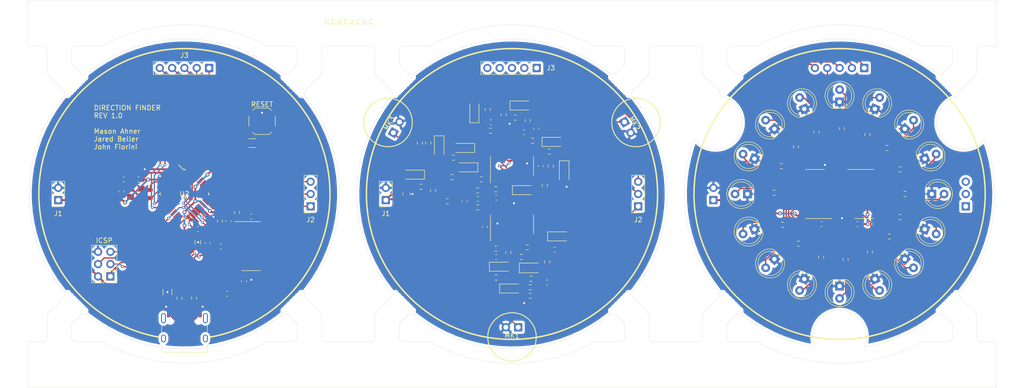
<source format=kicad_pcb>
(kicad_pcb (version 20171130) (host pcbnew "(5.1.8)-1")
  (layers (0 F.Cu signal) (31 B.Cu signal) (34 B.Paste user) (35 F.Paste user) (36 B.SilkS user) (37 F.SilkS user) (38 B.Mask user) (39 F.Mask user) (44 Edge.Cuts user))
  (net 0 "")
  (net 1 GND)
  (net 2 "Net-(C1-Pad1)")
  (net 3 "Net-(C2-Pad1)")
  (net 4 "Net-(C3-Pad1)")
  (net 5 +5V)
  (net 6 "Net-(C5-Pad1)")
  (net 7 "Net-(C6-Pad1)")
  (net 8 ~DTR)
  (net 9 RESET)
  (net 10 "Net-(C9-Pad2)")
  (net 11 "Net-(C10-Pad2)")
  (net 12 "Net-(F1-Pad2)")
  (net 13 A1)
  (net 14 A0)
  (net 15 MOSI)
  (net 16 SCK)
  (net 17 MISO)
  (net 18 "Net-(U1-Pad15)")
  (net 19 "Net-(U1-Pad14)")
  (net 20 "Net-(U1-Pad12)")
  (net 21 "Net-(U1-Pad11)")
  (net 22 "Net-(U1-Pad10)")
  (net 23 "Net-(U1-Pad9)")
  (net 24 RX)
  (net 25 TX)
  (net 26 "Net-(U2-Pad28)")
  (net 27 "Net-(U2-Pad27)")
  (net 28 "Net-(U2-Pad26)")
  (net 29 A2)
  (net 30 "Net-(U2-Pad22)")
  (net 31 "Net-(U2-Pad19)")
  (net 32 "Net-(U2-Pad14)")
  (net 33 "Net-(U2-Pad13)")
  (net 34 "Net-(U2-Pad12)")
  (net 35 "Net-(U2-Pad11)")
  (net 36 D5)
  (net 37 D4)
  (net 38 D3)
  (net 39 D2)
  (net 40 D1)
  (net 41 "Net-(J4-PadB8)")
  (net 42 "Net-(J4-PadA5)")
  (net 43 "Net-(J4-PadA7)")
  (net 44 "Net-(J4-PadA6)")
  (net 45 "Net-(J4-PadA8)")
  (net 46 "Net-(J4-PadB5)")
  (net 47 "Net-(J4-PadS1)")
  (net 48 +2V5)
  (net 49 "Net-(C5-Pad2)")
  (net 50 "Net-(C7-Pad2)")
  (net 51 "Net-(C8-Pad2)")
  (net 52 "Net-(C10-Pad1)")
  (net 53 "Net-(C11-Pad2)")
  (net 54 "Net-(C11-Pad1)")
  (net 55 "Net-(C12-Pad2)")
  (net 56 "Net-(C13-Pad2)")
  (net 57 "Net-(C14-Pad2)")
  (net 58 "Net-(C17-Pad2)")
  (net 59 "Net-(C17-Pad1)")
  (net 60 "Net-(C18-Pad2)")
  (net 61 "Net-(C19-Pad2)")
  (net 62 "Net-(C20-Pad2)")
  (net 63 "Net-(J3-Pad5)")
  (net 64 "Net-(J3-Pad4)")
  (net 65 "Net-(J3-Pad3)")
  (net 66 "Net-(J3-Pad2)")
  (net 67 "Net-(J3-Pad1)")
  (net 68 "Net-(C9-Pad1)")
  (net 69 "Net-(C12-Pad1)")
  (net 70 "Net-(C15-Pad2)")
  (net 71 "Net-(C15-Pad1)")
  (net 72 "Net-(C18-Pad1)")
  (net 73 "Net-(C21-Pad2)")
  (net 74 "Net-(C21-Pad1)")
  (net 75 "Net-(D1-Pad2)")
  (net 76 "Net-(D2-Pad2)")
  (net 77 "Net-(D3-Pad2)")
  (net 78 "Net-(D4-Pad2)")
  (net 79 "Net-(D5-Pad2)")
  (net 80 "Net-(D6-Pad2)")
  (net 81 "Net-(D7-Pad2)")
  (net 82 "Net-(D8-Pad2)")
  (net 83 "Net-(D9-Pad2)")
  (net 84 "Net-(D10-Pad2)")
  (net 85 "Net-(D11-Pad2)")
  (net 86 "Net-(D12-Pad2)")
  (net 87 "Net-(D13-Pad2)")
  (net 88 "Net-(D14-Pad2)")
  (net 89 "Net-(D15-Pad2)")
  (net 90 "Net-(D16-Pad2)")
  (net 91 "Net-(J2-Pad3)")
  (net 92 "Net-(J2-Pad2)")
  (net 93 "Net-(J2-Pad1)")
  (net 94 GlobalEn)
  (net 95 D0)
  (net 96 "Net-(R1-Pad2)")
  (net 97 "Net-(R2-Pad2)")
  (net 98 "Net-(R3-Pad2)")
  (net 99 "Net-(R4-Pad2)")
  (net 100 "Net-(R5-Pad2)")
  (net 101 "Net-(R6-Pad2)")
  (net 102 "Net-(R7-Pad2)")
  (net 103 "Net-(R8-Pad2)")
  (net 104 "Net-(R9-Pad2)")
  (net 105 "Net-(R10-Pad2)")
  (net 106 "Net-(R11-Pad2)")
  (net 107 "Net-(R12-Pad2)")
  (net 108 "Net-(R13-Pad2)")
  (net 109 "Net-(R14-Pad2)")
  (net 110 "Net-(R15-Pad2)")
  (net 111 "Net-(R16-Pad2)")
  (module Capacitor_SMD:C_0805_2012Metric (layer F.Cu) (at 128.6 96.55 90)
    (fp_text reference C14 hide)
    (fp_text value 10uF)
    (pad 2 smd roundrect (at 0.95 0 90) (size 1 1.45) (layers F.Cu F.Paste F.Mask) (net 1 GND))
    (pad 1 smd roundrect (at -0.95 0 90) (size 1 1.45) (layers F.Cu F.Paste F.Mask) (net 5 +5V))
  )
  (module NPTH (layer F.Cu) (at 238.980708 120.03773 225)
    (fp_text reference REF** hide)
    (fp_text value NPTH hide)
    (pad "" np_thru_hole circle (at 0 0 225) (size 0.5 0.5) (drill 0.5) (layers *.Cu))
  )
  (module NPTH (layer F.Cu) (at 239.569964 119.448474 225)
    (fp_text reference REF** hide)
    (fp_text value NPTH hide)
    (pad "" np_thru_hole circle (at 0 0 225) (size 0.5 0.5) (drill 0.5) (layers *.Cu))
  )
  (module NPTH (layer F.Cu) (at 238.391452 120.626986 225)
    (fp_text reference REF** hide)
    (fp_text value NPTH hide)
    (pad "" np_thru_hole circle (at 0 0 225) (size 0.5 0.5) (drill 0.5) (layers *.Cu))
  )
  (module NPTH (layer F.Cu) (at 241.33773 117.680707 225)
    (fp_text reference REF** hide)
    (fp_text value NPTH hide)
    (pad "" np_thru_hole circle (at 0 0 225) (size 0.5 0.5) (drill 0.5) (layers *.Cu))
  )
  (module NPTH (layer F.Cu) (at 238.980708 120.03773 225)
    (fp_text reference REF** hide)
    (fp_text value NPTH hide)
    (pad "" np_thru_hole circle (at 0 0 225) (size 0.5 0.5) (drill 0.5) (layers *.Cu))
  )
  (module NPTH (layer F.Cu) (at 241.926986 117.091452 225)
    (fp_text reference REF** hide)
    (fp_text value NPTH hide)
    (pad "" np_thru_hole circle (at 0 0 225) (size 0.5 0.5) (drill 0.5) (layers *.Cu))
  )
  (module NPTH (layer F.Cu) (at 239.569964 119.448474 225)
    (fp_text reference REF** hide)
    (fp_text value NPTH hide)
    (pad "" np_thru_hole circle (at 0 0 225) (size 0.5 0.5) (drill 0.5) (layers *.Cu))
  )
  (module NPTH (layer F.Cu) (at 240.748475 118.269963 225)
    (fp_text reference REF** hide)
    (fp_text value NPTH hide)
    (pad "" np_thru_hole circle (at 0 0 225) (size 0.5 0.5) (drill 0.5) (layers *.Cu))
  )
  (module NPTH (layer F.Cu) (at 240.159219 118.859219 225)
    (fp_text reference REF** hide)
    (fp_text value NPTH hide)
    (pad "" np_thru_hole circle (at 0 0 225) (size 0.5 0.5) (drill 0.5) (layers *.Cu))
  )
  (module NPTH (layer F.Cu) (at 197.308548 120.626986 135)
    (fp_text reference REF** hide)
    (fp_text value NPTH hide)
    (pad "" np_thru_hole circle (at 0 0 135) (size 0.5 0.5) (drill 0.5) (layers *.Cu))
  )
  (module NPTH (layer F.Cu) (at 193.773014 117.091452 135)
    (fp_text reference REF** hide)
    (fp_text value NPTH hide)
    (pad "" np_thru_hole circle (at 0 0 135) (size 0.5 0.5) (drill 0.5) (layers *.Cu))
  )
  (module NPTH (layer F.Cu) (at 196.719293 120.03773 135)
    (fp_text reference REF** hide)
    (fp_text value NPTH hide)
    (pad "" np_thru_hole circle (at 0 0 135) (size 0.5 0.5) (drill 0.5) (layers *.Cu))
  )
  (module NPTH (layer F.Cu) (at 197.308548 120.626986 135)
    (fp_text reference REF** hide)
    (fp_text value NPTH hide)
    (pad "" np_thru_hole circle (at 0 0 135) (size 0.5 0.5) (drill 0.5) (layers *.Cu))
  )
  (module NPTH (layer F.Cu) (at 194.951526 118.269964 135)
    (fp_text reference REF** hide)
    (fp_text value NPTH hide)
    (pad "" np_thru_hole circle (at 0 0 135) (size 0.5 0.5) (drill 0.5) (layers *.Cu))
  )
  (module NPTH (layer F.Cu) (at 194.36227 117.680708 135)
    (fp_text reference REF** hide)
    (fp_text value NPTH hide)
    (pad "" np_thru_hole circle (at 0 0 135) (size 0.5 0.5) (drill 0.5) (layers *.Cu))
  )
  (module NPTH (layer F.Cu) (at 196.719293 120.03773 135)
    (fp_text reference REF** hide)
    (fp_text value NPTH hide)
    (pad "" np_thru_hole circle (at 0 0 135) (size 0.5 0.5) (drill 0.5) (layers *.Cu))
  )
  (module NPTH (layer F.Cu) (at 195.540781 118.859219 135)
    (fp_text reference REF** hide)
    (fp_text value NPTH hide)
    (pad "" np_thru_hole circle (at 0 0 135) (size 0.5 0.5) (drill 0.5) (layers *.Cu))
  )
  (module NPTH (layer F.Cu) (at 196.130037 119.448475 135)
    (fp_text reference REF** hide)
    (fp_text value NPTH hide)
    (pad "" np_thru_hole circle (at 0 0 135) (size 0.5 0.5) (drill 0.5) (layers *.Cu))
  )
  (module NPTH (layer F.Cu) (at 193.773014 117.091452 135)
    (fp_text reference REF** hide)
    (fp_text value NPTH hide)
    (pad "" np_thru_hole circle (at 0 0 135) (size 0.5 0.5) (drill 0.5) (layers *.Cu))
  )
  (module NPTH (layer F.Cu) (at 194.36227 117.680708 135)
    (fp_text reference REF** hide)
    (fp_text value NPTH hide)
    (pad "" np_thru_hole circle (at 0 0 135) (size 0.5 0.5) (drill 0.5) (layers *.Cu))
  )
  (module NPTH (layer F.Cu) (at 195.540781 118.859219 135)
    (fp_text reference REF** hide)
    (fp_text value NPTH hide)
    (pad "" np_thru_hole circle (at 0 0 135) (size 0.5 0.5) (drill 0.5) (layers *.Cu))
  )
  (module NPTH (layer F.Cu) (at 196.130037 119.448475 135)
    (fp_text reference REF** hide)
    (fp_text value NPTH hide)
    (pad "" np_thru_hole circle (at 0 0 135) (size 0.5 0.5) (drill 0.5) (layers *.Cu))
  )
  (module NPTH (layer F.Cu) (at 194.951526 118.269964 135)
    (fp_text reference REF** hide)
    (fp_text value NPTH hide)
    (pad "" np_thru_hole circle (at 0 0 135) (size 0.5 0.5) (drill 0.5) (layers *.Cu))
  )
  (module NPTH (layer F.Cu) (at 194.951525 74.830037 45)
    (fp_text reference REF** hide)
    (fp_text value NPTH hide)
    (pad "" np_thru_hole circle (at 0 0 45) (size 0.5 0.5) (drill 0.5) (layers *.Cu))
  )
  (module NPTH (layer F.Cu) (at 241.33773 117.680707 225)
    (fp_text reference REF** hide)
    (fp_text value NPTH hide)
    (pad "" np_thru_hole circle (at 0 0 225) (size 0.5 0.5) (drill 0.5) (layers *.Cu))
  )
  (module NPTH (layer F.Cu) (at 197.308548 72.473014 45)
    (fp_text reference REF** hide)
    (fp_text value NPTH hide)
    (pad "" np_thru_hole circle (at 0 0 45) (size 0.5 0.5) (drill 0.5) (layers *.Cu))
  )
  (module NPTH (layer F.Cu) (at 194.36227 75.419293 45)
    (fp_text reference REF** hide)
    (fp_text value NPTH hide)
    (pad "" np_thru_hole circle (at 0 0 45) (size 0.5 0.5) (drill 0.5) (layers *.Cu))
  )
  (module NPTH (layer F.Cu) (at 241.926986 117.091452 225)
    (fp_text reference REF** hide)
    (fp_text value NPTH hide)
    (pad "" np_thru_hole circle (at 0 0 225) (size 0.5 0.5) (drill 0.5) (layers *.Cu))
  )
  (module NPTH (layer F.Cu) (at 196.719292 73.06227 45)
    (fp_text reference REF** hide)
    (fp_text value NPTH hide)
    (pad "" np_thru_hole circle (at 0 0 45) (size 0.5 0.5) (drill 0.5) (layers *.Cu))
  )
  (module NPTH (layer F.Cu) (at 240.159219 118.859219 225)
    (fp_text reference REF** hide)
    (fp_text value NPTH hide)
    (pad "" np_thru_hole circle (at 0 0 225) (size 0.5 0.5) (drill 0.5) (layers *.Cu))
  )
  (module NPTH (layer F.Cu) (at 240.748475 118.269963 225)
    (fp_text reference REF** hide)
    (fp_text value NPTH hide)
    (pad "" np_thru_hole circle (at 0 0 225) (size 0.5 0.5) (drill 0.5) (layers *.Cu))
  )
  (module NPTH (layer F.Cu) (at 193.773014 76.008548 45)
    (fp_text reference REF** hide)
    (fp_text value NPTH hide)
    (pad "" np_thru_hole circle (at 0 0 45) (size 0.5 0.5) (drill 0.5) (layers *.Cu))
  )
  (module NPTH (layer F.Cu) (at 196.130036 73.651526 45)
    (fp_text reference REF** hide)
    (fp_text value NPTH hide)
    (pad "" np_thru_hole circle (at 0 0 45) (size 0.5 0.5) (drill 0.5) (layers *.Cu))
  )
  (module NPTH (layer F.Cu) (at 195.540781 74.240781 45)
    (fp_text reference REF** hide)
    (fp_text value NPTH hide)
    (pad "" np_thru_hole circle (at 0 0 45) (size 0.5 0.5) (drill 0.5) (layers *.Cu))
  )
  (module NPTH (layer F.Cu) (at 238.391452 120.626986 225)
    (fp_text reference REF** hide)
    (fp_text value NPTH hide)
    (pad "" np_thru_hole circle (at 0 0 225) (size 0.5 0.5) (drill 0.5) (layers *.Cu))
  )
  (module NPTH (layer B.Cu) (at 189.6 65.802 180)
    (fp_text reference REF** hide)
    (fp_text value NPTH hide)
    (pad "" np_thru_hole circle (at 0 0 180) (size 0.5 0.5) (drill 0.5) (layers *.Cu))
  )
  (module NPTH (layer B.Cu) (at 194.6 65.802 180)
    (fp_text reference REF** hide)
    (fp_text value NPTH hide)
    (pad "" np_thru_hole circle (at 0 0 180) (size 0.5 0.5) (drill 0.5) (layers *.Cu))
  )
  (module NPTH (layer B.Cu) (at 191.266667 65.802 180)
    (fp_text reference REF** hide)
    (fp_text value NPTH hide)
    (pad "" np_thru_hole circle (at 0 0 180) (size 0.5 0.5) (drill 0.5) (layers *.Cu))
  )
  (module NPTH (layer B.Cu) (at 192.933334 65.802 180)
    (fp_text reference REF** hide)
    (fp_text value NPTH hide)
    (pad "" np_thru_hole circle (at 0 0 180) (size 0.5 0.5) (drill 0.5) (layers *.Cu))
  )
  (module NPTH (layer B.Cu) (at 192.1 65.802 180)
    (fp_text reference REF** hide)
    (fp_text value NPTH hide)
    (pad "" np_thru_hole circle (at 0 0 180) (size 0.5 0.5) (drill 0.5) (layers *.Cu))
  )
  (module NPTH (layer B.Cu) (at 193.766667 65.802 180)
    (fp_text reference REF** hide)
    (fp_text value NPTH hide)
    (pad "" np_thru_hole circle (at 0 0 180) (size 0.5 0.5) (drill 0.5) (layers *.Cu))
  )
  (module NPTH (layer B.Cu) (at 190.433334 65.802 180)
    (fp_text reference REF** hide)
    (fp_text value NPTH hide)
    (pad "" np_thru_hole circle (at 0 0 180) (size 0.5 0.5) (drill 0.5) (layers *.Cu))
  )
  (module NPTH (layer F.Cu) (at 239.569963 73.651525 315)
    (fp_text reference REF** hide)
    (fp_text value NPTH hide)
    (pad "" np_thru_hole circle (at 0 0 315) (size 0.5 0.5) (drill 0.5) (layers *.Cu))
  )
  (module NPTH (layer F.Cu) (at 241.926986 76.008548 315)
    (fp_text reference REF** hide)
    (fp_text value NPTH hide)
    (pad "" np_thru_hole circle (at 0 0 315) (size 0.5 0.5) (drill 0.5) (layers *.Cu))
  )
  (module NPTH (layer F.Cu) (at 241.33773 75.419292 315)
    (fp_text reference REF** hide)
    (fp_text value NPTH hide)
    (pad "" np_thru_hole circle (at 0 0 315) (size 0.5 0.5) (drill 0.5) (layers *.Cu))
  )
  (module NPTH (layer F.Cu) (at 241.33773 75.419292 315)
    (fp_text reference REF** hide)
    (fp_text value NPTH hide)
    (pad "" np_thru_hole circle (at 0 0 315) (size 0.5 0.5) (drill 0.5) (layers *.Cu))
  )
  (module NPTH (layer F.Cu) (at 240.159219 74.240781 315)
    (fp_text reference REF** hide)
    (fp_text value NPTH hide)
    (pad "" np_thru_hole circle (at 0 0 315) (size 0.5 0.5) (drill 0.5) (layers *.Cu))
  )
  (module NPTH (layer F.Cu) (at 241.926986 76.008548 315)
    (fp_text reference REF** hide)
    (fp_text value NPTH hide)
    (pad "" np_thru_hole circle (at 0 0 315) (size 0.5 0.5) (drill 0.5) (layers *.Cu))
  )
  (module NPTH (layer F.Cu) (at 239.569963 73.651525 315)
    (fp_text reference REF** hide)
    (fp_text value NPTH hide)
    (pad "" np_thru_hole circle (at 0 0 315) (size 0.5 0.5) (drill 0.5) (layers *.Cu))
  )
  (module NPTH (layer F.Cu) (at 238.391452 72.473014 315)
    (fp_text reference REF** hide)
    (fp_text value NPTH hide)
    (pad "" np_thru_hole circle (at 0 0 315) (size 0.5 0.5) (drill 0.5) (layers *.Cu))
  )
  (module NPTH (layer F.Cu) (at 238.391452 72.473014 315)
    (fp_text reference REF** hide)
    (fp_text value NPTH hide)
    (pad "" np_thru_hole circle (at 0 0 315) (size 0.5 0.5) (drill 0.5) (layers *.Cu))
  )
  (module NPTH (layer F.Cu) (at 238.980707 73.06227 315)
    (fp_text reference REF** hide)
    (fp_text value NPTH hide)
    (pad "" np_thru_hole circle (at 0 0 315) (size 0.5 0.5) (drill 0.5) (layers *.Cu))
  )
  (module NPTH (layer F.Cu) (at 238.980707 73.06227 315)
    (fp_text reference REF** hide)
    (fp_text value NPTH hide)
    (pad "" np_thru_hole circle (at 0 0 315) (size 0.5 0.5) (drill 0.5) (layers *.Cu))
  )
  (module NPTH (layer F.Cu) (at 240.748474 74.830036 315)
    (fp_text reference REF** hide)
    (fp_text value NPTH hide)
    (pad "" np_thru_hole circle (at 0 0 315) (size 0.5 0.5) (drill 0.5) (layers *.Cu))
  )
  (module NPTH (layer F.Cu) (at 240.748474 74.830036 315)
    (fp_text reference REF** hide)
    (fp_text value NPTH hide)
    (pad "" np_thru_hole circle (at 0 0 315) (size 0.5 0.5) (drill 0.5) (layers *.Cu))
  )
  (module NPTH (layer F.Cu) (at 240.159219 74.240781 315)
    (fp_text reference REF** hide)
    (fp_text value NPTH hide)
    (pad "" np_thru_hole circle (at 0 0 315) (size 0.5 0.5) (drill 0.5) (layers *.Cu))
  )
  (module NPTH (layer B.Cu) (at 244.433333 127.298)
    (fp_text reference REF** hide)
    (fp_text value NPTH hide)
    (pad "" np_thru_hole circle (at 0 0) (size 0.5 0.5) (drill 0.5) (layers *.Cu))
  )
  (module NPTH (layer F.Cu) (at 191.266667 127.298 180)
    (fp_text reference REF** hide)
    (fp_text value NPTH hide)
    (pad "" np_thru_hole circle (at 0 0 180) (size 0.5 0.5) (drill 0.5) (layers *.Cu))
  )
  (module NPTH (layer B.Cu) (at 246.1 127.298)
    (fp_text reference REF** hide)
    (fp_text value NPTH hide)
    (pad "" np_thru_hole circle (at 0 0) (size 0.5 0.5) (drill 0.5) (layers *.Cu))
  )
  (module NPTH (layer B.Cu) (at 242.766666 127.298)
    (fp_text reference REF** hide)
    (fp_text value NPTH hide)
    (pad "" np_thru_hole circle (at 0 0) (size 0.5 0.5) (drill 0.5) (layers *.Cu))
  )
  (module NPTH (layer B.Cu) (at 241.1 127.298)
    (fp_text reference REF** hide)
    (fp_text value NPTH hide)
    (pad "" np_thru_hole circle (at 0 0) (size 0.5 0.5) (drill 0.5) (layers *.Cu))
  )
  (module NPTH (layer F.Cu) (at 193.766667 127.298 180)
    (fp_text reference REF** hide)
    (fp_text value NPTH hide)
    (pad "" np_thru_hole circle (at 0 0 180) (size 0.5 0.5) (drill 0.5) (layers *.Cu))
  )
  (module NPTH (layer F.Cu) (at 192.1 127.298 180)
    (fp_text reference REF** hide)
    (fp_text value NPTH hide)
    (pad "" np_thru_hole circle (at 0 0 180) (size 0.5 0.5) (drill 0.5) (layers *.Cu))
  )
  (module NPTH (layer B.Cu) (at 243.6 127.298)
    (fp_text reference REF** hide)
    (fp_text value NPTH hide)
    (pad "" np_thru_hole circle (at 0 0) (size 0.5 0.5) (drill 0.5) (layers *.Cu))
  )
  (module NPTH (layer B.Cu) (at 241.933333 127.298)
    (fp_text reference REF** hide)
    (fp_text value NPTH hide)
    (pad "" np_thru_hole circle (at 0 0) (size 0.5 0.5) (drill 0.5) (layers *.Cu))
  )
  (module NPTH (layer B.Cu) (at 245.266666 127.298)
    (fp_text reference REF** hide)
    (fp_text value NPTH hide)
    (pad "" np_thru_hole circle (at 0 0) (size 0.5 0.5) (drill 0.5) (layers *.Cu))
  )
  (module NPTH (layer F.Cu) (at 190.433334 127.298 180)
    (fp_text reference REF** hide)
    (fp_text value NPTH hide)
    (pad "" np_thru_hole circle (at 0 0 180) (size 0.5 0.5) (drill 0.5) (layers *.Cu))
  )
  (module NPTH (layer F.Cu) (at 189.6 127.298 180)
    (fp_text reference REF** hide)
    (fp_text value NPTH hide)
    (pad "" np_thru_hole circle (at 0 0 180) (size 0.5 0.5) (drill 0.5) (layers *.Cu))
  )
  (module NPTH (layer F.Cu) (at 192.933334 127.298 180)
    (fp_text reference REF** hide)
    (fp_text value NPTH hide)
    (pad "" np_thru_hole circle (at 0 0 180) (size 0.5 0.5) (drill 0.5) (layers *.Cu))
  )
  (module NPTH (layer F.Cu) (at 194.6 127.298 180)
    (fp_text reference REF** hide)
    (fp_text value NPTH hide)
    (pad "" np_thru_hole circle (at 0 0 180) (size 0.5 0.5) (drill 0.5) (layers *.Cu))
  )
  (module NPTH (layer F.Cu) (at 241.1 65.802)
    (fp_text reference REF** hide)
    (fp_text value NPTH hide)
    (pad "" np_thru_hole circle (at 0 0) (size 0.5 0.5) (drill 0.5) (layers *.Cu))
  )
  (module NPTH (layer F.Cu) (at 245.266666 65.802)
    (fp_text reference REF** hide)
    (fp_text value NPTH hide)
    (pad "" np_thru_hole circle (at 0 0) (size 0.5 0.5) (drill 0.5) (layers *.Cu))
  )
  (module NPTH (layer F.Cu) (at 244.433333 65.802)
    (fp_text reference REF** hide)
    (fp_text value NPTH hide)
    (pad "" np_thru_hole circle (at 0 0) (size 0.5 0.5) (drill 0.5) (layers *.Cu))
  )
  (module NPTH (layer F.Cu) (at 246.1 65.802)
    (fp_text reference REF** hide)
    (fp_text value NPTH hide)
    (pad "" np_thru_hole circle (at 0 0) (size 0.5 0.5) (drill 0.5) (layers *.Cu))
  )
  (module NPTH (layer F.Cu) (at 241.933333 65.802)
    (fp_text reference REF** hide)
    (fp_text value NPTH hide)
    (pad "" np_thru_hole circle (at 0 0) (size 0.5 0.5) (drill 0.5) (layers *.Cu))
  )
  (module NPTH (layer F.Cu) (at 243.6 65.802)
    (fp_text reference REF** hide)
    (fp_text value NPTH hide)
    (pad "" np_thru_hole circle (at 0 0) (size 0.5 0.5) (drill 0.5) (layers *.Cu))
  )
  (module NPTH (layer F.Cu) (at 242.766666 65.802)
    (fp_text reference REF** hide)
    (fp_text value NPTH hide)
    (pad "" np_thru_hole circle (at 0 0) (size 0.5 0.5) (drill 0.5) (layers *.Cu))
  )
  (module NPTH (layer F.Cu) (at 196.719292 73.06227 45)
    (fp_text reference REF** hide)
    (fp_text value NPTH hide)
    (pad "" np_thru_hole circle (at 0 0 45) (size 0.5 0.5) (drill 0.5) (layers *.Cu))
  )
  (module NPTH (layer F.Cu) (at 196.130036 73.651526 45)
    (fp_text reference REF** hide)
    (fp_text value NPTH hide)
    (pad "" np_thru_hole circle (at 0 0 45) (size 0.5 0.5) (drill 0.5) (layers *.Cu))
  )
  (module NPTH (layer F.Cu) (at 195.540781 74.240781 45)
    (fp_text reference REF** hide)
    (fp_text value NPTH hide)
    (pad "" np_thru_hole circle (at 0 0 45) (size 0.5 0.5) (drill 0.5) (layers *.Cu))
  )
  (module NPTH (layer F.Cu) (at 197.308548 72.473014 45)
    (fp_text reference REF** hide)
    (fp_text value NPTH hide)
    (pad "" np_thru_hole circle (at 0 0 45) (size 0.5 0.5) (drill 0.5) (layers *.Cu))
  )
  (module NPTH (layer F.Cu) (at 194.36227 75.419293 45)
    (fp_text reference REF** hide)
    (fp_text value NPTH hide)
    (pad "" np_thru_hole circle (at 0 0 45) (size 0.5 0.5) (drill 0.5) (layers *.Cu))
  )
  (module NPTH (layer F.Cu) (at 194.951525 74.830037 45)
    (fp_text reference REF** hide)
    (fp_text value NPTH hide)
    (pad "" np_thru_hole circle (at 0 0 45) (size 0.5 0.5) (drill 0.5) (layers *.Cu))
  )
  (module NPTH (layer F.Cu) (at 193.773014 76.008548 45)
    (fp_text reference REF** hide)
    (fp_text value NPTH hide)
    (pad "" np_thru_hole circle (at 0 0 45) (size 0.5 0.5) (drill 0.5) (layers *.Cu))
  )
  (module NPTH (layer F.Cu) (at 103.980708 120.03773 225)
    (fp_text reference REF** hide)
    (fp_text value NPTH hide)
    (pad "" np_thru_hole circle (at 0 0 225) (size 0.5 0.5) (drill 0.5) (layers *.Cu))
  )
  (module NPTH (layer F.Cu) (at 104.569964 119.448474 225)
    (fp_text reference REF** hide)
    (fp_text value NPTH hide)
    (pad "" np_thru_hole circle (at 0 0 225) (size 0.5 0.5) (drill 0.5) (layers *.Cu))
  )
  (module NPTH (layer F.Cu) (at 103.391452 120.626986 225)
    (fp_text reference REF** hide)
    (fp_text value NPTH hide)
    (pad "" np_thru_hole circle (at 0 0 225) (size 0.5 0.5) (drill 0.5) (layers *.Cu))
  )
  (module NPTH (layer F.Cu) (at 106.33773 117.680707 225)
    (fp_text reference REF** hide)
    (fp_text value NPTH hide)
    (pad "" np_thru_hole circle (at 0 0 225) (size 0.5 0.5) (drill 0.5) (layers *.Cu))
  )
  (module NPTH (layer F.Cu) (at 103.980708 120.03773 225)
    (fp_text reference REF** hide)
    (fp_text value NPTH hide)
    (pad "" np_thru_hole circle (at 0 0 225) (size 0.5 0.5) (drill 0.5) (layers *.Cu))
  )
  (module NPTH (layer F.Cu) (at 106.926986 117.091452 225)
    (fp_text reference REF** hide)
    (fp_text value NPTH hide)
    (pad "" np_thru_hole circle (at 0 0 225) (size 0.5 0.5) (drill 0.5) (layers *.Cu))
  )
  (module NPTH (layer F.Cu) (at 104.569964 119.448474 225)
    (fp_text reference REF** hide)
    (fp_text value NPTH hide)
    (pad "" np_thru_hole circle (at 0 0 225) (size 0.5 0.5) (drill 0.5) (layers *.Cu))
  )
  (module NPTH (layer F.Cu) (at 105.748475 118.269963 225)
    (fp_text reference REF** hide)
    (fp_text value NPTH hide)
    (pad "" np_thru_hole circle (at 0 0 225) (size 0.5 0.5) (drill 0.5) (layers *.Cu))
  )
  (module NPTH (layer F.Cu) (at 105.159219 118.859219 225)
    (fp_text reference REF** hide)
    (fp_text value NPTH hide)
    (pad "" np_thru_hole circle (at 0 0 225) (size 0.5 0.5) (drill 0.5) (layers *.Cu))
  )
  (module NPTH (layer F.Cu) (at 62.308548 120.626986 135)
    (fp_text reference REF** hide)
    (fp_text value NPTH hide)
    (pad "" np_thru_hole circle (at 0 0 135) (size 0.5 0.5) (drill 0.5) (layers *.Cu))
  )
  (module NPTH (layer F.Cu) (at 58.773014 117.091452 135)
    (fp_text reference REF** hide)
    (fp_text value NPTH hide)
    (pad "" np_thru_hole circle (at 0 0 135) (size 0.5 0.5) (drill 0.5) (layers *.Cu))
  )
  (module NPTH (layer F.Cu) (at 61.719293 120.03773 135)
    (fp_text reference REF** hide)
    (fp_text value NPTH hide)
    (pad "" np_thru_hole circle (at 0 0 135) (size 0.5 0.5) (drill 0.5) (layers *.Cu))
  )
  (module NPTH (layer F.Cu) (at 62.308548 120.626986 135)
    (fp_text reference REF** hide)
    (fp_text value NPTH hide)
    (pad "" np_thru_hole circle (at 0 0 135) (size 0.5 0.5) (drill 0.5) (layers *.Cu))
  )
  (module NPTH (layer F.Cu) (at 59.951526 118.269964 135)
    (fp_text reference REF** hide)
    (fp_text value NPTH hide)
    (pad "" np_thru_hole circle (at 0 0 135) (size 0.5 0.5) (drill 0.5) (layers *.Cu))
  )
  (module NPTH (layer F.Cu) (at 59.36227 117.680708 135)
    (fp_text reference REF** hide)
    (fp_text value NPTH hide)
    (pad "" np_thru_hole circle (at 0 0 135) (size 0.5 0.5) (drill 0.5) (layers *.Cu))
  )
  (module NPTH (layer F.Cu) (at 61.719293 120.03773 135)
    (fp_text reference REF** hide)
    (fp_text value NPTH hide)
    (pad "" np_thru_hole circle (at 0 0 135) (size 0.5 0.5) (drill 0.5) (layers *.Cu))
  )
  (module NPTH (layer F.Cu) (at 60.540781 118.859219 135)
    (fp_text reference REF** hide)
    (fp_text value NPTH hide)
    (pad "" np_thru_hole circle (at 0 0 135) (size 0.5 0.5) (drill 0.5) (layers *.Cu))
  )
  (module NPTH (layer F.Cu) (at 61.130037 119.448475 135)
    (fp_text reference REF** hide)
    (fp_text value NPTH hide)
    (pad "" np_thru_hole circle (at 0 0 135) (size 0.5 0.5) (drill 0.5) (layers *.Cu))
  )
  (module NPTH (layer F.Cu) (at 58.773014 117.091452 135)
    (fp_text reference REF** hide)
    (fp_text value NPTH hide)
    (pad "" np_thru_hole circle (at 0 0 135) (size 0.5 0.5) (drill 0.5) (layers *.Cu))
  )
  (module NPTH (layer F.Cu) (at 59.36227 117.680708 135)
    (fp_text reference REF** hide)
    (fp_text value NPTH hide)
    (pad "" np_thru_hole circle (at 0 0 135) (size 0.5 0.5) (drill 0.5) (layers *.Cu))
  )
  (module NPTH (layer F.Cu) (at 60.540781 118.859219 135)
    (fp_text reference REF** hide)
    (fp_text value NPTH hide)
    (pad "" np_thru_hole circle (at 0 0 135) (size 0.5 0.5) (drill 0.5) (layers *.Cu))
  )
  (module NPTH (layer F.Cu) (at 61.130037 119.448475 135)
    (fp_text reference REF** hide)
    (fp_text value NPTH hide)
    (pad "" np_thru_hole circle (at 0 0 135) (size 0.5 0.5) (drill 0.5) (layers *.Cu))
  )
  (module NPTH (layer F.Cu) (at 59.951526 118.269964 135)
    (fp_text reference REF** hide)
    (fp_text value NPTH hide)
    (pad "" np_thru_hole circle (at 0 0 135) (size 0.5 0.5) (drill 0.5) (layers *.Cu))
  )
  (module NPTH (layer F.Cu) (at 59.951525 74.830037 45)
    (fp_text reference REF** hide)
    (fp_text value NPTH hide)
    (pad "" np_thru_hole circle (at 0 0 45) (size 0.5 0.5) (drill 0.5) (layers *.Cu))
  )
  (module NPTH (layer F.Cu) (at 106.33773 117.680707 225)
    (fp_text reference REF** hide)
    (fp_text value NPTH hide)
    (pad "" np_thru_hole circle (at 0 0 225) (size 0.5 0.5) (drill 0.5) (layers *.Cu))
  )
  (module NPTH (layer F.Cu) (at 62.308548 72.473014 45)
    (fp_text reference REF** hide)
    (fp_text value NPTH hide)
    (pad "" np_thru_hole circle (at 0 0 45) (size 0.5 0.5) (drill 0.5) (layers *.Cu))
  )
  (module NPTH (layer F.Cu) (at 59.36227 75.419293 45)
    (fp_text reference REF** hide)
    (fp_text value NPTH hide)
    (pad "" np_thru_hole circle (at 0 0 45) (size 0.5 0.5) (drill 0.5) (layers *.Cu))
  )
  (module NPTH (layer F.Cu) (at 106.926986 117.091452 225)
    (fp_text reference REF** hide)
    (fp_text value NPTH hide)
    (pad "" np_thru_hole circle (at 0 0 225) (size 0.5 0.5) (drill 0.5) (layers *.Cu))
  )
  (module NPTH (layer F.Cu) (at 61.719292 73.06227 45)
    (fp_text reference REF** hide)
    (fp_text value NPTH hide)
    (pad "" np_thru_hole circle (at 0 0 45) (size 0.5 0.5) (drill 0.5) (layers *.Cu))
  )
  (module NPTH (layer F.Cu) (at 105.159219 118.859219 225)
    (fp_text reference REF** hide)
    (fp_text value NPTH hide)
    (pad "" np_thru_hole circle (at 0 0 225) (size 0.5 0.5) (drill 0.5) (layers *.Cu))
  )
  (module NPTH (layer F.Cu) (at 105.748475 118.269963 225)
    (fp_text reference REF** hide)
    (fp_text value NPTH hide)
    (pad "" np_thru_hole circle (at 0 0 225) (size 0.5 0.5) (drill 0.5) (layers *.Cu))
  )
  (module NPTH (layer F.Cu) (at 58.773014 76.008548 45)
    (fp_text reference REF** hide)
    (fp_text value NPTH hide)
    (pad "" np_thru_hole circle (at 0 0 45) (size 0.5 0.5) (drill 0.5) (layers *.Cu))
  )
  (module NPTH (layer F.Cu) (at 61.130036 73.651526 45)
    (fp_text reference REF** hide)
    (fp_text value NPTH hide)
    (pad "" np_thru_hole circle (at 0 0 45) (size 0.5 0.5) (drill 0.5) (layers *.Cu))
  )
  (module NPTH (layer F.Cu) (at 60.540781 74.240781 45)
    (fp_text reference REF** hide)
    (fp_text value NPTH hide)
    (pad "" np_thru_hole circle (at 0 0 45) (size 0.5 0.5) (drill 0.5) (layers *.Cu))
  )
  (module NPTH (layer F.Cu) (at 103.391452 120.626986 225)
    (fp_text reference REF** hide)
    (fp_text value NPTH hide)
    (pad "" np_thru_hole circle (at 0 0 225) (size 0.5 0.5) (drill 0.5) (layers *.Cu))
  )
  (module NPTH (layer B.Cu) (at 54.6 65.802 180)
    (fp_text reference REF** hide)
    (fp_text value NPTH hide)
    (pad "" np_thru_hole circle (at 0 0 180) (size 0.5 0.5) (drill 0.5) (layers *.Cu))
  )
  (module NPTH (layer B.Cu) (at 59.6 65.802 180)
    (fp_text reference REF** hide)
    (fp_text value NPTH hide)
    (pad "" np_thru_hole circle (at 0 0 180) (size 0.5 0.5) (drill 0.5) (layers *.Cu))
  )
  (module NPTH (layer B.Cu) (at 56.266667 65.802 180)
    (fp_text reference REF** hide)
    (fp_text value NPTH hide)
    (pad "" np_thru_hole circle (at 0 0 180) (size 0.5 0.5) (drill 0.5) (layers *.Cu))
  )
  (module NPTH (layer B.Cu) (at 57.933334 65.802 180)
    (fp_text reference REF** hide)
    (fp_text value NPTH hide)
    (pad "" np_thru_hole circle (at 0 0 180) (size 0.5 0.5) (drill 0.5) (layers *.Cu))
  )
  (module NPTH (layer B.Cu) (at 57.1 65.802 180)
    (fp_text reference REF** hide)
    (fp_text value NPTH hide)
    (pad "" np_thru_hole circle (at 0 0 180) (size 0.5 0.5) (drill 0.5) (layers *.Cu))
  )
  (module NPTH (layer B.Cu) (at 58.766667 65.802 180)
    (fp_text reference REF** hide)
    (fp_text value NPTH hide)
    (pad "" np_thru_hole circle (at 0 0 180) (size 0.5 0.5) (drill 0.5) (layers *.Cu))
  )
  (module NPTH (layer B.Cu) (at 55.433334 65.802 180)
    (fp_text reference REF** hide)
    (fp_text value NPTH hide)
    (pad "" np_thru_hole circle (at 0 0 180) (size 0.5 0.5) (drill 0.5) (layers *.Cu))
  )
  (module NPTH (layer F.Cu) (at 104.569963 73.651525 315)
    (fp_text reference REF** hide)
    (fp_text value NPTH hide)
    (pad "" np_thru_hole circle (at 0 0 315) (size 0.5 0.5) (drill 0.5) (layers *.Cu))
  )
  (module NPTH (layer F.Cu) (at 106.926986 76.008548 315)
    (fp_text reference REF** hide)
    (fp_text value NPTH hide)
    (pad "" np_thru_hole circle (at 0 0 315) (size 0.5 0.5) (drill 0.5) (layers *.Cu))
  )
  (module NPTH (layer F.Cu) (at 106.33773 75.419292 315)
    (fp_text reference REF** hide)
    (fp_text value NPTH hide)
    (pad "" np_thru_hole circle (at 0 0 315) (size 0.5 0.5) (drill 0.5) (layers *.Cu))
  )
  (module NPTH (layer F.Cu) (at 106.33773 75.419292 315)
    (fp_text reference REF** hide)
    (fp_text value NPTH hide)
    (pad "" np_thru_hole circle (at 0 0 315) (size 0.5 0.5) (drill 0.5) (layers *.Cu))
  )
  (module NPTH (layer F.Cu) (at 105.159219 74.240781 315)
    (fp_text reference REF** hide)
    (fp_text value NPTH hide)
    (pad "" np_thru_hole circle (at 0 0 315) (size 0.5 0.5) (drill 0.5) (layers *.Cu))
  )
  (module NPTH (layer F.Cu) (at 106.926986 76.008548 315)
    (fp_text reference REF** hide)
    (fp_text value NPTH hide)
    (pad "" np_thru_hole circle (at 0 0 315) (size 0.5 0.5) (drill 0.5) (layers *.Cu))
  )
  (module NPTH (layer F.Cu) (at 104.569963 73.651525 315)
    (fp_text reference REF** hide)
    (fp_text value NPTH hide)
    (pad "" np_thru_hole circle (at 0 0 315) (size 0.5 0.5) (drill 0.5) (layers *.Cu))
  )
  (module NPTH (layer F.Cu) (at 103.391452 72.473014 315)
    (fp_text reference REF** hide)
    (fp_text value NPTH hide)
    (pad "" np_thru_hole circle (at 0 0 315) (size 0.5 0.5) (drill 0.5) (layers *.Cu))
  )
  (module NPTH (layer F.Cu) (at 103.391452 72.473014 315)
    (fp_text reference REF** hide)
    (fp_text value NPTH hide)
    (pad "" np_thru_hole circle (at 0 0 315) (size 0.5 0.5) (drill 0.5) (layers *.Cu))
  )
  (module NPTH (layer F.Cu) (at 103.980707 73.06227 315)
    (fp_text reference REF** hide)
    (fp_text value NPTH hide)
    (pad "" np_thru_hole circle (at 0 0 315) (size 0.5 0.5) (drill 0.5) (layers *.Cu))
  )
  (module NPTH (layer F.Cu) (at 103.980707 73.06227 315)
    (fp_text reference REF** hide)
    (fp_text value NPTH hide)
    (pad "" np_thru_hole circle (at 0 0 315) (size 0.5 0.5) (drill 0.5) (layers *.Cu))
  )
  (module NPTH (layer F.Cu) (at 105.748474 74.830036 315)
    (fp_text reference REF** hide)
    (fp_text value NPTH hide)
    (pad "" np_thru_hole circle (at 0 0 315) (size 0.5 0.5) (drill 0.5) (layers *.Cu))
  )
  (module NPTH (layer F.Cu) (at 105.748474 74.830036 315)
    (fp_text reference REF** hide)
    (fp_text value NPTH hide)
    (pad "" np_thru_hole circle (at 0 0 315) (size 0.5 0.5) (drill 0.5) (layers *.Cu))
  )
  (module NPTH (layer F.Cu) (at 105.159219 74.240781 315)
    (fp_text reference REF** hide)
    (fp_text value NPTH hide)
    (pad "" np_thru_hole circle (at 0 0 315) (size 0.5 0.5) (drill 0.5) (layers *.Cu))
  )
  (module NPTH (layer B.Cu) (at 109.433333 127.298)
    (fp_text reference REF** hide)
    (fp_text value NPTH hide)
    (pad "" np_thru_hole circle (at 0 0) (size 0.5 0.5) (drill 0.5) (layers *.Cu))
  )
  (module NPTH (layer F.Cu) (at 56.266667 127.298 180)
    (fp_text reference REF** hide)
    (fp_text value NPTH hide)
    (pad "" np_thru_hole circle (at 0 0 180) (size 0.5 0.5) (drill 0.5) (layers *.Cu))
  )
  (module NPTH (layer B.Cu) (at 111.1 127.298)
    (fp_text reference REF** hide)
    (fp_text value NPTH hide)
    (pad "" np_thru_hole circle (at 0 0) (size 0.5 0.5) (drill 0.5) (layers *.Cu))
  )
  (module NPTH (layer B.Cu) (at 107.766666 127.298)
    (fp_text reference REF** hide)
    (fp_text value NPTH hide)
    (pad "" np_thru_hole circle (at 0 0) (size 0.5 0.5) (drill 0.5) (layers *.Cu))
  )
  (module NPTH (layer B.Cu) (at 106.1 127.298)
    (fp_text reference REF** hide)
    (fp_text value NPTH hide)
    (pad "" np_thru_hole circle (at 0 0) (size 0.5 0.5) (drill 0.5) (layers *.Cu))
  )
  (module NPTH (layer F.Cu) (at 58.766667 127.298 180)
    (fp_text reference REF** hide)
    (fp_text value NPTH hide)
    (pad "" np_thru_hole circle (at 0 0 180) (size 0.5 0.5) (drill 0.5) (layers *.Cu))
  )
  (module NPTH (layer F.Cu) (at 57.1 127.298 180)
    (fp_text reference REF** hide)
    (fp_text value NPTH hide)
    (pad "" np_thru_hole circle (at 0 0 180) (size 0.5 0.5) (drill 0.5) (layers *.Cu))
  )
  (module NPTH (layer B.Cu) (at 108.6 127.298)
    (fp_text reference REF** hide)
    (fp_text value NPTH hide)
    (pad "" np_thru_hole circle (at 0 0) (size 0.5 0.5) (drill 0.5) (layers *.Cu))
  )
  (module NPTH (layer B.Cu) (at 106.933333 127.298)
    (fp_text reference REF** hide)
    (fp_text value NPTH hide)
    (pad "" np_thru_hole circle (at 0 0) (size 0.5 0.5) (drill 0.5) (layers *.Cu))
  )
  (module NPTH (layer B.Cu) (at 110.266666 127.298)
    (fp_text reference REF** hide)
    (fp_text value NPTH hide)
    (pad "" np_thru_hole circle (at 0 0) (size 0.5 0.5) (drill 0.5) (layers *.Cu))
  )
  (module NPTH (layer F.Cu) (at 55.433334 127.298 180)
    (fp_text reference REF** hide)
    (fp_text value NPTH hide)
    (pad "" np_thru_hole circle (at 0 0 180) (size 0.5 0.5) (drill 0.5) (layers *.Cu))
  )
  (module NPTH (layer F.Cu) (at 54.6 127.298 180)
    (fp_text reference REF** hide)
    (fp_text value NPTH hide)
    (pad "" np_thru_hole circle (at 0 0 180) (size 0.5 0.5) (drill 0.5) (layers *.Cu))
  )
  (module NPTH (layer F.Cu) (at 57.933334 127.298 180)
    (fp_text reference REF** hide)
    (fp_text value NPTH hide)
    (pad "" np_thru_hole circle (at 0 0 180) (size 0.5 0.5) (drill 0.5) (layers *.Cu))
  )
  (module NPTH (layer F.Cu) (at 59.6 127.298 180)
    (fp_text reference REF** hide)
    (fp_text value NPTH hide)
    (pad "" np_thru_hole circle (at 0 0 180) (size 0.5 0.5) (drill 0.5) (layers *.Cu))
  )
  (module NPTH (layer F.Cu) (at 106.1 65.802)
    (fp_text reference REF** hide)
    (fp_text value NPTH hide)
    (pad "" np_thru_hole circle (at 0 0) (size 0.5 0.5) (drill 0.5) (layers *.Cu))
  )
  (module NPTH (layer F.Cu) (at 110.266666 65.802)
    (fp_text reference REF** hide)
    (fp_text value NPTH hide)
    (pad "" np_thru_hole circle (at 0 0) (size 0.5 0.5) (drill 0.5) (layers *.Cu))
  )
  (module NPTH (layer F.Cu) (at 109.433333 65.802)
    (fp_text reference REF** hide)
    (fp_text value NPTH hide)
    (pad "" np_thru_hole circle (at 0 0) (size 0.5 0.5) (drill 0.5) (layers *.Cu))
  )
  (module NPTH (layer F.Cu) (at 111.1 65.802)
    (fp_text reference REF** hide)
    (fp_text value NPTH hide)
    (pad "" np_thru_hole circle (at 0 0) (size 0.5 0.5) (drill 0.5) (layers *.Cu))
  )
  (module NPTH (layer F.Cu) (at 106.933333 65.802)
    (fp_text reference REF** hide)
    (fp_text value NPTH hide)
    (pad "" np_thru_hole circle (at 0 0) (size 0.5 0.5) (drill 0.5) (layers *.Cu))
  )
  (module NPTH (layer F.Cu) (at 108.6 65.802)
    (fp_text reference REF** hide)
    (fp_text value NPTH hide)
    (pad "" np_thru_hole circle (at 0 0) (size 0.5 0.5) (drill 0.5) (layers *.Cu))
  )
  (module NPTH (layer F.Cu) (at 107.766666 65.802)
    (fp_text reference REF** hide)
    (fp_text value NPTH hide)
    (pad "" np_thru_hole circle (at 0 0) (size 0.5 0.5) (drill 0.5) (layers *.Cu))
  )
  (module NPTH (layer F.Cu) (at 61.719292 73.06227 45)
    (fp_text reference REF** hide)
    (fp_text value NPTH hide)
    (pad "" np_thru_hole circle (at 0 0 45) (size 0.5 0.5) (drill 0.5) (layers *.Cu))
  )
  (module NPTH (layer F.Cu) (at 61.130036 73.651526 45)
    (fp_text reference REF** hide)
    (fp_text value NPTH hide)
    (pad "" np_thru_hole circle (at 0 0 45) (size 0.5 0.5) (drill 0.5) (layers *.Cu))
  )
  (module NPTH (layer F.Cu) (at 60.540781 74.240781 45)
    (fp_text reference REF** hide)
    (fp_text value NPTH hide)
    (pad "" np_thru_hole circle (at 0 0 45) (size 0.5 0.5) (drill 0.5) (layers *.Cu))
  )
  (module NPTH (layer F.Cu) (at 62.308548 72.473014 45)
    (fp_text reference REF** hide)
    (fp_text value NPTH hide)
    (pad "" np_thru_hole circle (at 0 0 45) (size 0.5 0.5) (drill 0.5) (layers *.Cu))
  )
  (module NPTH (layer F.Cu) (at 59.36227 75.419293 45)
    (fp_text reference REF** hide)
    (fp_text value NPTH hide)
    (pad "" np_thru_hole circle (at 0 0 45) (size 0.5 0.5) (drill 0.5) (layers *.Cu))
  )
  (module NPTH (layer F.Cu) (at 59.951525 74.830037 45)
    (fp_text reference REF** hide)
    (fp_text value NPTH hide)
    (pad "" np_thru_hole circle (at 0 0 45) (size 0.5 0.5) (drill 0.5) (layers *.Cu))
  )
  (module NPTH (layer F.Cu) (at 58.773014 76.008548 45)
    (fp_text reference REF** hide)
    (fp_text value NPTH hide)
    (pad "" np_thru_hole circle (at 0 0 45) (size 0.5 0.5) (drill 0.5) (layers *.Cu))
  )
  (module NPTH (layer B.Cu) (at 178.6 127.298)
    (fp_text reference REF** hide)
    (fp_text value NPTH hide)
    (pad "" np_thru_hole circle (at 0 0) (size 0.5 0.5) (drill 0.5) (layers *.Cu))
  )
  (module NPTH (layer B.Cu) (at 173.6 127.298)
    (fp_text reference REF** hide)
    (fp_text value NPTH hide)
    (pad "" np_thru_hole circle (at 0 0) (size 0.5 0.5) (drill 0.5) (layers *.Cu))
  )
  (module NPTH (layer B.Cu) (at 176.933333 127.298)
    (fp_text reference REF** hide)
    (fp_text value NPTH hide)
    (pad "" np_thru_hole circle (at 0 0) (size 0.5 0.5) (drill 0.5) (layers *.Cu))
  )
  (module NPTH (layer B.Cu) (at 175.266666 127.298)
    (fp_text reference REF** hide)
    (fp_text value NPTH hide)
    (pad "" np_thru_hole circle (at 0 0) (size 0.5 0.5) (drill 0.5) (layers *.Cu))
  )
  (module NPTH (layer B.Cu) (at 176.1 127.298)
    (fp_text reference REF** hide)
    (fp_text value NPTH hide)
    (pad "" np_thru_hole circle (at 0 0) (size 0.5 0.5) (drill 0.5) (layers *.Cu))
  )
  (module NPTH (layer B.Cu) (at 174.433333 127.298)
    (fp_text reference REF** hide)
    (fp_text value NPTH hide)
    (pad "" np_thru_hole circle (at 0 0) (size 0.5 0.5) (drill 0.5) (layers *.Cu))
  )
  (module NPTH (layer B.Cu) (at 177.766666 127.298)
    (fp_text reference REF** hide)
    (fp_text value NPTH hide)
    (pad "" np_thru_hole circle (at 0 0) (size 0.5 0.5) (drill 0.5) (layers *.Cu))
  )
  (module NPTH (layer F.Cu) (at 127.1 127.298 180)
    (fp_text reference REF** hide)
    (fp_text value NPTH hide)
    (pad "" np_thru_hole circle (at 0 0 180) (size 0.5 0.5) (drill 0.5) (layers *.Cu))
  )
  (module NPTH (layer F.Cu) (at 122.933334 127.298 180)
    (fp_text reference REF** hide)
    (fp_text value NPTH hide)
    (pad "" np_thru_hole circle (at 0 0 180) (size 0.5 0.5) (drill 0.5) (layers *.Cu))
  )
  (module NPTH (layer F.Cu) (at 123.766667 127.298 180)
    (fp_text reference REF** hide)
    (fp_text value NPTH hide)
    (pad "" np_thru_hole circle (at 0 0 180) (size 0.5 0.5) (drill 0.5) (layers *.Cu))
  )
  (module NPTH (layer F.Cu) (at 122.1 127.298 180)
    (fp_text reference REF** hide)
    (fp_text value NPTH hide)
    (pad "" np_thru_hole circle (at 0 0 180) (size 0.5 0.5) (drill 0.5) (layers *.Cu))
  )
  (module NPTH (layer F.Cu) (at 126.266667 127.298 180)
    (fp_text reference REF** hide)
    (fp_text value NPTH hide)
    (pad "" np_thru_hole circle (at 0 0 180) (size 0.5 0.5) (drill 0.5) (layers *.Cu))
  )
  (module NPTH (layer F.Cu) (at 124.6 127.298 180)
    (fp_text reference REF** hide)
    (fp_text value NPTH hide)
    (pad "" np_thru_hole circle (at 0 0 180) (size 0.5 0.5) (drill 0.5) (layers *.Cu))
  )
  (module NPTH (layer F.Cu) (at 125.433334 127.298 180)
    (fp_text reference REF** hide)
    (fp_text value NPTH hide)
    (pad "" np_thru_hole circle (at 0 0 180) (size 0.5 0.5) (drill 0.5) (layers *.Cu))
  )
  (module NPTH (layer B.Cu) (at 127.1 65.802 180)
    (fp_text reference REF** hide)
    (fp_text value NPTH hide)
    (pad "" np_thru_hole circle (at 0 0 180) (size 0.5 0.5) (drill 0.5) (layers *.Cu))
  )
  (module NPTH (layer B.Cu) (at 122.933334 65.802 180)
    (fp_text reference REF** hide)
    (fp_text value NPTH hide)
    (pad "" np_thru_hole circle (at 0 0 180) (size 0.5 0.5) (drill 0.5) (layers *.Cu))
  )
  (module NPTH (layer B.Cu) (at 123.766667 65.802 180)
    (fp_text reference REF** hide)
    (fp_text value NPTH hide)
    (pad "" np_thru_hole circle (at 0 0 180) (size 0.5 0.5) (drill 0.5) (layers *.Cu))
  )
  (module NPTH (layer B.Cu) (at 122.1 65.802 180)
    (fp_text reference REF** hide)
    (fp_text value NPTH hide)
    (pad "" np_thru_hole circle (at 0 0 180) (size 0.5 0.5) (drill 0.5) (layers *.Cu))
  )
  (module NPTH (layer B.Cu) (at 126.266667 65.802 180)
    (fp_text reference REF** hide)
    (fp_text value NPTH hide)
    (pad "" np_thru_hole circle (at 0 0 180) (size 0.5 0.5) (drill 0.5) (layers *.Cu))
  )
  (module NPTH (layer B.Cu) (at 124.6 65.802 180)
    (fp_text reference REF** hide)
    (fp_text value NPTH hide)
    (pad "" np_thru_hole circle (at 0 0 180) (size 0.5 0.5) (drill 0.5) (layers *.Cu))
  )
  (module NPTH (layer B.Cu) (at 125.433334 65.802 180)
    (fp_text reference REF** hide)
    (fp_text value NPTH hide)
    (pad "" np_thru_hole circle (at 0 0 180) (size 0.5 0.5) (drill 0.5) (layers *.Cu))
  )
  (module NPTH (layer F.Cu) (at 173.6 65.802)
    (fp_text reference REF** hide)
    (fp_text value NPTH hide)
    (pad "" np_thru_hole circle (at 0 0) (size 0.5 0.5) (drill 0.5) (layers *.Cu))
  )
  (module NPTH (layer F.Cu) (at 177.766666 65.802)
    (fp_text reference REF** hide)
    (fp_text value NPTH hide)
    (pad "" np_thru_hole circle (at 0 0) (size 0.5 0.5) (drill 0.5) (layers *.Cu))
  )
  (module NPTH (layer F.Cu) (at 176.933333 65.802)
    (fp_text reference REF** hide)
    (fp_text value NPTH hide)
    (pad "" np_thru_hole circle (at 0 0) (size 0.5 0.5) (drill 0.5) (layers *.Cu))
  )
  (module NPTH (layer F.Cu) (at 178.6 65.802)
    (fp_text reference REF** hide)
    (fp_text value NPTH hide)
    (pad "" np_thru_hole circle (at 0 0) (size 0.5 0.5) (drill 0.5) (layers *.Cu))
  )
  (module NPTH (layer F.Cu) (at 174.433333 65.802)
    (fp_text reference REF** hide)
    (fp_text value NPTH hide)
    (pad "" np_thru_hole circle (at 0 0) (size 0.5 0.5) (drill 0.5) (layers *.Cu))
  )
  (module NPTH (layer F.Cu) (at 176.1 65.802)
    (fp_text reference REF** hide)
    (fp_text value NPTH hide)
    (pad "" np_thru_hole circle (at 0 0) (size 0.5 0.5) (drill 0.5) (layers *.Cu))
  )
  (module NPTH (layer F.Cu) (at 175.266666 65.802)
    (fp_text reference REF** hide)
    (fp_text value NPTH hide)
    (pad "" np_thru_hole circle (at 0 0) (size 0.5 0.5) (drill 0.5) (layers *.Cu))
  )
  (module NPTH (layer F.Cu) (at 172.069963 73.651525 315)
    (fp_text reference REF** hide)
    (fp_text value NPTH hide)
    (pad "" np_thru_hole circle (at 0 0 315) (size 0.5 0.5) (drill 0.5) (layers *.Cu))
  )
  (module NPTH (layer F.Cu) (at 174.426986 76.008548 315)
    (fp_text reference REF** hide)
    (fp_text value NPTH hide)
    (pad "" np_thru_hole circle (at 0 0 315) (size 0.5 0.5) (drill 0.5) (layers *.Cu))
  )
  (module NPTH (layer F.Cu) (at 171.480707 73.06227 315)
    (fp_text reference REF** hide)
    (fp_text value NPTH hide)
    (pad "" np_thru_hole circle (at 0 0 315) (size 0.5 0.5) (drill 0.5) (layers *.Cu))
  )
  (module NPTH (layer F.Cu) (at 173.83773 75.419292 315)
    (fp_text reference REF** hide)
    (fp_text value NPTH hide)
    (pad "" np_thru_hole circle (at 0 0 315) (size 0.5 0.5) (drill 0.5) (layers *.Cu))
  )
  (module NPTH (layer F.Cu) (at 170.891452 72.473014 315)
    (fp_text reference REF** hide)
    (fp_text value NPTH hide)
    (pad "" np_thru_hole circle (at 0 0 315) (size 0.5 0.5) (drill 0.5) (layers *.Cu))
  )
  (module NPTH (layer F.Cu) (at 173.248474 74.830036 315)
    (fp_text reference REF** hide)
    (fp_text value NPTH hide)
    (pad "" np_thru_hole circle (at 0 0 315) (size 0.5 0.5) (drill 0.5) (layers *.Cu))
  )
  (module NPTH (layer F.Cu) (at 172.659219 74.240781 315)
    (fp_text reference REF** hide)
    (fp_text value NPTH hide)
    (pad "" np_thru_hole circle (at 0 0 315) (size 0.5 0.5) (drill 0.5) (layers *.Cu))
  )
  (module NPTH (layer F.Cu) (at 173.83773 75.419292 315)
    (fp_text reference REF** hide)
    (fp_text value NPTH hide)
    (pad "" np_thru_hole circle (at 0 0 315) (size 0.5 0.5) (drill 0.5) (layers *.Cu))
  )
  (module NPTH (layer F.Cu) (at 173.248474 74.830036 315)
    (fp_text reference REF** hide)
    (fp_text value NPTH hide)
    (pad "" np_thru_hole circle (at 0 0 315) (size 0.5 0.5) (drill 0.5) (layers *.Cu))
  )
  (module NPTH (layer F.Cu) (at 172.659219 74.240781 315)
    (fp_text reference REF** hide)
    (fp_text value NPTH hide)
    (pad "" np_thru_hole circle (at 0 0 315) (size 0.5 0.5) (drill 0.5) (layers *.Cu))
  )
  (module NPTH (layer F.Cu) (at 174.426986 76.008548 315)
    (fp_text reference REF** hide)
    (fp_text value NPTH hide)
    (pad "" np_thru_hole circle (at 0 0 315) (size 0.5 0.5) (drill 0.5) (layers *.Cu))
  )
  (module NPTH (layer F.Cu) (at 171.480707 73.06227 315)
    (fp_text reference REF** hide)
    (fp_text value NPTH hide)
    (pad "" np_thru_hole circle (at 0 0 315) (size 0.5 0.5) (drill 0.5) (layers *.Cu))
  )
  (module NPTH (layer F.Cu) (at 172.069963 73.651525 315)
    (fp_text reference REF** hide)
    (fp_text value NPTH hide)
    (pad "" np_thru_hole circle (at 0 0 315) (size 0.5 0.5) (drill 0.5) (layers *.Cu))
  )
  (module NPTH (layer F.Cu) (at 170.891452 72.473014 315)
    (fp_text reference REF** hide)
    (fp_text value NPTH hide)
    (pad "" np_thru_hole circle (at 0 0 315) (size 0.5 0.5) (drill 0.5) (layers *.Cu))
  )
  (module NPTH (layer F.Cu) (at 173.248475 118.269963 225)
    (fp_text reference REF** hide)
    (fp_text value NPTH hide)
    (pad "" np_thru_hole circle (at 0 0 225) (size 0.5 0.5) (drill 0.5) (layers *.Cu))
  )
  (module NPTH (layer F.Cu) (at 170.891452 120.626986 225)
    (fp_text reference REF** hide)
    (fp_text value NPTH hide)
    (pad "" np_thru_hole circle (at 0 0 225) (size 0.5 0.5) (drill 0.5) (layers *.Cu))
  )
  (module NPTH (layer F.Cu) (at 173.83773 117.680707 225)
    (fp_text reference REF** hide)
    (fp_text value NPTH hide)
    (pad "" np_thru_hole circle (at 0 0 225) (size 0.5 0.5) (drill 0.5) (layers *.Cu))
  )
  (module NPTH (layer F.Cu) (at 171.480708 120.03773 225)
    (fp_text reference REF** hide)
    (fp_text value NPTH hide)
    (pad "" np_thru_hole circle (at 0 0 225) (size 0.5 0.5) (drill 0.5) (layers *.Cu))
  )
  (module NPTH (layer F.Cu) (at 174.426986 117.091452 225)
    (fp_text reference REF** hide)
    (fp_text value NPTH hide)
    (pad "" np_thru_hole circle (at 0 0 225) (size 0.5 0.5) (drill 0.5) (layers *.Cu))
  )
  (module NPTH (layer F.Cu) (at 172.069964 119.448474 225)
    (fp_text reference REF** hide)
    (fp_text value NPTH hide)
    (pad "" np_thru_hole circle (at 0 0 225) (size 0.5 0.5) (drill 0.5) (layers *.Cu))
  )
  (module NPTH (layer F.Cu) (at 172.659219 118.859219 225)
    (fp_text reference REF** hide)
    (fp_text value NPTH hide)
    (pad "" np_thru_hole circle (at 0 0 225) (size 0.5 0.5) (drill 0.5) (layers *.Cu))
  )
  (module NPTH (layer F.Cu) (at 171.480708 120.03773 225)
    (fp_text reference REF** hide)
    (fp_text value NPTH hide)
    (pad "" np_thru_hole circle (at 0 0 225) (size 0.5 0.5) (drill 0.5) (layers *.Cu))
  )
  (module NPTH (layer F.Cu) (at 172.069964 119.448474 225)
    (fp_text reference REF** hide)
    (fp_text value NPTH hide)
    (pad "" np_thru_hole circle (at 0 0 225) (size 0.5 0.5) (drill 0.5) (layers *.Cu))
  )
  (module NPTH (layer F.Cu) (at 172.659219 118.859219 225)
    (fp_text reference REF** hide)
    (fp_text value NPTH hide)
    (pad "" np_thru_hole circle (at 0 0 225) (size 0.5 0.5) (drill 0.5) (layers *.Cu))
  )
  (module NPTH (layer F.Cu) (at 170.891452 120.626986 225)
    (fp_text reference REF** hide)
    (fp_text value NPTH hide)
    (pad "" np_thru_hole circle (at 0 0 225) (size 0.5 0.5) (drill 0.5) (layers *.Cu))
  )
  (module NPTH (layer F.Cu) (at 173.83773 117.680707 225)
    (fp_text reference REF** hide)
    (fp_text value NPTH hide)
    (pad "" np_thru_hole circle (at 0 0 225) (size 0.5 0.5) (drill 0.5) (layers *.Cu))
  )
  (module NPTH (layer F.Cu) (at 173.248475 118.269963 225)
    (fp_text reference REF** hide)
    (fp_text value NPTH hide)
    (pad "" np_thru_hole circle (at 0 0 225) (size 0.5 0.5) (drill 0.5) (layers *.Cu))
  )
  (module NPTH (layer F.Cu) (at 174.426986 117.091452 225)
    (fp_text reference REF** hide)
    (fp_text value NPTH hide)
    (pad "" np_thru_hole circle (at 0 0 225) (size 0.5 0.5) (drill 0.5) (layers *.Cu))
  )
  (module NPTH (layer F.Cu) (at 128.630037 119.448475 135)
    (fp_text reference REF** hide)
    (fp_text value NPTH hide)
    (pad "" np_thru_hole circle (at 0 0 135) (size 0.5 0.5) (drill 0.5) (layers *.Cu))
  )
  (module NPTH (layer F.Cu) (at 126.273014 117.091452 135)
    (fp_text reference REF** hide)
    (fp_text value NPTH hide)
    (pad "" np_thru_hole circle (at 0 0 135) (size 0.5 0.5) (drill 0.5) (layers *.Cu))
  )
  (module NPTH (layer F.Cu) (at 129.219293 120.03773 135)
    (fp_text reference REF** hide)
    (fp_text value NPTH hide)
    (pad "" np_thru_hole circle (at 0 0 135) (size 0.5 0.5) (drill 0.5) (layers *.Cu))
  )
  (module NPTH (layer F.Cu) (at 126.86227 117.680708 135)
    (fp_text reference REF** hide)
    (fp_text value NPTH hide)
    (pad "" np_thru_hole circle (at 0 0 135) (size 0.5 0.5) (drill 0.5) (layers *.Cu))
  )
  (module NPTH (layer F.Cu) (at 129.808548 120.626986 135)
    (fp_text reference REF** hide)
    (fp_text value NPTH hide)
    (pad "" np_thru_hole circle (at 0 0 135) (size 0.5 0.5) (drill 0.5) (layers *.Cu))
  )
  (module NPTH (layer F.Cu) (at 127.451526 118.269964 135)
    (fp_text reference REF** hide)
    (fp_text value NPTH hide)
    (pad "" np_thru_hole circle (at 0 0 135) (size 0.5 0.5) (drill 0.5) (layers *.Cu))
  )
  (module NPTH (layer F.Cu) (at 128.040781 118.859219 135)
    (fp_text reference REF** hide)
    (fp_text value NPTH hide)
    (pad "" np_thru_hole circle (at 0 0 135) (size 0.5 0.5) (drill 0.5) (layers *.Cu))
  )
  (module NPTH (layer F.Cu) (at 126.86227 117.680708 135)
    (fp_text reference REF** hide)
    (fp_text value NPTH hide)
    (pad "" np_thru_hole circle (at 0 0 135) (size 0.5 0.5) (drill 0.5) (layers *.Cu))
  )
  (module NPTH (layer F.Cu) (at 127.451526 118.269964 135)
    (fp_text reference REF** hide)
    (fp_text value NPTH hide)
    (pad "" np_thru_hole circle (at 0 0 135) (size 0.5 0.5) (drill 0.5) (layers *.Cu))
  )
  (module NPTH (layer F.Cu) (at 128.040781 118.859219 135)
    (fp_text reference REF** hide)
    (fp_text value NPTH hide)
    (pad "" np_thru_hole circle (at 0 0 135) (size 0.5 0.5) (drill 0.5) (layers *.Cu))
  )
  (module NPTH (layer F.Cu) (at 126.273014 117.091452 135)
    (fp_text reference REF** hide)
    (fp_text value NPTH hide)
    (pad "" np_thru_hole circle (at 0 0 135) (size 0.5 0.5) (drill 0.5) (layers *.Cu))
  )
  (module NPTH (layer F.Cu) (at 129.219293 120.03773 135)
    (fp_text reference REF** hide)
    (fp_text value NPTH hide)
    (pad "" np_thru_hole circle (at 0 0 135) (size 0.5 0.5) (drill 0.5) (layers *.Cu))
  )
  (module NPTH (layer F.Cu) (at 128.630037 119.448475 135)
    (fp_text reference REF** hide)
    (fp_text value NPTH hide)
    (pad "" np_thru_hole circle (at 0 0 135) (size 0.5 0.5) (drill 0.5) (layers *.Cu))
  )
  (module NPTH (layer F.Cu) (at 129.808548 120.626986 135)
    (fp_text reference REF** hide)
    (fp_text value NPTH hide)
    (pad "" np_thru_hole circle (at 0 0 135) (size 0.5 0.5) (drill 0.5) (layers *.Cu))
  )
  (module NPTH (layer F.Cu) (at 129.219292 73.06227 45)
    (fp_text reference REF** hide)
    (fp_text value NPTH hide)
    (pad "" np_thru_hole circle (at 0 0 45) (size 0.5 0.5) (drill 0.5) (layers *.Cu))
  )
  (module NPTH (layer F.Cu) (at 128.630036 73.651526 45)
    (fp_text reference REF** hide)
    (fp_text value NPTH hide)
    (pad "" np_thru_hole circle (at 0 0 45) (size 0.5 0.5) (drill 0.5) (layers *.Cu))
  )
  (module NPTH (layer F.Cu) (at 128.040781 74.240781 45)
    (fp_text reference REF** hide)
    (fp_text value NPTH hide)
    (pad "" np_thru_hole circle (at 0 0 45) (size 0.5 0.5) (drill 0.5) (layers *.Cu))
  )
  (module NPTH (layer F.Cu) (at 129.808548 72.473014 45)
    (fp_text reference REF** hide)
    (fp_text value NPTH hide)
    (pad "" np_thru_hole circle (at 0 0 45) (size 0.5 0.5) (drill 0.5) (layers *.Cu))
  )
  (module NPTH (layer F.Cu) (at 126.86227 75.419293 45)
    (fp_text reference REF** hide)
    (fp_text value NPTH hide)
    (pad "" np_thru_hole circle (at 0 0 45) (size 0.5 0.5) (drill 0.5) (layers *.Cu))
  )
  (module NPTH (layer F.Cu) (at 127.451525 74.830037 45)
    (fp_text reference REF** hide)
    (fp_text value NPTH hide)
    (pad "" np_thru_hole circle (at 0 0 45) (size 0.5 0.5) (drill 0.5) (layers *.Cu))
  )
  (module NPTH (layer F.Cu) (at 126.273014 76.008548 45)
    (fp_text reference REF** hide)
    (fp_text value NPTH hide)
    (pad "" np_thru_hole circle (at 0 0 45) (size 0.5 0.5) (drill 0.5) (layers *.Cu))
  )
  (module NPTH (layer F.Cu) (at 128.630036 73.651526 45)
    (fp_text reference REF** hide)
    (fp_text value NPTH hide)
    (pad "" np_thru_hole circle (at 0 0 45) (size 0.5 0.5) (drill 0.5) (layers *.Cu))
  )
  (module NPTH (layer F.Cu) (at 127.451525 74.830037 45)
    (fp_text reference REF** hide)
    (fp_text value NPTH hide)
    (pad "" np_thru_hole circle (at 0 0 45) (size 0.5 0.5) (drill 0.5) (layers *.Cu))
  )
  (module NPTH (layer F.Cu) (at 126.86227 75.419293 45)
    (fp_text reference REF** hide)
    (fp_text value NPTH hide)
    (pad "" np_thru_hole circle (at 0 0 45) (size 0.5 0.5) (drill 0.5) (layers *.Cu))
  )
  (module NPTH (layer F.Cu) (at 128.040781 74.240781 45)
    (fp_text reference REF** hide)
    (fp_text value NPTH hide)
    (pad "" np_thru_hole circle (at 0 0 45) (size 0.5 0.5) (drill 0.5) (layers *.Cu))
  )
  (module NPTH (layer F.Cu) (at 126.273014 76.008548 45)
    (fp_text reference REF** hide)
    (fp_text value NPTH hide)
    (pad "" np_thru_hole circle (at 0 0 45) (size 0.5 0.5) (drill 0.5) (layers *.Cu))
  )
  (module NPTH (layer F.Cu) (at 129.808548 72.473014 45)
    (fp_text reference REF** hide)
    (fp_text value NPTH hide)
    (pad "" np_thru_hole circle (at 0 0 45) (size 0.5 0.5) (drill 0.5) (layers *.Cu))
  )
  (module NPTH (layer F.Cu) (at 129.219292 73.06227 45)
    (fp_text reference REF** hide)
    (fp_text value NPTH hide)
    (pad "" np_thru_hole circle (at 0 0 45) (size 0.5 0.5) (drill 0.5) (layers *.Cu))
  )
  (module Crystal:Crystal_SMD_3225-4Pin_3.2x2.5mm (layer F.Cu) (at 72.85 96.3 180)
    (fp_text reference Y2 hide)
    (fp_text value 16MHz)
    (pad 4 smd rect (at -1.1 -0.85 180) (size 1.4 1.2) (layers F.Cu F.Paste F.Mask) (net 1 GND))
    (pad 3 smd rect (at 1.1 -0.85 180) (size 1.4 1.2) (layers F.Cu F.Paste F.Mask) (net 11 "Net-(C10-Pad2)"))
    (pad 2 smd rect (at 1.1 0.85 180) (size 1.4 1.2) (layers F.Cu F.Paste F.Mask) (net 1 GND))
    (pad 1 smd rect (at -1.1 0.85 180) (size 1.4 1.2) (layers F.Cu F.Paste F.Mask) (net 10 "Net-(C9-Pad2)"))
  )
  (module Crystal:Crystal_SMD_3225-4Pin_3.2x2.5mm (layer F.Cu) (at 92.1 114.55)
    (fp_text reference Y1 hide)
    (fp_text value 12MHz)
    (pad 1 smd rect (at -1.1 0.85) (size 1.4 1.2) (layers F.Cu F.Paste F.Mask) (net 2 "Net-(C1-Pad1)"))
    (pad 2 smd rect (at 1.1 0.85) (size 1.4 1.2) (layers F.Cu F.Paste F.Mask) (net 1 GND))
    (pad 3 smd rect (at 1.1 -0.85) (size 1.4 1.2) (layers F.Cu F.Paste F.Mask) (net 4 "Net-(C3-Pad1)"))
    (pad 4 smd rect (at -1.1 -0.85) (size 1.4 1.2) (layers F.Cu F.Paste F.Mask) (net 1 GND))
  )
  (module Package_SO:SOIC-16_3.9x9.9mm_P1.27mm (layer F.Cu) (at 212.77 96.55 180)
    (fp_text reference U6 hide)
    (fp_text value 74HC238)
    (pad 16 smd roundrect (at 2.475 -4.445 180) (size 1.95 0.6) (layers F.Cu F.Paste F.Mask) (net 5 +5V))
    (pad 15 smd roundrect (at 2.475 -3.175 180) (size 1.95 0.6) (layers F.Cu F.Paste F.Mask) (net 104 "Net-(R9-Pad2)"))
    (pad 14 smd roundrect (at 2.475 -1.905 180) (size 1.95 0.6) (layers F.Cu F.Paste F.Mask) (net 105 "Net-(R10-Pad2)"))
    (pad 13 smd roundrect (at 2.475 -0.635 180) (size 1.95 0.6) (layers F.Cu F.Paste F.Mask) (net 106 "Net-(R11-Pad2)"))
    (pad 12 smd roundrect (at 2.475 0.635 180) (size 1.95 0.6) (layers F.Cu F.Paste F.Mask) (net 107 "Net-(R12-Pad2)"))
    (pad 11 smd roundrect (at 2.475 1.905 180) (size 1.95 0.6) (layers F.Cu F.Paste F.Mask) (net 108 "Net-(R13-Pad2)"))
    (pad 10 smd roundrect (at 2.475 3.175 180) (size 1.95 0.6) (layers F.Cu F.Paste F.Mask) (net 109 "Net-(R14-Pad2)"))
    (pad 9 smd roundrect (at 2.475 4.445 180) (size 1.95 0.6) (layers F.Cu F.Paste F.Mask) (net 110 "Net-(R15-Pad2)"))
    (pad 8 smd roundrect (at -2.475 4.445 180) (size 1.95 0.6) (layers F.Cu F.Paste F.Mask) (net 1 GND))
    (pad 7 smd roundrect (at -2.475 3.175 180) (size 1.95 0.6) (layers F.Cu F.Paste F.Mask) (net 111 "Net-(R16-Pad2)"))
    (pad 6 smd roundrect (at -2.475 1.905 180) (size 1.95 0.6) (layers F.Cu F.Paste F.Mask) (net 38 D3))
    (pad 5 smd roundrect (at -2.475 0.635 180) (size 1.95 0.6) (layers F.Cu F.Paste F.Mask) (net 1 GND))
    (pad 4 smd roundrect (at -2.475 -0.635 180) (size 1.95 0.6) (layers F.Cu F.Paste F.Mask) (net 94 GlobalEn))
    (pad 3 smd roundrect (at -2.475 -1.905 180) (size 1.95 0.6) (layers F.Cu F.Paste F.Mask) (net 39 D2))
    (pad 2 smd roundrect (at -2.475 -3.175 180) (size 1.95 0.6) (layers F.Cu F.Paste F.Mask) (net 40 D1))
    (pad 1 smd roundrect (at -2.475 -4.445 180) (size 1.95 0.6) (layers F.Cu F.Paste F.Mask) (net 95 D0))
  )
  (module Package_SO:SOIC-16_3.9x9.9mm_P1.27mm (layer F.Cu) (at 222.93 96.55)
    (fp_text reference U5 hide)
    (fp_text value 74HC238)
    (pad 16 smd roundrect (at 2.475 -4.445) (size 1.95 0.6) (layers F.Cu F.Paste F.Mask) (net 5 +5V))
    (pad 15 smd roundrect (at 2.475 -3.175) (size 1.95 0.6) (layers F.Cu F.Paste F.Mask) (net 96 "Net-(R1-Pad2)"))
    (pad 14 smd roundrect (at 2.475 -1.905) (size 1.95 0.6) (layers F.Cu F.Paste F.Mask) (net 97 "Net-(R2-Pad2)"))
    (pad 13 smd roundrect (at 2.475 -0.635) (size 1.95 0.6) (layers F.Cu F.Paste F.Mask) (net 98 "Net-(R3-Pad2)"))
    (pad 12 smd roundrect (at 2.475 0.635) (size 1.95 0.6) (layers F.Cu F.Paste F.Mask) (net 99 "Net-(R4-Pad2)"))
    (pad 11 smd roundrect (at 2.475 1.905) (size 1.95 0.6) (layers F.Cu F.Paste F.Mask) (net 100 "Net-(R5-Pad2)"))
    (pad 10 smd roundrect (at 2.475 3.175) (size 1.95 0.6) (layers F.Cu F.Paste F.Mask) (net 101 "Net-(R6-Pad2)"))
    (pad 9 smd roundrect (at 2.475 4.445) (size 1.95 0.6) (layers F.Cu F.Paste F.Mask) (net 102 "Net-(R7-Pad2)"))
    (pad 8 smd roundrect (at -2.475 4.445) (size 1.95 0.6) (layers F.Cu F.Paste F.Mask) (net 1 GND))
    (pad 7 smd roundrect (at -2.475 3.175) (size 1.95 0.6) (layers F.Cu F.Paste F.Mask) (net 103 "Net-(R8-Pad2)"))
    (pad 6 smd roundrect (at -2.475 1.905) (size 1.95 0.6) (layers F.Cu F.Paste F.Mask) (net 5 +5V))
    (pad 5 smd roundrect (at -2.475 0.635) (size 1.95 0.6) (layers F.Cu F.Paste F.Mask) (net 38 D3))
    (pad 4 smd roundrect (at -2.475 -0.635) (size 1.95 0.6) (layers F.Cu F.Paste F.Mask) (net 94 GlobalEn))
    (pad 3 smd roundrect (at -2.475 -1.905) (size 1.95 0.6) (layers F.Cu F.Paste F.Mask) (net 39 D2))
    (pad 2 smd roundrect (at -2.475 -3.175) (size 1.95 0.6) (layers F.Cu F.Paste F.Mask) (net 40 D1))
    (pad 1 smd roundrect (at -2.475 -4.445) (size 1.95 0.6) (layers F.Cu F.Paste F.Mask) (net 95 D0))
  )
  (module Connector_PinSocket_2.54mm:PinSocket_1x05_P2.54mm_Vertical (layer F.Cu) (at 222.93 70.55 270)
    (fp_text reference J3 hide)
    (fp_text value Conn_01x05)
    (pad 5 thru_hole oval (at 0 10.16 270) (size 1.7 1.7) (drill 1) (layers *.Cu *.Mask) (net 94 GlobalEn))
    (pad 4 thru_hole oval (at 0 7.62 270) (size 1.7 1.7) (drill 1) (layers *.Cu *.Mask) (net 38 D3))
    (pad 3 thru_hole oval (at 0 5.08 270) (size 1.7 1.7) (drill 1) (layers *.Cu *.Mask) (net 39 D2))
    (pad 2 thru_hole oval (at 0 2.54 270) (size 1.7 1.7) (drill 1) (layers *.Cu *.Mask) (net 40 D1))
    (pad 1 thru_hole rect (at 0 0 270) (size 1.7 1.7) (drill 1) (layers *.Cu *.Mask) (net 95 D0))
  )
  (module Connector_PinSocket_2.54mm:PinSocket_1x02_P2.54mm_Vertical (layer F.Cu) (at 191.85 97.82 180)
    (fp_text reference J1 hide)
    (fp_text value Conn_01x02)
    (pad 2 thru_hole oval (at 0 2.54 180) (size 1.7 1.7) (drill 1) (layers *.Cu *.Mask) (net 1 GND))
    (pad 1 thru_hole rect (at 0 0 180) (size 1.7 1.7) (drill 1) (layers *.Cu *.Mask) (net 5 +5V))
  )
  (module Connector_PinSocket_2.54mm:PinSocket_1x03_P2.54mm_Vertical (layer F.Cu) (at 243.85 99.09 180)
    (fp_text reference J2 hide)
    (fp_text value Conn_01x03)
    (pad 3 thru_hole oval (at 0 5.08 180) (size 1.7 1.7) (drill 1) (layers *.Cu *.Mask) (net 91 "Net-(J2-Pad3)"))
    (pad 2 thru_hole oval (at 0 2.54 180) (size 1.7 1.7) (drill 1) (layers *.Cu *.Mask) (net 92 "Net-(J2-Pad2)"))
    (pad 1 thru_hole rect (at 0 0 180) (size 1.7 1.7) (drill 1) (layers *.Cu *.Mask) (net 93 "Net-(J2-Pad1)"))
  )
  (module Capacitor_SMD:C_0603_1608Metric (layer F.Cu) (at 221.55 102.75 180)
    (fp_text reference C34 hide)
    (fp_text value 100nF)
    (pad 1 smd roundrect (at -0.775 0 180) (size 0.9 0.95) (layers F.Cu F.Paste F.Mask) (net 5 +5V))
    (pad 2 smd roundrect (at 0.775 0 180) (size 0.9 0.95) (layers F.Cu F.Paste F.Mask) (net 1 GND))
  )
  (module Capacitor_SMD:C_0603_1608Metric (layer F.Cu) (at 214.15 102.75)
    (fp_text reference C33 hide)
    (fp_text value 100nF)
    (pad 1 smd roundrect (at -0.775 0) (size 0.9 0.95) (layers F.Cu F.Paste F.Mask) (net 5 +5V))
    (pad 2 smd roundrect (at 0.775 0) (size 0.9 0.95) (layers F.Cu F.Paste F.Mask) (net 1 GND))
  )
  (module Connector_PinSocket_2.54mm:PinSocket_1x02_P2.54mm_Vertical (layer F.Cu) (at 56.85 97.82 180)
    (fp_text reference J1 (at 0 -2.77) (layer F.SilkS))
    (fp_text value Conn_01x02)
    (pad 2 thru_hole oval (at 0 2.54 180) (size 1.7 1.7) (drill 1) (layers *.Cu *.Mask) (net 1 GND))
    (pad 1 thru_hole rect (at 0 0 180) (size 1.7 1.7) (drill 1) (layers *.Cu *.Mask) (net 5 +5V))
  )
  (module Connector_PinSocket_2.54mm:PinSocket_1x05_P2.54mm_Vertical (layer F.Cu) (at 87.93 70.55 270)
    (fp_text reference J3 (at -2.6 5.08 180) (layer F.SilkS))
    (fp_text value Conn_01x05)
    (pad 5 thru_hole oval (at 0 10.16 270) (size 1.7 1.7) (drill 1) (layers *.Cu *.Mask) (net 36 D5))
    (pad 4 thru_hole oval (at 0 7.62 270) (size 1.7 1.7) (drill 1) (layers *.Cu *.Mask) (net 37 D4))
    (pad 3 thru_hole oval (at 0 5.08 270) (size 1.7 1.7) (drill 1) (layers *.Cu *.Mask) (net 38 D3))
    (pad 2 thru_hole oval (at 0 2.54 270) (size 1.7 1.7) (drill 1) (layers *.Cu *.Mask) (net 39 D2))
    (pad 1 thru_hole rect (at 0 0 270) (size 1.7 1.7) (drill 1) (layers *.Cu *.Mask) (net 40 D1))
  )
  (module Connector_PinSocket_2.54mm:PinSocket_1x03_P2.54mm_Vertical (layer F.Cu) (at 108.85 99.09 180)
    (fp_text reference J2 (at 0 -2.77) (layer F.SilkS))
    (fp_text value Conn_01x03)
    (pad 3 thru_hole oval (at 0 5.08 180) (size 1.7 1.7) (drill 1) (layers *.Cu *.Mask) (net 29 A2))
    (pad 2 thru_hole oval (at 0 2.54 180) (size 1.7 1.7) (drill 1) (layers *.Cu *.Mask) (net 13 A1))
    (pad 1 thru_hole rect (at 0 0 180) (size 1.7 1.7) (drill 1) (layers *.Cu *.Mask) (net 14 A0))
  )
  (module Resistor_SMD:R_0603_1608Metric (layer F.Cu) (at 90.15 102.15 90)
    (fp_text reference R4 hide)
    (fp_text value 8.2k)
    (pad 2 smd roundrect (at 0.825 0 90) (size 0.8 0.95) (layers F.Cu F.Paste F.Mask) (net 1 GND))
    (pad 1 smd roundrect (at -0.825 0 90) (size 0.8 0.95) (layers F.Cu F.Paste F.Mask) (net 6 "Net-(C5-Pad1)"))
  )
  (module Resistor_SMD:R_0603_1608Metric (layer F.Cu) (at 93.65 100.4 270)
    (fp_text reference R3 hide)
    (fp_text value 12k)
    (pad 2 smd roundrect (at 0.825 0 270) (size 0.8 0.95) (layers F.Cu F.Paste F.Mask) (net 6 "Net-(C5-Pad1)"))
    (pad 1 smd roundrect (at -0.825 0 270) (size 0.8 0.95) (layers F.Cu F.Paste F.Mask) (net 5 +5V))
  )
  (module Connector_USB:USB_C_Receptacle_HRO_TYPE-C-31-M-12 (layer F.Cu) (at 82.85 125.3)
    (fp_text reference J4 hide)
    (fp_text value HRO-TYPE-C-31-M-12)
    (pad B1 smd rect (at 3.25 -4.045) (size 0.6 1.45) (layers F.Cu F.Paste F.Mask) (net 1 GND))
    (pad A9 smd rect (at 2.45 -4.045) (size 0.6 1.45) (layers F.Cu F.Paste F.Mask) (net 12 "Net-(F1-Pad2)"))
    (pad B9 smd rect (at -2.45 -4.045) (size 0.6 1.45) (layers F.Cu F.Paste F.Mask))
    (pad B12 smd rect (at -3.25 -4.045) (size 0.6 1.45) (layers F.Cu F.Paste F.Mask) (net 1 GND))
    (pad A1 smd rect (at -3.25 -4.045) (size 0.6 1.45) (layers F.Cu F.Paste F.Mask))
    (pad A4 smd rect (at -2.45 -4.045) (size 0.6 1.45) (layers F.Cu F.Paste F.Mask) (net 12 "Net-(F1-Pad2)"))
    (pad B4 smd rect (at 2.45 -4.045) (size 0.6 1.45) (layers F.Cu F.Paste F.Mask))
    (pad A12 smd rect (at 3.25 -4.045) (size 0.6 1.45) (layers F.Cu F.Paste F.Mask))
    (pad B8 smd rect (at -1.75 -4.045) (size 0.3 1.45) (layers F.Cu F.Paste F.Mask) (net 41 "Net-(J4-PadB8)"))
    (pad A5 smd rect (at -1.25 -4.045) (size 0.3 1.45) (layers F.Cu F.Paste F.Mask) (net 42 "Net-(J4-PadA5)"))
    (pad B7 smd rect (at -0.75 -4.045) (size 0.3 1.45) (layers F.Cu F.Paste F.Mask) (net 43 "Net-(J4-PadA7)"))
    (pad A7 smd rect (at 0.25 -4.045) (size 0.3 1.45) (layers F.Cu F.Paste F.Mask) (net 43 "Net-(J4-PadA7)"))
    (pad B6 smd rect (at 0.75 -4.045) (size 0.3 1.45) (layers F.Cu F.Paste F.Mask) (net 44 "Net-(J4-PadA6)"))
    (pad A8 smd rect (at 1.25 -4.045) (size 0.3 1.45) (layers F.Cu F.Paste F.Mask) (net 45 "Net-(J4-PadA8)"))
    (pad B5 smd rect (at 1.75 -4.045) (size 0.3 1.45) (layers F.Cu F.Paste F.Mask) (net 46 "Net-(J4-PadB5)"))
    (pad A6 smd rect (at -0.25 -4.045) (size 0.3 1.45) (layers F.Cu F.Paste F.Mask) (net 44 "Net-(J4-PadA6)"))
    (pad S1 thru_hole oval (at 4.32 -3.13) (size 1 2.1) (drill oval 0.6 1.7) (layers *.Cu *.Mask) (net 47 "Net-(J4-PadS1)"))
    (pad S1 thru_hole oval (at -4.32 -3.13) (size 1 2.1) (drill oval 0.6 1.7) (layers *.Cu *.Mask) (net 47 "Net-(J4-PadS1)"))
    (pad "" np_thru_hole circle (at -2.89 -2.6) (size 0.65 0.65) (drill 0.65) (layers *.Cu *.Mask))
    (pad S1 thru_hole oval (at -4.32 1.05) (size 1 1.6) (drill oval 0.6 1.2) (layers *.Cu *.Mask) (net 47 "Net-(J4-PadS1)"))
    (pad "" np_thru_hole circle (at 2.89 -2.6) (size 0.65 0.65) (drill 0.65) (layers *.Cu *.Mask))
    (pad S1 thru_hole oval (at 4.32 1.05) (size 1 1.6) (drill oval 0.6 1.2) (layers *.Cu *.Mask) (net 47 "Net-(J4-PadS1)"))
  )
  (module Package_QFP:TQFP-32_7x7mm_P0.8mm (layer F.Cu) (at 82.85 96.55 315)
    (fp_text reference U2 (at 0 0) (layer F.SilkS))
    (fp_text value ATmega328P-AU)
    (pad 32 smd rect (at -2.8 -4.25 45) (size 1.6 0.55) (layers F.Cu F.Paste F.Mask) (net 40 D1))
    (pad 31 smd rect (at -2 -4.25 45) (size 1.6 0.55) (layers F.Cu F.Paste F.Mask) (net 25 TX))
    (pad 30 smd rect (at -1.2 -4.25 45) (size 1.6 0.55) (layers F.Cu F.Paste F.Mask) (net 24 RX))
    (pad 29 smd rect (at -0.4 -4.25 45) (size 1.6 0.55) (layers F.Cu F.Paste F.Mask) (net 9 RESET))
    (pad 28 smd rect (at 0.4 -4.25 45) (size 1.6 0.55) (layers F.Cu F.Paste F.Mask) (net 26 "Net-(U2-Pad28)"))
    (pad 27 smd rect (at 1.2 -4.25 45) (size 1.6 0.55) (layers F.Cu F.Paste F.Mask) (net 27 "Net-(U2-Pad27)"))
    (pad 26 smd rect (at 2 -4.25 45) (size 1.6 0.55) (layers F.Cu F.Paste F.Mask) (net 28 "Net-(U2-Pad26)"))
    (pad 25 smd rect (at 2.8 -4.25 45) (size 1.6 0.55) (layers F.Cu F.Paste F.Mask) (net 29 A2))
    (pad 24 smd rect (at 4.25 -2.8 315) (size 1.6 0.55) (layers F.Cu F.Paste F.Mask) (net 13 A1))
    (pad 23 smd rect (at 4.25 -2 315) (size 1.6 0.55) (layers F.Cu F.Paste F.Mask) (net 14 A0))
    (pad 22 smd rect (at 4.25 -1.2 315) (size 1.6 0.55) (layers F.Cu F.Paste F.Mask) (net 30 "Net-(U2-Pad22)"))
    (pad 21 smd rect (at 4.25 -0.4 315) (size 1.6 0.55) (layers F.Cu F.Paste F.Mask) (net 1 GND))
    (pad 20 smd rect (at 4.25 0.4 315) (size 1.6 0.55) (layers F.Cu F.Paste F.Mask) (net 6 "Net-(C5-Pad1)"))
    (pad 19 smd rect (at 4.25 1.2 315) (size 1.6 0.55) (layers F.Cu F.Paste F.Mask) (net 31 "Net-(U2-Pad19)"))
    (pad 18 smd rect (at 4.25 2 315) (size 1.6 0.55) (layers F.Cu F.Paste F.Mask) (net 7 "Net-(C6-Pad1)"))
    (pad 17 smd rect (at 4.25 2.8 315) (size 1.6 0.55) (layers F.Cu F.Paste F.Mask) (net 16 SCK))
    (pad 16 smd rect (at 2.8 4.25 45) (size 1.6 0.55) (layers F.Cu F.Paste F.Mask) (net 17 MISO))
    (pad 15 smd rect (at 2 4.25 45) (size 1.6 0.55) (layers F.Cu F.Paste F.Mask) (net 15 MOSI))
    (pad 14 smd rect (at 1.2 4.25 45) (size 1.6 0.55) (layers F.Cu F.Paste F.Mask) (net 32 "Net-(U2-Pad14)"))
    (pad 13 smd rect (at 0.4 4.25 45) (size 1.6 0.55) (layers F.Cu F.Paste F.Mask) (net 33 "Net-(U2-Pad13)"))
    (pad 12 smd rect (at -0.4 4.25 45) (size 1.6 0.55) (layers F.Cu F.Paste F.Mask) (net 34 "Net-(U2-Pad12)"))
    (pad 11 smd rect (at -1.2 4.25 45) (size 1.6 0.55) (layers F.Cu F.Paste F.Mask) (net 35 "Net-(U2-Pad11)"))
    (pad 10 smd rect (at -2 4.25 45) (size 1.6 0.55) (layers F.Cu F.Paste F.Mask) (net 36 D5))
    (pad 9 smd rect (at -2.8 4.25 45) (size 1.6 0.55) (layers F.Cu F.Paste F.Mask) (net 37 D4))
    (pad 8 smd rect (at -4.25 2.8 315) (size 1.6 0.55) (layers F.Cu F.Paste F.Mask) (net 11 "Net-(C10-Pad2)"))
    (pad 7 smd rect (at -4.25 2 315) (size 1.6 0.55) (layers F.Cu F.Paste F.Mask) (net 10 "Net-(C9-Pad2)"))
    (pad 6 smd rect (at -4.25 1.2 315) (size 1.6 0.55) (layers F.Cu F.Paste F.Mask) (net 5 +5V))
    (pad 5 smd rect (at -4.25 0.4 315) (size 1.6 0.55) (layers F.Cu F.Paste F.Mask) (net 1 GND))
    (pad 4 smd rect (at -4.25 -0.4 315) (size 1.6 0.55) (layers F.Cu F.Paste F.Mask) (net 5 +5V))
    (pad 3 smd rect (at -4.25 -1.2 315) (size 1.6 0.55) (layers F.Cu F.Paste F.Mask) (net 1 GND))
    (pad 2 smd rect (at -4.25 -2 315) (size 1.6 0.55) (layers F.Cu F.Paste F.Mask) (net 38 D3))
    (pad 1 smd rect (at -4.25 -2.8 315) (size 1.6 0.55) (layers F.Cu F.Paste F.Mask) (net 39 D2))
  )
  (module Package_SO:SOIC-16_3.9x9.9mm_P1.27mm (layer F.Cu) (at 96.6 107.3)
    (fp_text reference U1 hide)
    (fp_text value CH340G)
    (pad 16 smd roundrect (at 2.475 -4.445) (size 1.95 0.6) (layers F.Cu F.Paste F.Mask) (net 5 +5V))
    (pad 15 smd roundrect (at 2.475 -3.175) (size 1.95 0.6) (layers F.Cu F.Paste F.Mask) (net 18 "Net-(U1-Pad15)"))
    (pad 14 smd roundrect (at 2.475 -1.905) (size 1.95 0.6) (layers F.Cu F.Paste F.Mask) (net 19 "Net-(U1-Pad14)"))
    (pad 13 smd roundrect (at 2.475 -0.635) (size 1.95 0.6) (layers F.Cu F.Paste F.Mask) (net 8 ~DTR))
    (pad 12 smd roundrect (at 2.475 0.635) (size 1.95 0.6) (layers F.Cu F.Paste F.Mask) (net 20 "Net-(U1-Pad12)"))
    (pad 11 smd roundrect (at 2.475 1.905) (size 1.95 0.6) (layers F.Cu F.Paste F.Mask) (net 21 "Net-(U1-Pad11)"))
    (pad 10 smd roundrect (at 2.475 3.175) (size 1.95 0.6) (layers F.Cu F.Paste F.Mask) (net 22 "Net-(U1-Pad10)"))
    (pad 9 smd roundrect (at 2.475 4.445) (size 1.95 0.6) (layers F.Cu F.Paste F.Mask) (net 23 "Net-(U1-Pad9)"))
    (pad 8 smd roundrect (at -2.475 4.445) (size 1.95 0.6) (layers F.Cu F.Paste F.Mask) (net 4 "Net-(C3-Pad1)"))
    (pad 7 smd roundrect (at -2.475 3.175) (size 1.95 0.6) (layers F.Cu F.Paste F.Mask) (net 2 "Net-(C1-Pad1)"))
    (pad 6 smd roundrect (at -2.475 1.905) (size 1.95 0.6) (layers F.Cu F.Paste F.Mask) (net 43 "Net-(J4-PadA7)"))
    (pad 5 smd roundrect (at -2.475 0.635) (size 1.95 0.6) (layers F.Cu F.Paste F.Mask) (net 44 "Net-(J4-PadA6)"))
    (pad 4 smd roundrect (at -2.475 -0.635) (size 1.95 0.6) (layers F.Cu F.Paste F.Mask) (net 3 "Net-(C2-Pad1)"))
    (pad 3 smd roundrect (at -2.475 -1.905) (size 1.95 0.6) (layers F.Cu F.Paste F.Mask) (net 24 RX))
    (pad 2 smd roundrect (at -2.475 -3.175) (size 1.95 0.6) (layers F.Cu F.Paste F.Mask) (net 25 TX))
    (pad 1 smd roundrect (at -2.475 -4.445) (size 1.95 0.6) (layers F.Cu F.Paste F.Mask) (net 1 GND))
  )
  (module Button_Switch_SMD:SW_SPST_SKQG_WithoutStem (layer F.Cu) (at 98.85 81.55 180)
    (fp_text reference SW1 hide)
    (fp_text value SW_RESET)
    (pad 2 smd rect (at 3.1 1.85 180) (size 1.8 1.1) (layers F.Cu F.Paste F.Mask) (net 1 GND))
    (pad 2 smd rect (at -3.1 1.85 180) (size 1.8 1.1) (layers F.Cu F.Paste F.Mask) (net 1 GND))
    (pad 1 smd rect (at 3.1 -1.85 180) (size 1.8 1.1) (layers F.Cu F.Paste F.Mask) (net 9 RESET))
    (pad 1 smd rect (at -3.1 -1.85 180) (size 1.8 1.1) (layers F.Cu F.Paste F.Mask) (net 9 RESET))
  )
  (module Resistor_SMD:R_1206_3216Metric (layer F.Cu) (at 96.85 86.05 180)
    (fp_text reference R6 hide)
    (fp_text value 10k)
    (pad 2 smd roundrect (at 1.4625 0 180) (size 1.125 1.75) (layers F.Cu F.Paste F.Mask) (roundrect_rratio 0.2222213333333333) (net 9 RESET))
    (pad 1 smd roundrect (at -1.4625 0 180) (size 1.125 1.75) (layers F.Cu F.Paste F.Mask) (roundrect_rratio 0.2222213333333333) (net 5 +5V))
  )
  (module Resistor_SMD:R_0603_1608Metric (layer F.Cu) (at 75.85 96.55 270)
    (fp_text reference R5 hide)
    (fp_text value 1M)
    (pad 2 smd roundrect (at 0.825 0 270) (size 0.8 0.95) (layers F.Cu F.Paste F.Mask) (net 11 "Net-(C10-Pad2)"))
    (pad 1 smd roundrect (at -0.825 0 270) (size 0.8 0.95) (layers F.Cu F.Paste F.Mask) (net 10 "Net-(C9-Pad2)"))
  )
  (module Resistor_SMD:R_0603_1608Metric (layer F.Cu) (at 84.85 118.05 270)
    (fp_text reference R2 hide)
    (fp_text value 5.1k)
    (pad 2 smd roundrect (at 0.825 0 270) (size 0.8 0.95) (layers F.Cu F.Paste F.Mask) (net 46 "Net-(J4-PadB5)"))
    (pad 1 smd roundrect (at -0.825 0 270) (size 0.8 0.95) (layers F.Cu F.Paste F.Mask) (net 1 GND))
  )
  (module Resistor_SMD:R_0603_1608Metric (layer F.Cu) (at 81.85 118.05 90)
    (fp_text reference R1 hide)
    (fp_text value 5.1k)
    (pad 2 smd roundrect (at 0.825 0 90) (size 0.8 0.95) (layers F.Cu F.Paste F.Mask) (net 1 GND))
    (pad 1 smd roundrect (at -0.825 0 90) (size 0.8 0.95) (layers F.Cu F.Paste F.Mask) (net 42 "Net-(J4-PadA5)"))
  )
  (module Inductor_SMD:L_0805_2012Metric (layer F.Cu) (at 85.6 106.5 270)
    (fp_text reference L1 hide)
    (fp_text value 10uH)
    (pad 2 smd roundrect (at 1.0625 0 270) (size 0.875 1.2) (layers F.Cu F.Paste F.Mask) (net 5 +5V))
    (pad 1 smd roundrect (at -1.0625 0 270) (size 0.875 1.2) (layers F.Cu F.Paste F.Mask) (net 7 "Net-(C6-Pad1)"))
  )
  (module Connector_PinHeader_2.54mm:PinHeader_2x03_P2.54mm_Vertical (layer F.Cu) (at 67.6 113.55 180)
    (fp_text reference J5 hide)
    (fp_text value ICSP (at 1.27 7.41) (layer F.SilkS))
    (pad 6 thru_hole oval (at 2.54 5.08 180) (size 1.7 1.7) (drill 1) (layers *.Cu *.Mask) (net 1 GND))
    (pad 5 thru_hole oval (at 0 5.08 180) (size 1.7 1.7) (drill 1) (layers *.Cu *.Mask) (net 9 RESET))
    (pad 4 thru_hole oval (at 2.54 2.54 180) (size 1.7 1.7) (drill 1) (layers *.Cu *.Mask) (net 15 MOSI))
    (pad 3 thru_hole oval (at 0 2.54 180) (size 1.7 1.7) (drill 1) (layers *.Cu *.Mask) (net 16 SCK))
    (pad 2 thru_hole oval (at 2.54 0 180) (size 1.7 1.7) (drill 1) (layers *.Cu *.Mask) (net 5 +5V))
    (pad 1 thru_hole rect (at 0 0 180) (size 1.7 1.7) (drill 1) (layers *.Cu *.Mask) (net 17 MISO))
  )
  (module Fuse:Fuse_1206_3216Metric_Pad1.42x1.75mm_HandSolder (layer F.Cu) (at 79.35 116.8 270)
    (fp_text reference F1 hide)
    (fp_text value 500mA)
    (pad 2 smd roundrect (at 1.4875 0 270) (size 1.425 1.75) (layers F.Cu F.Paste F.Mask) (roundrect_rratio 0.1754385964912281) (net 12 "Net-(F1-Pad2)"))
    (pad 1 smd roundrect (at -1.4875 0 270) (size 1.425 1.75) (layers F.Cu F.Paste F.Mask) (roundrect_rratio 0.1754385964912281) (net 5 +5V))
  )
  (module Capacitor_SMD:C_0603_1608Metric (layer F.Cu) (at 69.85 96.05 270)
    (fp_text reference C10 hide)
    (fp_text value 22pF)
    (pad 2 smd roundrect (at 0.775 0 270) (size 0.9 0.95) (layers F.Cu F.Paste F.Mask) (net 11 "Net-(C10-Pad2)"))
    (pad 1 smd roundrect (at -0.775 0 270) (size 0.9 0.95) (layers F.Cu F.Paste F.Mask) (net 1 GND))
  )
  (module Capacitor_SMD:C_0603_1608Metric (layer F.Cu) (at 70.35 93.55)
    (fp_text reference C9 hide)
    (fp_text value 22pF)
    (pad 2 smd roundrect (at 0.775 0) (size 0.9 0.95) (layers F.Cu F.Paste F.Mask) (net 10 "Net-(C9-Pad2)"))
    (pad 1 smd roundrect (at -0.775 0) (size 0.9 0.95) (layers F.Cu F.Paste F.Mask) (net 1 GND))
  )
  (module Capacitor_SMD:C_0603_1608Metric (layer F.Cu) (at 73.35 93.55 180)
    (fp_text reference C8 hide)
    (fp_text value 100nF)
    (pad 1 smd roundrect (at -0.775 0 180) (size 0.9 0.95) (layers F.Cu F.Paste F.Mask) (net 5 +5V))
    (pad 2 smd roundrect (at 0.775 0 180) (size 0.9 0.95) (layers F.Cu F.Paste F.Mask) (net 1 GND))
  )
  (module Capacitor_SMD:C_0603_1608Metric (layer F.Cu) (at 85.65 103.8)
    (fp_text reference C7 hide)
    (fp_text value 100nF)
    (pad 2 smd roundrect (at 0.775 0) (size 0.9 0.95) (layers F.Cu F.Paste F.Mask) (net 8 ~DTR))
    (pad 1 smd roundrect (at -0.775 0) (size 0.9 0.95) (layers F.Cu F.Paste F.Mask) (net 9 RESET))
  )
  (module Capacitor_SMD:C_0603_1608Metric (layer F.Cu) (at 87.6 106.7 270)
    (fp_text reference C6 hide)
    (fp_text value 100nF)
    (pad 2 smd roundrect (at 0.775 0 270) (size 0.9 0.95) (layers F.Cu F.Paste F.Mask) (net 1 GND))
    (pad 1 smd roundrect (at -0.775 0 270) (size 0.9 0.95) (layers F.Cu F.Paste F.Mask) (net 7 "Net-(C6-Pad1)"))
  )
  (module Capacitor_SMD:C_0603_1608Metric (layer F.Cu) (at 91.9 102.15 90)
    (fp_text reference C5 hide)
    (fp_text value 100nF)
    (pad 2 smd roundrect (at 0.775 0 90) (size 0.9 0.95) (layers F.Cu F.Paste F.Mask) (net 1 GND))
    (pad 1 smd roundrect (at -0.775 0 90) (size 0.9 0.95) (layers F.Cu F.Paste F.Mask) (net 6 "Net-(C5-Pad1)"))
  )
  (module Capacitor_SMD:C_0603_1608Metric (layer F.Cu) (at 96.6 101.2 180)
    (fp_text reference C4 hide)
    (fp_text value 100nF)
    (pad 2 smd roundrect (at 0.775 0 180) (size 0.9 0.95) (layers F.Cu F.Paste F.Mask) (net 1 GND))
    (pad 1 smd roundrect (at -0.775 0 180) (size 0.9 0.95) (layers F.Cu F.Paste F.Mask) (net 5 +5V))
  )
  (module Capacitor_SMD:C_0603_1608Metric (layer F.Cu) (at 95.1 114.55 270)
    (fp_text reference C3 hide)
    (fp_text value 22pF)
    (pad 2 smd roundrect (at 0.775 0 270) (size 0.9 0.95) (layers F.Cu F.Paste F.Mask) (net 1 GND))
    (pad 1 smd roundrect (at -0.775 0 270) (size 0.9 0.95) (layers F.Cu F.Paste F.Mask) (net 4 "Net-(C3-Pad1)"))
  )
  (module Capacitor_SMD:C_0603_1608Metric (layer F.Cu) (at 90.35 107.4 180)
    (fp_text reference C2 hide)
    (fp_text value 10nF)
    (pad 2 smd roundrect (at 0.775 0 180) (size 0.9 0.95) (layers F.Cu F.Paste F.Mask) (net 1 GND))
    (pad 1 smd roundrect (at -0.775 0 180) (size 0.9 0.95) (layers F.Cu F.Paste F.Mask) (net 3 "Net-(C2-Pad1)"))
  )
  (module Capacitor_SMD:C_0603_1608Metric (layer F.Cu) (at 91.65 117.15)
    (fp_text reference C1 hide)
    (fp_text value 22pF)
    (pad 2 smd roundrect (at 0.775 0) (size 0.9 0.95) (layers F.Cu F.Paste F.Mask) (net 1 GND))
    (pad 1 smd roundrect (at -0.775 0) (size 0.9 0.95) (layers F.Cu F.Paste F.Mask) (net 2 "Net-(C1-Pad1)"))
  )
  (module Capacitor_SMD:C_0603_1608Metric (layer F.Cu) (at 144.75 103.35 90)
    (fp_text reference C11 hide)
    (fp_text value 100nF)
    (pad 2 smd roundrect (at 0.775 0 90) (size 0.9 0.95) (layers F.Cu F.Paste F.Mask) (net 1 GND))
    (pad 1 smd roundrect (at -0.775 0 90) (size 0.9 0.95) (layers F.Cu F.Paste F.Mask) (net 5 +5V))
  )
  (module Resistor_SMD:R_0603_1608Metric (layer F.Cu) (at 131.6 95.05 180)
    (fp_text reference R8 hide)
    (fp_text value 100k)
    (pad 2 smd roundrect (at 0.825 0 180) (size 0.8 0.95) (layers F.Cu F.Paste F.Mask) (net 1 GND))
    (pad 1 smd roundrect (at -0.825 0 180) (size 0.8 0.95) (layers F.Cu F.Paste F.Mask) (net 48 +2V5))
  )
  (module Resistor_SMD:R_0603_1608Metric (layer F.Cu) (at 134.1 95.8 90)
    (fp_text reference R7 hide)
    (fp_text value 100k)
    (pad 2 smd roundrect (at 0.825 0 90) (size 0.8 0.95) (layers F.Cu F.Paste F.Mask) (net 48 +2V5))
    (pad 1 smd roundrect (at -0.825 0 90) (size 0.8 0.95) (layers F.Cu F.Paste F.Mask) (net 5 +5V))
  )
  (module Capacitor_Tantalum_SMD:CP_EIA-3216-18_Kemet-A (layer F.Cu) (at 130 92.55 180)
    (fp_text reference C13 hide)
    (fp_text value 2.2uF)
    (pad 2 smd roundrect (at 1.35 0 180) (size 1.4 1.35) (layers F.Cu F.Paste F.Mask) (roundrect_rratio 0.1851844444444445) (net 1 GND))
    (pad 1 smd roundrect (at -1.35 0 180) (size 1.4 1.35) (layers F.Cu F.Paste F.Mask) (roundrect_rratio 0.1851844444444445) (net 48 +2V5))
  )
  (module Resistor_SMD:R_0603_1608Metric (layer F.Cu) (at 133.1 86.05 270)
    (fp_text reference R35 hide)
    (fp_text value 3k)
    (pad 2 smd roundrect (at 0.825 0 270) (size 0.8 0.95) (layers F.Cu F.Paste F.Mask) (net 1 GND))
    (pad 1 smd roundrect (at -0.825 0 270) (size 0.8 0.95) (layers F.Cu F.Paste F.Mask) (net 29 A2))
  )
  (module Resistor_SMD:R_0603_1608Metric (layer F.Cu) (at 138.275 89.05 180)
    (fp_text reference R34 hide)
    (fp_text value 100k)
    (pad 2 smd roundrect (at 0.825 0 180) (size 0.8 0.95) (layers F.Cu F.Paste F.Mask) (net 1 GND))
    (pad 1 smd roundrect (at -0.825 0 180) (size 0.8 0.95) (layers F.Cu F.Paste F.Mask) (net 73 "Net-(C21-Pad2)"))
  )
  (module Resistor_SMD:R_0603_1608Metric (layer F.Cu) (at 138.025 93.05 180)
    (fp_text reference R33 hide)
    (fp_text value 2.7k)
    (pad 2 smd roundrect (at 0.825 0 180) (size 0.8 0.95) (layers F.Cu F.Paste F.Mask) (net 1 GND))
    (pad 1 smd roundrect (at -0.825 0 180) (size 0.8 0.95) (layers F.Cu F.Paste F.Mask) (net 72 "Net-(C18-Pad1)"))
  )
  (module Resistor_SMD:R_0603_1608Metric (layer F.Cu) (at 144.025 93.55 180)
    (fp_text reference R32 hide)
    (fp_text value 51k)
    (pad 2 smd roundrect (at 0.825 0 180) (size 0.8 0.95) (layers F.Cu F.Paste F.Mask) (net 74 "Net-(C21-Pad1)"))
    (pad 1 smd roundrect (at -0.825 0 180) (size 0.8 0.95) (layers F.Cu F.Paste F.Mask) (net 58 "Net-(C17-Pad2)"))
  )
  (module Resistor_SMD:R_0603_1608Metric (layer F.Cu) (at 143.275 95.8 180)
    (fp_text reference R31 hide)
    (fp_text value 220k)
    (pad 2 smd roundrect (at 0.825 0 180) (size 0.8 0.95) (layers F.Cu F.Paste F.Mask) (net 72 "Net-(C18-Pad1)"))
    (pad 1 smd roundrect (at -0.825 0 180) (size 0.8 0.95) (layers F.Cu F.Paste F.Mask) (net 73 "Net-(C21-Pad2)"))
  )
  (module Resistor_SMD:R_0603_1608Metric (layer F.Cu) (at 131.35 86.05 90)
    (fp_text reference R30 hide)
    (fp_text value 12k)
    (pad 2 smd roundrect (at 0.825 0 90) (size 0.8 0.95) (layers F.Cu F.Paste F.Mask) (net 29 A2))
    (pad 1 smd roundrect (at -0.825 0 90) (size 0.8 0.95) (layers F.Cu F.Paste F.Mask) (net 5 +5V))
  )
  (module Resistor_SMD:R_0603_1608Metric (layer F.Cu) (at 143.275 99.3)
    (fp_text reference R29 hide)
    (fp_text value 430k)
    (pad 2 smd roundrect (at 0.825 0) (size 0.8 0.95) (layers F.Cu F.Paste F.Mask) (net 62 "Net-(C20-Pad2)"))
    (pad 1 smd roundrect (at -0.825 0) (size 0.8 0.95) (layers F.Cu F.Paste F.Mask) (net 60 "Net-(C18-Pad2)"))
  )
  (module Resistor_SMD:R_0603_1608Metric (layer F.Cu) (at 137.025 98.05)
    (fp_text reference R28 hide)
    (fp_text value 5.6k)
    (pad 2 smd roundrect (at 0.825 0) (size 0.8 0.95) (layers F.Cu F.Paste F.Mask) (net 61 "Net-(C19-Pad2)"))
    (pad 1 smd roundrect (at -0.825 0) (size 0.8 0.95) (layers F.Cu F.Paste F.Mask) (net 5 +5V))
  )
  (module Resistor_SMD:R_0603_1608Metric (layer F.Cu) (at 147.025 95.55 180)
    (fp_text reference R27 hide)
    (fp_text value 1M)
    (pad 2 smd roundrect (at 0.825 0 180) (size 0.8 0.95) (layers F.Cu F.Paste F.Mask) (net 58 "Net-(C17-Pad2)"))
    (pad 1 smd roundrect (at -0.825 0 180) (size 0.8 0.95) (layers F.Cu F.Paste F.Mask) (net 59 "Net-(C17-Pad1)"))
  )
  (module Diode_SMD:D_SOD-123 (layer F.Cu) (at 135.35 86.8 270)
    (fp_text reference D3 hide)
    (fp_text value D_Schottky_Small)
    (pad 2 smd rect (at 1.65 0 270) (size 0.9 1.2) (layers F.Cu F.Paste F.Mask) (net 1 GND))
    (pad 1 smd rect (at -1.65 0 270) (size 0.9 1.2) (layers F.Cu F.Paste F.Mask) (net 29 A2))
  )
  (module Capacitor_Tantalum_SMD:CP_EIA-3216-18_Kemet-A (layer F.Cu) (at 142.6 79.55 90)
    (fp_text reference C32 hide)
    (fp_text value 2.2uF)
    (pad 2 smd roundrect (at 1.35 0 90) (size 1.4 1.35) (layers F.Cu F.Paste F.Mask) (roundrect_rratio 0.1851844444444445) (net 29 A2))
    (pad 1 smd roundrect (at -1.35 0 90) (size 1.4 1.35) (layers F.Cu F.Paste F.Mask) (roundrect_rratio 0.1851844444444445) (net 60 "Net-(C18-Pad2)"))
  )
  (module Capacitor_Tantalum_SMD:CP_EIA-3216-18_Kemet-A (layer F.Cu) (at 141 91.05 180)
    (fp_text reference C31 hide)
    (fp_text value 2.2uF)
    (pad 2 smd roundrect (at 1.35 0 180) (size 1.4 1.35) (layers F.Cu F.Paste F.Mask) (roundrect_rratio 0.1851844444444445) (net 73 "Net-(C21-Pad2)"))
    (pad 1 smd roundrect (at -1.35 0 180) (size 1.4 1.35) (layers F.Cu F.Paste F.Mask) (roundrect_rratio 0.1851844444444445) (net 74 "Net-(C21-Pad1)"))
  )
  (module Capacitor_SMD:C_0603_1608Metric (layer F.Cu) (at 143.325 97.55)
    (fp_text reference C30 hide)
    (fp_text value 4.7nF)
    (pad 2 smd roundrect (at 0.775 0) (size 0.9 0.95) (layers F.Cu F.Paste F.Mask) (net 62 "Net-(C20-Pad2)"))
    (pad 1 smd roundrect (at -0.775 0) (size 0.9 0.95) (layers F.Cu F.Paste F.Mask) (net 72 "Net-(C18-Pad1)"))
  )
  (module Capacitor_Tantalum_SMD:CP_EIA-3216-18_Kemet-A (layer F.Cu) (at 140.35 87.05 180)
    (fp_text reference C29 hide)
    (fp_text value 2.2uF)
    (pad 2 smd roundrect (at 1.35 0 180) (size 1.4 1.35) (layers F.Cu F.Paste F.Mask) (roundrect_rratio 0.1851844444444445) (net 61 "Net-(C19-Pad2)"))
    (pad 1 smd roundrect (at -1.35 0 180) (size 1.4 1.35) (layers F.Cu F.Paste F.Mask) (roundrect_rratio 0.1851844444444445) (net 59 "Net-(C17-Pad1)"))
  )
  (module Capacitor_SMD:C_0603_1608Metric (layer F.Cu) (at 140.6 98.05 270)
    (fp_text reference C28 hide)
    (fp_text value 4.7nF)
    (pad 2 smd roundrect (at 0.775 0 270) (size 0.9 0.95) (layers F.Cu F.Paste F.Mask) (net 60 "Net-(C18-Pad2)"))
    (pad 1 smd roundrect (at -0.775 0 270) (size 0.9 0.95) (layers F.Cu F.Paste F.Mask) (net 72 "Net-(C18-Pad1)"))
  )
  (module Capacitor_SMD:C_0603_1608Metric (layer F.Cu) (at 147.1 97.3 180)
    (fp_text reference C27 hide)
    (fp_text value 22pF)
    (pad 2 smd roundrect (at 0.775 0 180) (size 0.9 0.95) (layers F.Cu F.Paste F.Mask) (net 58 "Net-(C17-Pad2)"))
    (pad 1 smd roundrect (at -0.775 0 180) (size 0.9 0.95) (layers F.Cu F.Paste F.Mask) (net 59 "Net-(C17-Pad1)"))
  )
  (module Package_SO:SOIC-14_3.9x8.7mm_P1.27mm (layer F.Cu) (at 150.35 90.8 90)
    (fp_text reference U4 hide)
    (fp_text value LM324DT)
    (pad 14 smd roundrect (at 2.475 -3.81 90) (size 1.95 0.6) (layers F.Cu F.Paste F.Mask) (net 53 "Net-(C11-Pad2)"))
    (pad 13 smd roundrect (at 2.475 -2.54 90) (size 1.95 0.6) (layers F.Cu F.Paste F.Mask) (net 54 "Net-(C11-Pad1)"))
    (pad 12 smd roundrect (at 2.475 -1.27 90) (size 1.95 0.6) (layers F.Cu F.Paste F.Mask) (net 48 +2V5))
    (pad 11 smd roundrect (at 2.475 0 90) (size 1.95 0.6) (layers F.Cu F.Paste F.Mask) (net 1 GND))
    (pad 10 smd roundrect (at 2.475 1.27 90) (size 1.95 0.6) (layers F.Cu F.Paste F.Mask) (net 48 +2V5))
    (pad 9 smd roundrect (at 2.475 2.54 90) (size 1.95 0.6) (layers F.Cu F.Paste F.Mask) (net 57 "Net-(C14-Pad2)"))
    (pad 8 smd roundrect (at 2.475 3.81 90) (size 1.95 0.6) (layers F.Cu F.Paste F.Mask) (net 55 "Net-(C12-Pad2)"))
    (pad 7 smd roundrect (at -2.475 3.81 90) (size 1.95 0.6) (layers F.Cu F.Paste F.Mask))
    (pad 6 smd roundrect (at -2.475 2.54 90) (size 1.95 0.6) (layers F.Cu F.Paste F.Mask))
    (pad 5 smd roundrect (at -2.475 1.27 90) (size 1.95 0.6) (layers F.Cu F.Paste F.Mask))
    (pad 4 smd roundrect (at -2.475 0 90) (size 1.95 0.6) (layers F.Cu F.Paste F.Mask) (net 5 +5V))
    (pad 3 smd roundrect (at -2.475 -1.27 90) (size 1.95 0.6) (layers F.Cu F.Paste F.Mask) (net 48 +2V5))
    (pad 2 smd roundrect (at -2.475 -2.54 90) (size 1.95 0.6) (layers F.Cu F.Paste F.Mask) (net 59 "Net-(C17-Pad1)"))
    (pad 1 smd roundrect (at -2.475 -3.81 90) (size 1.95 0.6) (layers F.Cu F.Paste F.Mask) (net 58 "Net-(C17-Pad2)"))
  )
  (module Resistor_SMD:R_0603_1608Metric (layer F.Cu) (at 158.025 87.8 180)
    (fp_text reference R26 hide)
    (fp_text value 3k)
    (pad 2 smd roundrect (at 0.825 0 180) (size 0.8 0.95) (layers F.Cu F.Paste F.Mask) (net 1 GND))
    (pad 1 smd roundrect (at -0.825 0 180) (size 0.8 0.95) (layers F.Cu F.Paste F.Mask) (net 13 A1))
  )
  (module Resistor_SMD:R_0603_1608Metric (layer F.Cu) (at 148.6 80.225 270)
    (fp_text reference R25 hide)
    (fp_text value 100k)
    (pad 2 smd roundrect (at 0.825 0 270) (size 0.8 0.95) (layers F.Cu F.Paste F.Mask) (net 1 GND))
    (pad 1 smd roundrect (at -0.825 0 270) (size 0.8 0.95) (layers F.Cu F.Paste F.Mask) (net 70 "Net-(C15-Pad2)"))
  )
  (module Resistor_SMD:R_0603_1608Metric (layer F.Cu) (at 151.025 80.8 180)
    (fp_text reference R24 hide)
    (fp_text value 2.7k)
    (pad 2 smd roundrect (at 0.825 0 180) (size 0.8 0.95) (layers F.Cu F.Paste F.Mask) (net 1 GND))
    (pad 1 smd roundrect (at -0.825 0 180) (size 0.8 0.95) (layers F.Cu F.Paste F.Mask) (net 69 "Net-(C12-Pad1)"))
  )
  (module Resistor_SMD:R_0603_1608Metric (layer F.Cu) (at 145.35 79.125 90)
    (fp_text reference R23 hide)
    (fp_text value 51k)
    (pad 2 smd roundrect (at 0.825 0 90) (size 0.8 0.95) (layers F.Cu F.Paste F.Mask) (net 71 "Net-(C15-Pad1)"))
    (pad 1 smd roundrect (at -0.825 0 90) (size 0.8 0.95) (layers F.Cu F.Paste F.Mask) (net 53 "Net-(C11-Pad2)"))
  )
  (module Resistor_SMD:R_0603_1608Metric (layer F.Cu) (at 153.6 81.375 270)
    (fp_text reference R22 hide)
    (fp_text value 220k)
    (pad 2 smd roundrect (at 0.825 0 270) (size 0.8 0.95) (layers F.Cu F.Paste F.Mask) (net 69 "Net-(C12-Pad1)"))
    (pad 1 smd roundrect (at -0.825 0 270) (size 0.8 0.95) (layers F.Cu F.Paste F.Mask) (net 70 "Net-(C15-Pad2)"))
  )
  (module Resistor_SMD:R_0603_1608Metric (layer F.Cu) (at 158.35 90.8 90)
    (fp_text reference R21 hide)
    (fp_text value 12k)
    (pad 2 smd roundrect (at 0.825 0 90) (size 0.8 0.95) (layers F.Cu F.Paste F.Mask) (net 13 A1))
    (pad 1 smd roundrect (at -0.825 0 90) (size 0.8 0.95) (layers F.Cu F.Paste F.Mask) (net 5 +5V))
  )
  (module Resistor_SMD:R_0603_1608Metric (layer F.Cu) (at 154.6 85.55 180)
    (fp_text reference R20 hide)
    (fp_text value 430k)
    (pad 2 smd roundrect (at 0.825 0 180) (size 0.8 0.95) (layers F.Cu F.Paste F.Mask) (net 57 "Net-(C14-Pad2)"))
    (pad 1 smd roundrect (at -0.825 0 180) (size 0.8 0.95) (layers F.Cu F.Paste F.Mask) (net 55 "Net-(C12-Pad2)"))
  )
  (module Resistor_SMD:R_0603_1608Metric (layer F.Cu) (at 157.1 94.8 270)
    (fp_text reference R19 hide)
    (fp_text value 5.6k)
    (pad 2 smd roundrect (at 0.825 0 270) (size 0.8 0.95) (layers F.Cu F.Paste F.Mask) (net 56 "Net-(C13-Pad2)"))
    (pad 1 smd roundrect (at -0.825 0 270) (size 0.8 0.95) (layers F.Cu F.Paste F.Mask) (net 5 +5V))
  )
  (module Resistor_SMD:R_0603_1608Metric (layer F.Cu) (at 145.925 83.5 180)
    (fp_text reference R18 hide)
    (fp_text value 1M)
    (pad 2 smd roundrect (at 0.825 0 180) (size 0.8 0.95) (layers F.Cu F.Paste F.Mask) (net 53 "Net-(C11-Pad2)"))
    (pad 1 smd roundrect (at -0.825 0 180) (size 0.8 0.95) (layers F.Cu F.Paste F.Mask) (net 54 "Net-(C11-Pad1)"))
  )
  (module Diode_SMD:D_SOD-123 (layer F.Cu) (at 161.1 91.95 270)
    (fp_text reference D2 hide)
    (fp_text value D_Schottky_Small)
    (pad 2 smd rect (at 1.65 0 270) (size 0.9 1.2) (layers F.Cu F.Paste F.Mask) (net 1 GND))
    (pad 1 smd rect (at -1.65 0 270) (size 0.9 1.2) (layers F.Cu F.Paste F.Mask) (net 13 A1))
  )
  (module Capacitor_Tantalum_SMD:CP_EIA-3216-18_Kemet-A (layer F.Cu) (at 158.85 85.8)
    (fp_text reference C26 hide)
    (fp_text value 2.2uF)
    (pad 2 smd roundrect (at 1.35 0) (size 1.4 1.35) (layers F.Cu F.Paste F.Mask) (roundrect_rratio 0.1851844444444445) (net 13 A1))
    (pad 1 smd roundrect (at -1.35 0) (size 1.4 1.35) (layers F.Cu F.Paste F.Mask) (roundrect_rratio 0.1851844444444445) (net 55 "Net-(C12-Pad2)"))
  )
  (module Capacitor_Tantalum_SMD:CP_EIA-3216-18_Kemet-A (layer F.Cu) (at 152.25 78.3)
    (fp_text reference C25 hide)
    (fp_text value 2.2uF)
    (pad 2 smd roundrect (at 1.35 0) (size 1.4 1.35) (layers F.Cu F.Paste F.Mask) (roundrect_rratio 0.1851844444444445) (net 70 "Net-(C15-Pad2)"))
    (pad 1 smd roundrect (at -1.35 0) (size 1.4 1.35) (layers F.Cu F.Paste F.Mask) (roundrect_rratio 0.1851844444444445) (net 71 "Net-(C15-Pad1)"))
  )
  (module Capacitor_SMD:C_0603_1608Metric (layer F.Cu) (at 152.825 83.8)
    (fp_text reference C24 hide)
    (fp_text value 4.7nF)
    (pad 2 smd roundrect (at 0.775 0) (size 0.9 0.95) (layers F.Cu F.Paste F.Mask) (net 57 "Net-(C14-Pad2)"))
    (pad 1 smd roundrect (at -0.775 0) (size 0.9 0.95) (layers F.Cu F.Paste F.Mask) (net 69 "Net-(C12-Pad1)"))
  )
  (module Capacitor_Tantalum_SMD:CP_EIA-3216-18_Kemet-A (layer F.Cu) (at 152.75 95.75)
    (fp_text reference C23 hide)
    (fp_text value 2.2uF)
    (pad 1 smd roundrect (at -1.35 0) (size 1.4 1.35) (layers F.Cu F.Paste F.Mask) (roundrect_rratio 0.1851844444444445) (net 54 "Net-(C11-Pad1)"))
    (pad 2 smd roundrect (at 1.35 0) (size 1.4 1.35) (layers F.Cu F.Paste F.Mask) (roundrect_rratio 0.1851844444444445) (net 56 "Net-(C13-Pad2)"))
  )
  (module Capacitor_SMD:C_0603_1608Metric (layer F.Cu) (at 155.35 83.075 270)
    (fp_text reference C22 hide)
    (fp_text value 4.7nF)
    (pad 1 smd roundrect (at -0.775 0 270) (size 0.9 0.95) (layers F.Cu F.Paste F.Mask) (net 69 "Net-(C12-Pad1)"))
    (pad 2 smd roundrect (at 0.775 0 270) (size 0.9 0.95) (layers F.Cu F.Paste F.Mask) (net 55 "Net-(C12-Pad2)"))
  )
  (module Capacitor_SMD:C_0603_1608Metric (layer F.Cu) (at 145.975 81.75 180)
    (fp_text reference C21 hide)
    (fp_text value 22pF)
    (pad 2 smd roundrect (at 0.775 0 180) (size 0.9 0.95) (layers F.Cu F.Paste F.Mask) (net 53 "Net-(C11-Pad2)"))
    (pad 1 smd roundrect (at -0.775 0 180) (size 0.9 0.95) (layers F.Cu F.Paste F.Mask) (net 54 "Net-(C11-Pad1)"))
  )
  (module Resistor_SMD:R_0603_1608Metric (layer F.Cu) (at 157.6 110.55 270)
    (fp_text reference R17 hide)
    (fp_text value 3k)
    (pad 2 smd roundrect (at 0.825 0 270) (size 0.8 0.95) (layers F.Cu F.Paste F.Mask) (net 1 GND))
    (pad 1 smd roundrect (at -0.825 0 270) (size 0.8 0.95) (layers F.Cu F.Paste F.Mask) (net 14 A0))
  )
  (module Resistor_SMD:R_0603_1608Metric (layer F.Cu) (at 154.275 114.05)
    (fp_text reference R16 hide)
    (fp_text value 100k)
    (pad 2 smd roundrect (at 0.825 0) (size 0.8 0.95) (layers F.Cu F.Paste F.Mask) (net 1 GND))
    (pad 1 smd roundrect (at -0.825 0) (size 0.8 0.95) (layers F.Cu F.Paste F.Mask) (net 10 "Net-(C9-Pad2)"))
  )
  (module Resistor_SMD:R_0603_1608Metric (layer F.Cu) (at 154.1 117.55 180)
    (fp_text reference R15 hide)
    (fp_text value 2.7k)
    (pad 2 smd roundrect (at 0.825 0 180) (size 0.8 0.95) (layers F.Cu F.Paste F.Mask) (net 1 GND))
    (pad 1 smd roundrect (at -0.825 0 180) (size 0.8 0.95) (layers F.Cu F.Paste F.Mask) (net 7 "Net-(C6-Pad1)"))
  )
  (module Resistor_SMD:R_0603_1608Metric (layer F.Cu) (at 147.1 113.8)
    (fp_text reference R14 hide)
    (fp_text value 51k)
    (pad 2 smd roundrect (at 0.825 0) (size 0.8 0.95) (layers F.Cu F.Paste F.Mask) (net 68 "Net-(C9-Pad1)"))
    (pad 1 smd roundrect (at -0.825 0) (size 0.8 0.95) (layers F.Cu F.Paste F.Mask) (net 49 "Net-(C5-Pad2)"))
  )
  (module Resistor_SMD:R_0603_1608Metric (layer F.Cu) (at 154.1 115.8)
    (fp_text reference R13 hide)
    (fp_text value 220k)
    (pad 2 smd roundrect (at 0.825 0) (size 0.8 0.95) (layers F.Cu F.Paste F.Mask) (net 7 "Net-(C6-Pad1)"))
    (pad 1 smd roundrect (at -0.825 0) (size 0.8 0.95) (layers F.Cu F.Paste F.Mask) (net 10 "Net-(C9-Pad2)"))
  )
  (module Resistor_SMD:R_0603_1608Metric (layer F.Cu) (at 152.275 109.55)
    (fp_text reference R12 hide)
    (fp_text value 12k)
    (pad 2 smd roundrect (at 0.825 0) (size 0.8 0.95) (layers F.Cu F.Paste F.Mask) (net 14 A0))
    (pad 1 smd roundrect (at -0.825 0) (size 0.8 0.95) (layers F.Cu F.Paste F.Mask) (net 5 +5V))
  )
  (module Resistor_SMD:R_0603_1608Metric (layer F.Cu) (at 153.525 107.55 180)
    (fp_text reference R11 hide)
    (fp_text value 430k)
    (pad 2 smd roundrect (at 0.825 0 180) (size 0.8 0.95) (layers F.Cu F.Paste F.Mask) (net 51 "Net-(C8-Pad2)"))
    (pad 1 smd roundrect (at -0.825 0 180) (size 0.8 0.95) (layers F.Cu F.Paste F.Mask) (net 52 "Net-(C10-Pad1)"))
  )
  (module Resistor_SMD:R_0603_1608Metric (layer F.Cu) (at 149.6 108.625 270)
    (fp_text reference R10 hide)
    (fp_text value 5.6k)
    (pad 2 smd roundrect (at 0.825 0 270) (size 0.8 0.95) (layers F.Cu F.Paste F.Mask) (net 50 "Net-(C7-Pad2)"))
    (pad 1 smd roundrect (at -0.825 0 270) (size 0.8 0.95) (layers F.Cu F.Paste F.Mask) (net 5 +5V))
  )
  (module Resistor_SMD:R_0603_1608Metric (layer F.Cu) (at 147.025 107.8 180)
    (fp_text reference R9 hide)
    (fp_text value 1M)
    (pad 2 smd roundrect (at 0.825 0 180) (size 0.8 0.95) (layers F.Cu F.Paste F.Mask) (net 49 "Net-(C5-Pad2)"))
    (pad 1 smd roundrect (at -0.825 0 180) (size 0.8 0.95) (layers F.Cu F.Paste F.Mask) (net 6 "Net-(C5-Pad1)"))
  )
  (module Diode_SMD:D_SOD-123 (layer F.Cu) (at 154.1 111.8)
    (fp_text reference D1 hide)
    (fp_text value D_Schottky_Small)
    (pad 2 smd rect (at 1.65 0) (size 0.9 1.2) (layers F.Cu F.Paste F.Mask) (net 1 GND))
    (pad 1 smd rect (at -1.65 0) (size 0.9 1.2) (layers F.Cu F.Paste F.Mask) (net 14 A0))
  )
  (module Capacitor_Tantalum_SMD:CP_EIA-3216-18_Kemet-A (layer F.Cu) (at 160 105.3)
    (fp_text reference C20 hide)
    (fp_text value 2.2uF)
    (pad 2 smd roundrect (at 1.35 0) (size 1.4 1.35) (layers F.Cu F.Paste F.Mask) (roundrect_rratio 0.1851844444444445) (net 14 A0))
    (pad 1 smd roundrect (at -1.35 0) (size 1.4 1.35) (layers F.Cu F.Paste F.Mask) (roundrect_rratio 0.1851844444444445) (net 52 "Net-(C10-Pad1)"))
  )
  (module Capacitor_Tantalum_SMD:CP_EIA-3216-18_Kemet-A (layer F.Cu) (at 150.1 116.05)
    (fp_text reference C19 hide)
    (fp_text value 2.2uF)
    (pad 2 smd roundrect (at 1.35 0) (size 1.4 1.35) (layers F.Cu F.Paste F.Mask) (roundrect_rratio 0.1851844444444445) (net 10 "Net-(C9-Pad2)"))
    (pad 1 smd roundrect (at -1.35 0) (size 1.4 1.35) (layers F.Cu F.Paste F.Mask) (roundrect_rratio 0.1851844444444445) (net 68 "Net-(C9-Pad1)"))
  )
  (module Capacitor_SMD:C_0603_1608Metric (layer F.Cu) (at 159.1 108.05 180)
    (fp_text reference C18 hide)
    (fp_text value 4.7nF)
    (pad 2 smd roundrect (at 0.775 0 180) (size 0.9 0.95) (layers F.Cu F.Paste F.Mask) (net 51 "Net-(C8-Pad2)"))
    (pad 1 smd roundrect (at -0.775 0 180) (size 0.9 0.95) (layers F.Cu F.Paste F.Mask) (net 7 "Net-(C6-Pad1)"))
  )
  (module Capacitor_Tantalum_SMD:CP_EIA-3216-18_Kemet-A (layer F.Cu) (at 148 111.55)
    (fp_text reference C17 hide)
    (fp_text value 2.2uF)
    (pad 2 smd roundrect (at 1.35 0) (size 1.4 1.35) (layers F.Cu F.Paste F.Mask) (roundrect_rratio 0.1851844444444445) (net 50 "Net-(C7-Pad2)"))
    (pad 1 smd roundrect (at -1.35 0) (size 1.4 1.35) (layers F.Cu F.Paste F.Mask) (roundrect_rratio 0.1851844444444445) (net 6 "Net-(C5-Pad1)"))
  )
  (module Capacitor_SMD:C_0603_1608Metric (layer F.Cu) (at 157.575 114.8 180)
    (fp_text reference C16 hide)
    (fp_text value 4.7nF)
    (pad 2 smd roundrect (at 0.775 0 180) (size 0.9 0.95) (layers F.Cu F.Paste F.Mask) (net 52 "Net-(C10-Pad1)"))
    (pad 1 smd roundrect (at -0.775 0 180) (size 0.9 0.95) (layers F.Cu F.Paste F.Mask) (net 7 "Net-(C6-Pad1)"))
  )
  (module Capacitor_SMD:C_0603_1608Metric (layer F.Cu) (at 147.1 109.55 180)
    (fp_text reference C15 hide)
    (fp_text value 22pF)
    (pad 2 smd roundrect (at 0.775 0 180) (size 0.9 0.95) (layers F.Cu F.Paste F.Mask) (net 49 "Net-(C5-Pad2)"))
    (pad 1 smd roundrect (at -0.775 0 180) (size 0.9 0.95) (layers F.Cu F.Paste F.Mask) (net 6 "Net-(C5-Pad1)"))
  )
  (module Connector_PinSocket_2.54mm:PinSocket_1x05_P2.54mm_Vertical (layer F.Cu) (at 155.43 70.55 270)
    (fp_text reference J3 (at 0 -2.92 180) (layer F.SilkS))
    (fp_text value Conn_01x05)
    (pad 5 thru_hole oval (at 0 10.16 270) (size 1.7 1.7) (drill 1) (layers *.Cu *.Mask) (net 63 "Net-(J3-Pad5)"))
    (pad 4 thru_hole oval (at 0 7.62 270) (size 1.7 1.7) (drill 1) (layers *.Cu *.Mask) (net 64 "Net-(J3-Pad4)"))
    (pad 3 thru_hole oval (at 0 5.08 270) (size 1.7 1.7) (drill 1) (layers *.Cu *.Mask) (net 65 "Net-(J3-Pad3)"))
    (pad 2 thru_hole oval (at 0 2.54 270) (size 1.7 1.7) (drill 1) (layers *.Cu *.Mask) (net 66 "Net-(J3-Pad2)"))
    (pad 1 thru_hole rect (at 0 0 270) (size 1.7 1.7) (drill 1) (layers *.Cu *.Mask) (net 67 "Net-(J3-Pad1)"))
  )
  (module Package_SO:SOIC-14_3.9x8.7mm_P1.27mm (layer F.Cu) (at 150.35 102.8 90)
    (fp_text reference U3 hide)
    (fp_text value LM324DT)
    (pad 14 smd roundrect (at 2.475 -3.81 90) (size 1.95 0.6) (layers F.Cu F.Paste F.Mask) (net 60 "Net-(C18-Pad2)"))
    (pad 13 smd roundrect (at 2.475 -2.54 90) (size 1.95 0.6) (layers F.Cu F.Paste F.Mask) (net 62 "Net-(C20-Pad2)"))
    (pad 12 smd roundrect (at 2.475 -1.27 90) (size 1.95 0.6) (layers F.Cu F.Paste F.Mask) (net 48 +2V5))
    (pad 11 smd roundrect (at 2.475 0 90) (size 1.95 0.6) (layers F.Cu F.Paste F.Mask) (net 1 GND))
    (pad 10 smd roundrect (at 2.475 1.27 90) (size 1.95 0.6) (layers F.Cu F.Paste F.Mask))
    (pad 9 smd roundrect (at 2.475 2.54 90) (size 1.95 0.6) (layers F.Cu F.Paste F.Mask))
    (pad 8 smd roundrect (at 2.475 3.81 90) (size 1.95 0.6) (layers F.Cu F.Paste F.Mask))
    (pad 7 smd roundrect (at -2.475 3.81 90) (size 1.95 0.6) (layers F.Cu F.Paste F.Mask) (net 52 "Net-(C10-Pad1)"))
    (pad 6 smd roundrect (at -2.475 2.54 90) (size 1.95 0.6) (layers F.Cu F.Paste F.Mask) (net 51 "Net-(C8-Pad2)"))
    (pad 5 smd roundrect (at -2.475 1.27 90) (size 1.95 0.6) (layers F.Cu F.Paste F.Mask) (net 48 +2V5))
    (pad 4 smd roundrect (at -2.475 0 90) (size 1.95 0.6) (layers F.Cu F.Paste F.Mask) (net 5 +5V))
    (pad 3 smd roundrect (at -2.475 -1.27 90) (size 1.95 0.6) (layers F.Cu F.Paste F.Mask) (net 48 +2V5))
    (pad 2 smd roundrect (at -2.475 -2.54 90) (size 1.95 0.6) (layers F.Cu F.Paste F.Mask) (net 6 "Net-(C5-Pad1)"))
    (pad 1 smd roundrect (at -2.475 -3.81 90) (size 1.95 0.6) (layers F.Cu F.Paste F.Mask) (net 49 "Net-(C5-Pad2)"))
  )
  (module df-parts:CMA-6542PF (layer F.Cu) (at 124.802251 81.8 60)
    (fp_text reference MK3 (at 0 0.35 60) (layer F.SilkS))
    (fp_text value Microphone)
    (pad 1 thru_hole circle (at 1.27 2 150) (size 1.7 1.7) (drill 1) (layers *.Cu *.Mask) (net 1 GND))
    (pad 2 thru_hole rect (at -1.27 2 150) (size 1.7 1.7) (drill 1) (layers *.Cu *.Mask) (net 61 "Net-(C19-Pad2)"))
  )
  (module df-parts:CMA-6542PF (layer F.Cu) (at 175.897749 81.8 300)
    (fp_text reference MK2 (at 0 0.35 120) (layer F.SilkS))
    (fp_text value Microphone)
    (pad 1 thru_hole circle (at 1.27 2 30) (size 1.7 1.7) (drill 1) (layers *.Cu *.Mask) (net 1 GND))
    (pad 2 thru_hole rect (at -1.27 2 30) (size 1.7 1.7) (drill 1) (layers *.Cu *.Mask) (net 56 "Net-(C13-Pad2)"))
  )
  (module df-parts:CMA-6542PF (layer F.Cu) (at 150.35 126.05 180)
    (fp_text reference MK1 (at 0 0.25 180) (layer F.SilkS))
    (fp_text value Microphone)
    (pad 1 thru_hole circle (at 1.27 2 270) (size 1.7 1.7) (drill 1) (layers *.Cu *.Mask) (net 1 GND))
    (pad 2 thru_hole rect (at -1.27 2 270) (size 1.7 1.7) (drill 1) (layers *.Cu *.Mask) (net 50 "Net-(C7-Pad2)"))
  )
  (module Connector_PinSocket_2.54mm:PinSocket_1x03_P2.54mm_Vertical (layer F.Cu) (at 176.35 99.09 180)
    (fp_text reference J2 (at 0 -2.77) (layer F.SilkS))
    (fp_text value Conn_01x03)
    (pad 3 thru_hole oval (at 0 5.08 180) (size 1.7 1.7) (drill 1) (layers *.Cu *.Mask) (net 29 A2))
    (pad 2 thru_hole oval (at 0 2.54 180) (size 1.7 1.7) (drill 1) (layers *.Cu *.Mask) (net 13 A1))
    (pad 1 thru_hole rect (at 0 0 180) (size 1.7 1.7) (drill 1) (layers *.Cu *.Mask) (net 14 A0))
  )
  (module Connector_PinSocket_2.54mm:PinSocket_1x02_P2.54mm_Vertical (layer F.Cu) (at 124.35 97.82 180)
    (fp_text reference J1 (at 0 -2.77) (layer F.SilkS))
    (fp_text value Conn_01x02)
    (pad 2 thru_hole oval (at 0 2.54 180) (size 1.7 1.7) (drill 1) (layers *.Cu *.Mask) (net 1 GND))
    (pad 1 thru_hole rect (at 0 0 180) (size 1.7 1.7) (drill 1) (layers *.Cu *.Mask) (net 5 +5V))
  )
  (module Capacitor_SMD:C_0603_1608Metric (layer F.Cu) (at 156.25 90.8 90)
    (fp_text reference C12 hide)
    (fp_text value 100nF)
    (pad 2 smd roundrect (at 0.775 0 90) (size 0.9 0.95) (layers F.Cu F.Paste F.Mask) (net 1 GND))
    (pad 1 smd roundrect (at -0.775 0 90) (size 0.9 0.95) (layers F.Cu F.Paste F.Mask) (net 5 +5V))
  )
  (module LED_THT:LED_D5.0mm (layer F.Cu) (at 225.120985 114.103711 292.5)
    (fp_text reference D8 hide)
    (fp_text value LED_Small)
    (pad 2 thru_hole circle (at 2.54 0 292.5) (size 1.8 1.8) (drill 0.9) (layers *.Cu *.Mask) (net 82 "Net-(D8-Pad2)"))
    (pad 1 thru_hole rect (at 0 0 292.5) (size 1.8 1.8) (drill 0.9) (layers *.Cu *.Mask) (net 1 GND))
  )
  (module LED_THT:LED_D5.0mm (layer F.Cu) (at 231.285029 109.985029 315)
    (fp_text reference D7 hide)
    (fp_text value LED_Small)
    (pad 2 thru_hole circle (at 2.54 0 315) (size 1.8 1.8) (drill 0.9) (layers *.Cu *.Mask) (net 81 "Net-(D7-Pad2)"))
    (pad 1 thru_hole rect (at 0 0 315) (size 1.8 1.8) (drill 0.9) (layers *.Cu *.Mask) (net 1 GND))
  )
  (module LED_THT:LED_D5.0mm (layer F.Cu) (at 231.285029 83.114971 45)
    (fp_text reference D3 hide)
    (fp_text value LED_Small)
    (pad 2 thru_hole circle (at 2.54 0 45) (size 1.8 1.8) (drill 0.9) (layers *.Cu *.Mask) (net 77 "Net-(D3-Pad2)"))
    (pad 1 thru_hole rect (at 0 0 45) (size 1.8 1.8) (drill 0.9) (layers *.Cu *.Mask) (net 1 GND))
  )
  (module Resistor_SMD:R_0603_1608Metric (layer F.Cu) (at 213.1 83.8 270)
    (fp_text reference R51 hide)
    (fp_text value 390)
    (pad 2 smd roundrect (at 0.825 0 270) (size 0.8 0.95) (layers F.Cu F.Paste F.Mask) (net 111 "Net-(R16-Pad2)"))
    (pad 1 smd roundrect (at -0.825 0 270) (size 0.8 0.95) (layers F.Cu F.Paste F.Mask) (net 90 "Net-(D16-Pad2)"))
  )
  (module Resistor_SMD:R_0603_1608Metric (layer F.Cu) (at 208.85 86.8 270)
    (fp_text reference R50 hide)
    (fp_text value 390)
    (pad 2 smd roundrect (at 0.825 0 270) (size 0.8 0.95) (layers F.Cu F.Paste F.Mask) (net 110 "Net-(R15-Pad2)"))
    (pad 1 smd roundrect (at -0.825 0 270) (size 0.8 0.95) (layers F.Cu F.Paste F.Mask) (net 89 "Net-(D15-Pad2)"))
  )
  (module Resistor_SMD:R_0603_1608Metric (layer F.Cu) (at 205.85 90.8)
    (fp_text reference R49 hide)
    (fp_text value 390)
    (pad 2 smd roundrect (at 0.825 0) (size 0.8 0.95) (layers F.Cu F.Paste F.Mask) (net 109 "Net-(R14-Pad2)"))
    (pad 1 smd roundrect (at -0.825 0) (size 0.8 0.95) (layers F.Cu F.Paste F.Mask) (net 88 "Net-(D14-Pad2)"))
  )
  (module Resistor_SMD:R_0603_1608Metric (layer F.Cu) (at 204.35 96.3)
    (fp_text reference R48 hide)
    (fp_text value 330)
    (pad 2 smd roundrect (at 0.825 0) (size 0.8 0.95) (layers F.Cu F.Paste F.Mask) (net 108 "Net-(R13-Pad2)"))
    (pad 1 smd roundrect (at -0.825 0) (size 0.8 0.95) (layers F.Cu F.Paste F.Mask) (net 87 "Net-(D13-Pad2)"))
  )
  (module Resistor_SMD:R_0603_1608Metric (layer F.Cu) (at 206.1 102.9)
    (fp_text reference R47 hide)
    (fp_text value 390)
    (pad 2 smd roundrect (at 0.825 0) (size 0.8 0.95) (layers F.Cu F.Paste F.Mask) (net 107 "Net-(R12-Pad2)"))
    (pad 1 smd roundrect (at -0.825 0) (size 0.8 0.95) (layers F.Cu F.Paste F.Mask) (net 86 "Net-(D12-Pad2)"))
  )
  (module Resistor_SMD:R_0603_1608Metric (layer F.Cu) (at 209.35 106.8)
    (fp_text reference R46 hide)
    (fp_text value 390)
    (pad 2 smd roundrect (at 0.825 0) (size 0.8 0.95) (layers F.Cu F.Paste F.Mask) (net 106 "Net-(R11-Pad2)"))
    (pad 1 smd roundrect (at -0.825 0) (size 0.8 0.95) (layers F.Cu F.Paste F.Mask) (net 85 "Net-(D11-Pad2)"))
  )
  (module Resistor_SMD:R_0603_1608Metric (layer F.Cu) (at 214.04 109.55 90)
    (fp_text reference R45 hide)
    (fp_text value 390)
    (pad 2 smd roundrect (at 0.825 0 90) (size 0.8 0.95) (layers F.Cu F.Paste F.Mask) (net 105 "Net-(R10-Pad2)"))
    (pad 1 smd roundrect (at -0.825 0 90) (size 0.8 0.95) (layers F.Cu F.Paste F.Mask) (net 84 "Net-(D10-Pad2)"))
  )
  (module Resistor_SMD:R_0603_1608Metric (layer F.Cu) (at 219.1 110.05 90)
    (fp_text reference R44 hide)
    (fp_text value 330)
    (pad 2 smd roundrect (at 0.825 0 90) (size 0.8 0.95) (layers F.Cu F.Paste F.Mask) (net 104 "Net-(R9-Pad2)"))
    (pad 1 smd roundrect (at -0.825 0 90) (size 0.8 0.95) (layers F.Cu F.Paste F.Mask) (net 83 "Net-(D9-Pad2)"))
  )
  (module Resistor_SMD:R_0603_1608Metric (layer F.Cu) (at 224.1 108.55 90)
    (fp_text reference R43 hide)
    (fp_text value 390)
    (pad 2 smd roundrect (at 0.825 0 90) (size 0.8 0.95) (layers F.Cu F.Paste F.Mask) (net 103 "Net-(R8-Pad2)"))
    (pad 1 smd roundrect (at -0.825 0 90) (size 0.8 0.95) (layers F.Cu F.Paste F.Mask) (net 82 "Net-(D8-Pad2)"))
  )
  (module Resistor_SMD:R_0603_1608Metric (layer F.Cu) (at 228.1 105.3 180)
    (fp_text reference R42 hide)
    (fp_text value 390)
    (pad 2 smd roundrect (at 0.825 0 180) (size 0.8 0.95) (layers F.Cu F.Paste F.Mask) (net 102 "Net-(R7-Pad2)"))
    (pad 1 smd roundrect (at -0.825 0 180) (size 0.8 0.95) (layers F.Cu F.Paste F.Mask) (net 81 "Net-(D7-Pad2)"))
  )
  (module Resistor_SMD:R_0603_1608Metric (layer F.Cu) (at 230.35 101.3 180)
    (fp_text reference R41 hide)
    (fp_text value 390)
    (pad 2 smd roundrect (at 0.825 0 180) (size 0.8 0.95) (layers F.Cu F.Paste F.Mask) (net 101 "Net-(R6-Pad2)"))
    (pad 1 smd roundrect (at -0.825 0 180) (size 0.8 0.95) (layers F.Cu F.Paste F.Mask) (net 80 "Net-(D6-Pad2)"))
  )
  (module Resistor_SMD:R_0603_1608Metric (layer F.Cu) (at 231.35 96.55 180)
    (fp_text reference R40 hide)
    (fp_text value 330)
    (pad 2 smd roundrect (at 0.825 0 180) (size 0.8 0.95) (layers F.Cu F.Paste F.Mask) (net 100 "Net-(R5-Pad2)"))
    (pad 1 smd roundrect (at -0.825 0 180) (size 0.8 0.95) (layers F.Cu F.Paste F.Mask) (net 79 "Net-(D5-Pad2)"))
  )
  (module Resistor_SMD:R_0603_1608Metric (layer F.Cu) (at 230.35 91.47 180)
    (fp_text reference R39 hide)
    (fp_text value 390)
    (pad 2 smd roundrect (at 0.825 0 180) (size 0.8 0.95) (layers F.Cu F.Paste F.Mask) (net 99 "Net-(R4-Pad2)"))
    (pad 1 smd roundrect (at -0.825 0 180) (size 0.8 0.95) (layers F.Cu F.Paste F.Mask) (net 78 "Net-(D4-Pad2)"))
  )
  (module Resistor_SMD:R_0603_1608Metric (layer F.Cu) (at 227.6 87.05 180)
    (fp_text reference R38 hide)
    (fp_text value 390)
    (pad 2 smd roundrect (at 0.825 0 180) (size 0.8 0.95) (layers F.Cu F.Paste F.Mask) (net 98 "Net-(R3-Pad2)"))
    (pad 1 smd roundrect (at -0.825 0 180) (size 0.8 0.95) (layers F.Cu F.Paste F.Mask) (net 77 "Net-(D3-Pad2)"))
  )
  (module Resistor_SMD:R_0603_1608Metric (layer F.Cu) (at 223.6 84.3 270)
    (fp_text reference R37 hide)
    (fp_text value 390)
    (pad 2 smd roundrect (at 0.825 0 270) (size 0.8 0.95) (layers F.Cu F.Paste F.Mask) (net 97 "Net-(R2-Pad2)"))
    (pad 1 smd roundrect (at -0.825 0 270) (size 0.8 0.95) (layers F.Cu F.Paste F.Mask) (net 76 "Net-(D2-Pad2)"))
  )
  (module Resistor_SMD:R_0603_1608Metric (layer F.Cu) (at 218.35 83.05 270)
    (fp_text reference R36 hide)
    (fp_text value 680)
    (pad 2 smd roundrect (at 0.825 0 270) (size 0.8 0.95) (layers F.Cu F.Paste F.Mask) (net 96 "Net-(R1-Pad2)"))
    (pad 1 smd roundrect (at -0.825 0 270) (size 0.8 0.95) (layers F.Cu F.Paste F.Mask) (net 75 "Net-(D1-Pad2)"))
  )
  (module LED_THT:LED_D5.0mm (layer F.Cu) (at 210.579015 78.996289 112.5)
    (fp_text reference D16 hide)
    (fp_text value LED_Small)
    (pad 2 thru_hole circle (at 2.54 0 112.5) (size 1.8 1.8) (drill 0.9) (layers *.Cu *.Mask) (net 90 "Net-(D16-Pad2)"))
    (pad 1 thru_hole rect (at 0 0 112.5) (size 1.8 1.8) (drill 0.9) (layers *.Cu *.Mask) (net 1 GND))
  )
  (module LED_THT:LED_D5.0mm (layer F.Cu) (at 204.414971 83.114971 135)
    (fp_text reference D15 hide)
    (fp_text value LED_Small)
    (pad 2 thru_hole circle (at 2.54 0 135) (size 1.8 1.8) (drill 0.9) (layers *.Cu *.Mask) (net 89 "Net-(D15-Pad2)"))
    (pad 1 thru_hole rect (at 0 0 135) (size 1.8 1.8) (drill 0.9) (layers *.Cu *.Mask) (net 1 GND))
  )
  (module LED_THT:LED_D5.0mm (layer F.Cu) (at 200.296289 89.279015 157.5)
    (fp_text reference D14 hide)
    (fp_text value LED_Small)
    (pad 2 thru_hole circle (at 2.54 0 157.5) (size 1.8 1.8) (drill 0.9) (layers *.Cu *.Mask) (net 88 "Net-(D14-Pad2)"))
    (pad 1 thru_hole rect (at 0 0 157.5) (size 1.8 1.8) (drill 0.9) (layers *.Cu *.Mask) (net 1 GND))
  )
  (module LED_THT:LED_D5.0mm (layer F.Cu) (at 198.85 96.55 180)
    (fp_text reference D13 hide)
    (fp_text value LED_Small)
    (pad 2 thru_hole circle (at 2.54 0 180) (size 1.8 1.8) (drill 0.9) (layers *.Cu *.Mask) (net 87 "Net-(D13-Pad2)"))
    (pad 1 thru_hole rect (at 0 0 180) (size 1.8 1.8) (drill 0.9) (layers *.Cu *.Mask) (net 1 GND))
  )
  (module LED_THT:LED_D5.0mm (layer F.Cu) (at 200.296289 103.820985 202.5)
    (fp_text reference D12 hide)
    (fp_text value LED_Small)
    (pad 2 thru_hole circle (at 2.54 0 202.5) (size 1.8 1.8) (drill 0.9) (layers *.Cu *.Mask) (net 86 "Net-(D12-Pad2)"))
    (pad 1 thru_hole rect (at 0 0 202.5) (size 1.8 1.8) (drill 0.9) (layers *.Cu *.Mask) (net 1 GND))
  )
  (module LED_THT:LED_D5.0mm (layer F.Cu) (at 204.414971 109.985029 225)
    (fp_text reference D11 hide)
    (fp_text value LED_Small)
    (pad 2 thru_hole circle (at 2.54 0 225) (size 1.8 1.8) (drill 0.9) (layers *.Cu *.Mask) (net 85 "Net-(D11-Pad2)"))
    (pad 1 thru_hole rect (at 0 0 225) (size 1.8 1.8) (drill 0.9) (layers *.Cu *.Mask) (net 1 GND))
  )
  (module LED_THT:LED_D5.0mm (layer F.Cu) (at 210.579015 114.103711 247.5)
    (fp_text reference D10 hide)
    (fp_text value LED_Small)
    (pad 2 thru_hole circle (at 2.54 0 247.5) (size 1.8 1.8) (drill 0.9) (layers *.Cu *.Mask) (net 84 "Net-(D10-Pad2)"))
    (pad 1 thru_hole rect (at 0 0 247.5) (size 1.8 1.8) (drill 0.9) (layers *.Cu *.Mask) (net 1 GND))
  )
  (module LED_THT:LED_D5.0mm (layer F.Cu) (at 217.85 115.55 270)
    (fp_text reference D9 hide)
    (fp_text value LED_Small)
    (pad 2 thru_hole circle (at 2.54 0 270) (size 1.8 1.8) (drill 0.9) (layers *.Cu *.Mask) (net 83 "Net-(D9-Pad2)"))
    (pad 1 thru_hole rect (at 0 0 270) (size 1.8 1.8) (drill 0.9) (layers *.Cu *.Mask) (net 1 GND))
  )
  (module LED_THT:LED_D5.0mm (layer F.Cu) (at 235.403711 103.820985 337.5)
    (fp_text reference D6 hide)
    (fp_text value LED_Small)
    (pad 2 thru_hole circle (at 2.54 0 337.5) (size 1.8 1.8) (drill 0.9) (layers *.Cu *.Mask) (net 80 "Net-(D6-Pad2)"))
    (pad 1 thru_hole rect (at 0 0 337.5) (size 1.8 1.8) (drill 0.9) (layers *.Cu *.Mask) (net 1 GND))
  )
  (module LED_THT:LED_D5.0mm (layer F.Cu) (at 236.85 96.55)
    (fp_text reference D5 hide)
    (fp_text value LED_Small)
    (pad 2 thru_hole circle (at 2.54 0) (size 1.8 1.8) (drill 0.9) (layers *.Cu *.Mask) (net 79 "Net-(D5-Pad2)"))
    (pad 1 thru_hole rect (at 0 0) (size 1.8 1.8) (drill 0.9) (layers *.Cu *.Mask) (net 1 GND))
  )
  (module LED_THT:LED_D5.0mm (layer F.Cu) (at 235.403711 89.279015 22.5)
    (fp_text reference D4 hide)
    (fp_text value LED_Small)
    (pad 2 thru_hole circle (at 2.54 0 22.5) (size 1.8 1.8) (drill 0.9) (layers *.Cu *.Mask) (net 78 "Net-(D4-Pad2)"))
    (pad 1 thru_hole rect (at 0 0 22.5) (size 1.8 1.8) (drill 0.9) (layers *.Cu *.Mask) (net 1 GND))
  )
  (module LED_THT:LED_D5.0mm (layer F.Cu) (at 225.120985 78.996289 67.5)
    (fp_text reference D2 hide)
    (fp_text value LED_Small)
    (pad 2 thru_hole circle (at 2.54 0 67.5) (size 1.8 1.8) (drill 0.9) (layers *.Cu *.Mask) (net 76 "Net-(D2-Pad2)"))
    (pad 1 thru_hole rect (at 0 0 67.5) (size 1.8 1.8) (drill 0.9) (layers *.Cu *.Mask) (net 1 GND))
  )
  (module LED_THT:LED_D5.0mm (layer F.Cu) (at 217.85 77.55 90)
    (fp_text reference D1 hide)
    (fp_text value LED_Small)
    (pad 2 thru_hole circle (at 2.54 0 90) (size 1.8 1.8) (drill 0.9) (layers *.Cu *.Mask) (net 75 "Net-(D1-Pad2)"))
    (pad 1 thru_hole rect (at 0 0 90) (size 1.8 1.8) (drill 0.9) (layers *.Cu *.Mask) (net 1 GND))
  )
  (gr_line (start 246.1 126.049999) (end 246.1 121.71) (layer Edge.Cuts) (width 0.05))
  (gr_line (start 241.1 67.050001) (end 241.1 69.38) (layer Edge.Cuts) (width 0.05))
  (gr_line (start 245.781604 72.121722) (end 242.810869 75.124665) (layer Edge.Cuts) (width 0.05))
  (gr_line (start 246.1 67.050001) (end 246.1 71.39) (layer Edge.Cuts) (width 0.05))
  (gr_line (start 239.275335 121.510869) (end 240.766213 122.974239) (layer Edge.Cuts) (width 0.05))
  (gr_line (start 245.781604 120.978278) (end 242.810869 117.975335) (layer Edge.Cuts) (width 0.05))
  (gr_arc (start 245.1 71.39) (end 246.1 71.39) (angle 47.03091424) (layer Edge.Cuts) (width 0.05))
  (gr_line (start 241.1 126.049999) (end 241.1 123.72) (layer Edge.Cuts) (width 0.05))
  (gr_arc (start 195.6 69.38) (end 194.6 69.38) (angle -48.22452261) (layer Edge.Cuts) (width 0.05))
  (gr_arc (start 240.1 69.38) (end 241.1 69.38) (angle 48.22452261) (layer Edge.Cuts) (width 0.05))
  (gr_line (start 239.275335 71.589131) (end 240.766213 70.125761) (layer Edge.Cuts) (width 0.05))
  (gr_arc (start 190.6 71.39) (end 189.6 71.39) (angle -47.03091424) (layer Edge.Cuts) (width 0.05))
  (gr_line (start 194.6 126.049999) (end 194.6 123.72) (layer Edge.Cuts) (width 0.05))
  (gr_line (start 189.918396 120.978278) (end 192.889131 117.975335) (layer Edge.Cuts) (width 0.05))
  (gr_line (start 189.6 126.049999) (end 189.6 121.71) (layer Edge.Cuts) (width 0.05))
  (gr_arc (start 190.6 121.71) (end 189.6 121.71) (angle 47.03091424) (layer Edge.Cuts) (width 0.05))
  (gr_arc (start 240.1 123.72) (end 241.1 123.72) (angle -48.22452261) (layer Edge.Cuts) (width 0.05))
  (gr_arc (start 195.6 123.72) (end 194.6 123.72) (angle 48.22452261) (layer Edge.Cuts) (width 0.05))
  (gr_line (start 196.424665 121.510869) (end 194.933787 122.974239) (layer Edge.Cuts) (width 0.05))
  (gr_arc (start 245.1 121.71) (end 246.1 121.71) (angle -47.03091424) (layer Edge.Cuts) (width 0.05))
  (gr_line (start 189.6 67.050001) (end 189.6 71.39) (layer Edge.Cuts) (width 0.05))
  (gr_line (start 196.424665 71.589131) (end 194.933787 70.125761) (layer Edge.Cuts) (width 0.05))
  (gr_line (start 189.918396 72.121722) (end 192.889131 75.124665) (layer Edge.Cuts) (width 0.05))
  (gr_line (start 194.6 67.050001) (end 194.6 69.38) (layer Edge.Cuts) (width 0.05))
  (gr_line (start 111.1 126.049999) (end 111.1 121.71) (layer Edge.Cuts) (width 0.05))
  (gr_line (start 106.1 67.050001) (end 106.1 69.38) (layer Edge.Cuts) (width 0.05))
  (gr_line (start 110.781604 72.121722) (end 107.810869 75.124665) (layer Edge.Cuts) (width 0.05))
  (gr_line (start 111.1 67.050001) (end 111.1 71.39) (layer Edge.Cuts) (width 0.05))
  (gr_line (start 104.275335 121.510869) (end 105.766213 122.974239) (layer Edge.Cuts) (width 0.05))
  (gr_line (start 110.781604 120.978278) (end 107.810869 117.975335) (layer Edge.Cuts) (width 0.05))
  (gr_arc (start 110.1 71.39) (end 111.1 71.39) (angle 47.03091424) (layer Edge.Cuts) (width 0.05))
  (gr_line (start 106.1 126.049999) (end 106.1 123.72) (layer Edge.Cuts) (width 0.05))
  (gr_arc (start 60.6 69.38) (end 59.6 69.38) (angle -48.22452261) (layer Edge.Cuts) (width 0.05))
  (gr_arc (start 105.1 69.38) (end 106.1 69.38) (angle 48.22452261) (layer Edge.Cuts) (width 0.05))
  (gr_line (start 104.275335 71.589131) (end 105.766213 70.125761) (layer Edge.Cuts) (width 0.05))
  (gr_arc (start 55.6 71.39) (end 54.6 71.39) (angle -47.03091424) (layer Edge.Cuts) (width 0.05))
  (gr_line (start 59.6 126.049999) (end 59.6 123.72) (layer Edge.Cuts) (width 0.05))
  (gr_line (start 54.918396 120.978278) (end 57.889131 117.975335) (layer Edge.Cuts) (width 0.05))
  (gr_line (start 54.6 126.049999) (end 54.6 121.71) (layer Edge.Cuts) (width 0.05))
  (gr_arc (start 55.6 121.71) (end 54.6 121.71) (angle 47.03091424) (layer Edge.Cuts) (width 0.05))
  (gr_arc (start 105.1 123.72) (end 106.1 123.72) (angle -48.22452261) (layer Edge.Cuts) (width 0.05))
  (gr_arc (start 60.6 123.72) (end 59.6 123.72) (angle 48.22452261) (layer Edge.Cuts) (width 0.05))
  (gr_line (start 61.424665 121.510869) (end 59.933787 122.974239) (layer Edge.Cuts) (width 0.05))
  (gr_arc (start 110.1 121.71) (end 111.1 121.71) (angle -47.03091424) (layer Edge.Cuts) (width 0.05))
  (gr_line (start 54.6 67.050001) (end 54.6 71.39) (layer Edge.Cuts) (width 0.05))
  (gr_line (start 61.424665 71.589131) (end 59.933787 70.125761) (layer Edge.Cuts) (width 0.05))
  (gr_line (start 54.918396 72.121722) (end 57.889131 75.124665) (layer Edge.Cuts) (width 0.05))
  (gr_line (start 59.6 67.050001) (end 59.6 69.38) (layer Edge.Cuts) (width 0.05))
  (gr_line (start 127.1 126.049999) (end 127.1 123.72) (layer Edge.Cuts) (width 0.05))
  (gr_line (start 122.418396 120.978278) (end 125.389131 117.975335) (layer Edge.Cuts) (width 0.05))
  (gr_line (start 122.1 126.049999) (end 122.1 121.71) (layer Edge.Cuts) (width 0.05))
  (gr_arc (start 123.1 121.71) (end 122.1 121.71) (angle 47.03091424) (layer Edge.Cuts) (width 0.05))
  (gr_arc (start 172.6 123.72) (end 173.6 123.72) (angle -48.22452261) (layer Edge.Cuts) (width 0.05))
  (gr_arc (start 128.1 123.72) (end 127.1 123.72) (angle 48.22452261) (layer Edge.Cuts) (width 0.05))
  (gr_line (start 128.924665 121.510869) (end 127.433787 122.974239) (layer Edge.Cuts) (width 0.05))
  (gr_arc (start 177.6 121.71) (end 178.6 121.71) (angle -47.03091424) (layer Edge.Cuts) (width 0.05))
  (gr_line (start 178.6 126.049999) (end 178.6 121.71) (layer Edge.Cuts) (width 0.05))
  (gr_line (start 171.775335 121.510869) (end 173.266213 122.974239) (layer Edge.Cuts) (width 0.05))
  (gr_line (start 178.281604 120.978278) (end 175.310869 117.975335) (layer Edge.Cuts) (width 0.05))
  (gr_line (start 173.6 126.049999) (end 173.6 123.72) (layer Edge.Cuts) (width 0.05))
  (gr_arc (start 172.6 69.38) (end 173.6 69.38) (angle 48.22452261) (layer Edge.Cuts) (width 0.05))
  (gr_arc (start 177.6 71.39) (end 178.6 71.39) (angle 47.03091424) (layer Edge.Cuts) (width 0.05))
  (gr_line (start 178.6 67.050001) (end 178.6 71.39) (layer Edge.Cuts) (width 0.05))
  (gr_line (start 171.775335 71.589131) (end 173.266213 70.125761) (layer Edge.Cuts) (width 0.05))
  (gr_line (start 178.281604 72.121722) (end 175.310869 75.124665) (layer Edge.Cuts) (width 0.05))
  (gr_line (start 173.6 67.050001) (end 173.6 69.38) (layer Edge.Cuts) (width 0.05))
  (gr_arc (start 123.1 71.39) (end 122.1 71.39) (angle -47.03091424) (layer Edge.Cuts) (width 0.05))
  (gr_arc (start 128.1 69.38) (end 127.1 69.38) (angle -48.22452261) (layer Edge.Cuts) (width 0.05))
  (gr_text JLCJLCJLCJLC (at 116.6 61.05) (layer F.SilkS) (effects (font (size 1 1))))
  (gr_text "DIRECTION FINDER\nREV 1.0\n\nMason Ahner\nJared Beller\nJohn Fiorini" (at 64.1 82.8) (layer F.SilkS) (effects (font (size 1 1)) (justify left)))
  (gr_arc (start 82.85 96.55) (end 88.17 126.07) (angle -339.549192) (layer F.SilkS) (width 0.3))
  (gr_arc (start 242.03 75.95) (end 242.52 75.92) (angle 79.46037407) (layer Edge.Cuts) (width 0.05))
  (gr_arc (start 193.67 75.95) (end 193.18 75.92) (angle -79.46037407) (layer Edge.Cuts) (width 0.05))
  (gr_arc (start 217.85 96.55) (end 192.889131 116.561121) (angle 59.53264501) (layer Edge.Cuts) (width 0.05))
  (gr_arc (start 217.85 96.55) (end 237.861121 121.510869) (angle 29.53297845) (layer Edge.Cuts) (width 0.05))
  (gr_line (start 188.6 127.05) (end 179.6 127.05) (layer Edge.Cuts) (width 0.05))
  (gr_line (start 247.1 127.05) (end 250.1 127.05) (layer Edge.Cuts) (width 0.05))
  (gr_line (start 247.1 66.05) (end 250.1 66.05) (layer Edge.Cuts) (width 0.05))
  (gr_line (start 179.6 66.05) (end 188.6 66.05) (layer Edge.Cuts) (width 0.05))
  (gr_line (start 112.1 66.05) (end 121.1 66.05) (layer Edge.Cuts) (width 0.05))
  (gr_line (start 112.1 127.05) (end 121.1 127.05) (layer Edge.Cuts) (width 0.05))
  (gr_line (start 53.6 127.05) (end 50.6 127.05) (layer Edge.Cuts) (width 0.05))
  (gr_line (start 50.6 66.05) (end 53.6 66.05) (layer Edge.Cuts) (width 0.05))
  (gr_arc (start 217.85 96.55) (end 242.810869 116.561121) (angle -59.53142905) (layer Edge.Cuts) (width 0.05))
  (gr_arc (start 217.85 96.55) (end 197.838879 121.510869) (angle -29.53297845) (layer Edge.Cuts) (width 0.05))
  (gr_arc (start 217.85 96.55) (end 237.861121 71.589131) (angle -77.43828044) (layer Edge.Cuts) (width 0.05))
  (gr_arc (start 192.182024 75.831771) (end 192.889131 75.124665) (angle 50.05222574) (layer Edge.Cuts) (width 0.05))
  (gr_arc (start 197.131771 70.882024) (end 196.424665 71.589131) (angle -90) (layer Edge.Cuts) (width 0.05))
  (gr_arc (start 238.568229 70.882024) (end 239.275335 71.589131) (angle 90) (layer Edge.Cuts) (width 0.05))
  (gr_arc (start 243.517976 75.831771) (end 242.810869 75.124665) (angle -50.05222574) (layer Edge.Cuts) (width 0.05))
  (gr_arc (start 192.182024 117.268229) (end 192.889131 117.975335) (angle -90) (layer Edge.Cuts) (width 0.05))
  (gr_arc (start 243.517976 117.268229) (end 242.810869 117.975335) (angle 90) (layer Edge.Cuts) (width 0.05))
  (gr_arc (start 197.131771 122.217976) (end 196.424665 121.510869) (angle 90) (layer Edge.Cuts) (width 0.05))
  (gr_arc (start 238.568229 122.217976) (end 239.275335 121.510869) (angle -90) (layer Edge.Cuts) (width 0.05))
  (gr_arc (start 195.6 67.05) (end 194.6 67.050001) (angle 90) (layer Edge.Cuts) (width 0.05))
  (gr_arc (start 188.6 67.05) (end 188.6 66.05) (angle 90) (layer Edge.Cuts) (width 0.05))
  (gr_arc (start 240.1 67.05) (end 241.1 67.05) (angle -90) (layer Edge.Cuts) (width 0.05))
  (gr_arc (start 247.1 67.05) (end 247.1 66.05) (angle -90) (layer Edge.Cuts) (width 0.05))
  (gr_arc (start 247.1 126.05) (end 247.1 127.05) (angle 90) (layer Edge.Cuts) (width 0.05))
  (gr_arc (start 195.6 126.05) (end 194.599999 126.05) (angle -90) (layer Edge.Cuts) (width 0.05))
  (gr_arc (start 240.1 126.05) (end 241.1 126.049999) (angle 90) (layer Edge.Cuts) (width 0.05))
  (gr_line (start 240.100001 127.05) (end 234.849999 127.049998) (layer Edge.Cuts) (width 0.05))
  (gr_line (start 195.6 127.050001) (end 200.850001 127.049998) (layer Edge.Cuts) (width 0.05))
  (gr_arc (start 188.6 126.05) (end 188.6 127.05) (angle -90) (layer Edge.Cuts) (width 0.05))
  (gr_line (start 240.1 66.05) (end 234.849999 66.050002) (layer Edge.Cuts) (width 0.05))
  (gr_line (start 195.599999 66.05) (end 200.850001 66.050002) (layer Edge.Cuts) (width 0.05))
  (gr_arc (start 217.85 96.55) (end 234.849999 66.050002) (angle -58.26858519) (layer Edge.Cuts) (width 0.05))
  (gr_circle (center 217.85 96.55) (end 247.85 96.55) (layer F.SilkS) (width 0.3))
  (gr_arc (start 217.85 96.55) (end 200.850001 127.049998) (angle -58.26858519) (layer Edge.Cuts) (width 0.05))
  (gr_arc (start 82.85 96.55) (end 107.810869 116.561121) (angle -77.43827866) (layer Edge.Cuts) (width 0.05))
  (gr_arc (start 82.85 96.55) (end 62.838879 121.510869) (angle -77.43827866) (layer Edge.Cuts) (width 0.05))
  (gr_arc (start 82.85 96.55) (end 57.889132 76.538878) (angle -77.43828044) (layer Edge.Cuts) (width 0.05))
  (gr_arc (start 82.85 96.55) (end 102.861121 71.589131) (angle -77.43828044) (layer Edge.Cuts) (width 0.05))
  (gr_arc (start 57.182024 75.831771) (end 57.889131 75.124665) (angle 90) (layer Edge.Cuts) (width 0.05))
  (gr_arc (start 62.131771 70.882024) (end 61.424665 71.589131) (angle -90) (layer Edge.Cuts) (width 0.05))
  (gr_arc (start 103.568229 70.882024) (end 104.275335 71.589131) (angle 90) (layer Edge.Cuts) (width 0.05))
  (gr_arc (start 108.517976 75.831771) (end 107.810869 75.124665) (angle -90) (layer Edge.Cuts) (width 0.05))
  (gr_arc (start 57.182024 117.268229) (end 57.889131 117.975335) (angle -90) (layer Edge.Cuts) (width 0.05))
  (gr_arc (start 108.517976 117.268229) (end 107.810869 117.975335) (angle 90) (layer Edge.Cuts) (width 0.05))
  (gr_arc (start 62.131771 122.217976) (end 61.424665 121.510869) (angle 90) (layer Edge.Cuts) (width 0.05))
  (gr_arc (start 103.568229 122.217976) (end 104.275335 121.510869) (angle -90) (layer Edge.Cuts) (width 0.05))
  (gr_arc (start 60.6 67.05) (end 59.6 67.050001) (angle 90) (layer Edge.Cuts) (width 0.05))
  (gr_arc (start 53.6 67.05) (end 53.6 66.05) (angle 90) (layer Edge.Cuts) (width 0.05))
  (gr_arc (start 105.1 67.05) (end 106.1 67.05) (angle -90) (layer Edge.Cuts) (width 0.05))
  (gr_arc (start 112.1 67.05) (end 112.1 66.05) (angle -90) (layer Edge.Cuts) (width 0.05))
  (gr_arc (start 112.1 126.05) (end 112.1 127.05) (angle 90) (layer Edge.Cuts) (width 0.05))
  (gr_arc (start 60.6 126.05) (end 59.599999 126.05) (angle -90) (layer Edge.Cuts) (width 0.05))
  (gr_arc (start 105.1 126.05) (end 106.1 126.049999) (angle 90) (layer Edge.Cuts) (width 0.05))
  (gr_line (start 105.100001 127.05) (end 99.849999 127.049998) (layer Edge.Cuts) (width 0.05))
  (gr_line (start 60.6 127.050001) (end 65.850001 127.049998) (layer Edge.Cuts) (width 0.05))
  (gr_arc (start 53.6 126.05) (end 53.6 127.05) (angle -90) (layer Edge.Cuts) (width 0.05))
  (gr_line (start 105.1 66.05) (end 99.849999 66.050002) (layer Edge.Cuts) (width 0.05))
  (gr_line (start 60.599999 66.05) (end 65.850001 66.050002) (layer Edge.Cuts) (width 0.05))
  (gr_arc (start 82.85 96.55) (end 99.849999 66.050002) (angle -58.26858519) (layer Edge.Cuts) (width 0.05))
  (gr_arc (start 82.85 96.55) (end 65.850001 127.049998) (angle -58.26858519) (layer Edge.Cuts) (width 0.05))
  (gr_arc (start 172.6 126.05) (end 173.6 126.049999) (angle 90) (layer Edge.Cuts) (width 0.05))
  (gr_arc (start 179.6 126.05) (end 179.6 127.05) (angle 90) (layer Edge.Cuts) (width 0.05))
  (gr_arc (start 128.1 126.05) (end 127.099999 126.05) (angle -90) (layer Edge.Cuts) (width 0.05))
  (gr_arc (start 121.1 126.05) (end 121.1 127.05) (angle -90) (layer Edge.Cuts) (width 0.05))
  (gr_line (start 128.1 127.050001) (end 133.350001 127.049998) (layer Edge.Cuts) (width 0.05))
  (gr_line (start 172.600001 127.05) (end 167.349999 127.049998) (layer Edge.Cuts) (width 0.05))
  (gr_line (start 172.6 66.05) (end 167.349999 66.050002) (layer Edge.Cuts) (width 0.05))
  (gr_line (start 128.099999 66.05) (end 133.350001 66.050002) (layer Edge.Cuts) (width 0.05))
  (gr_line (start 128.924665 71.589131) (end 127.433787 70.125761) (layer Edge.Cuts) (width 0.05))
  (gr_line (start 127.1 67.050001) (end 127.1 69.38) (layer Edge.Cuts) (width 0.05))
  (gr_line (start 122.418396 72.121722) (end 125.389131 75.124665) (layer Edge.Cuts) (width 0.05))
  (gr_line (start 122.1 67.050001) (end 122.1 71.39) (layer Edge.Cuts) (width 0.05))
  (gr_arc (start 128.1 67.05) (end 127.1 67.050001) (angle 90) (layer Edge.Cuts) (width 0.05))
  (gr_arc (start 121.1 67.05) (end 121.1 66.05) (angle 90) (layer Edge.Cuts) (width 0.05))
  (gr_arc (start 172.6 67.05) (end 173.6 67.05) (angle -90) (layer Edge.Cuts) (width 0.05))
  (gr_arc (start 179.6 67.05) (end 179.6 66.05) (angle -90) (layer Edge.Cuts) (width 0.05))
  (gr_arc (start 150.35 96.55) (end 175.310869 116.561121) (angle -77.43827866) (layer Edge.Cuts) (width 0.05))
  (gr_arc (start 150.35 96.55) (end 130.338879 121.510869) (angle -77.43827866) (layer Edge.Cuts) (width 0.05))
  (gr_arc (start 150.35 96.55) (end 125.389132 76.538878) (angle -77.43828044) (layer Edge.Cuts) (width 0.05))
  (gr_arc (start 150.35 96.55) (end 170.361121 71.589131) (angle -77.43828044) (layer Edge.Cuts) (width 0.05))
  (gr_arc (start 171.068229 70.882024) (end 171.775335 71.589131) (angle 90) (layer Edge.Cuts) (width 0.05))
  (gr_arc (start 176.017976 75.831771) (end 175.310869 75.124665) (angle -90) (layer Edge.Cuts) (width 0.05))
  (gr_arc (start 176.017976 117.268229) (end 175.310869 117.975335) (angle 90) (layer Edge.Cuts) (width 0.05))
  (gr_arc (start 171.068229 122.217976) (end 171.775335 121.510869) (angle -90) (layer Edge.Cuts) (width 0.05))
  (gr_arc (start 129.631771 122.217976) (end 128.924665 121.510869) (angle 90) (layer Edge.Cuts) (width 0.05))
  (gr_arc (start 124.682024 117.268229) (end 125.389131 117.975335) (angle -90) (layer Edge.Cuts) (width 0.05))
  (gr_arc (start 124.682024 75.831771) (end 125.389131 75.124665) (angle 90) (layer Edge.Cuts) (width 0.05))
  (gr_arc (start 129.631771 70.882024) (end 128.924665 71.589131) (angle -90) (layer Edge.Cuts) (width 0.05))
  (gr_line (start 50.6 136.55) (end 250.1 136.55) (layer Edge.Cuts) (width 0.05))
  (gr_arc (start 150.35 96.55) (end 133.350001 127.049998) (angle -58.26858519) (layer Edge.Cuts) (width 0.05))
  (gr_line (start 250.1 127.05) (end 250.1 136.55) (layer Edge.Cuts) (width 0.05))
  (gr_line (start 50.6 127.05) (end 50.6 136.55) (layer Edge.Cuts) (width 0.05))
  (gr_arc (start 217.85 126.05) (end 222.957296 128.131727) (angle -224.3544824) (layer Edge.Cuts) (width 0.05))
  (gr_arc (start 192.302251 81.8) (end 187.945708 85.182359) (angle -219.0940665) (layer Edge.Cuts) (width 0.05))
  (gr_arc (start 243.397749 81.8) (end 242.149122 76.426246) (angle -219.0901337) (layer Edge.Cuts) (width 0.05))
  (gr_arc (start 150.35 96.55) (end 167.349999 66.050002) (angle -58.26858519) (layer Edge.Cuts) (width 0.05))
  (gr_line (start 250.1 66.05) (end 250.1 56.55) (layer Edge.Cuts) (width 0.05))
  (gr_line (start 50.6 66.05) (end 50.6 56.55) (layer Edge.Cuts) (width 0.05))
  (gr_line (start 250.1 56.55) (end 50.6 56.55) (layer Edge.Cuts) (width 0.05))
  (gr_text RESET (at 98.85 78.05) (layer F.SilkS) (effects (font (size 1 1))))
  (gr_circle (center 150.35 96.55) (end 180.35 96.55) (layer F.SilkS) (width 0.3))
  (via (at 79.1 119.8) (size 0.8) (drill 0.4) (layers F.Cu B.Cu) (net 1))
  (segment (start 79.6 120.3) (end 79.1 119.8) (width 0.381) (layer F.Cu) (net 1))
  (segment (start 79.6 121.255) (end 79.6 120.3) (width 0.381) (layer F.Cu) (net 1))
  (segment (start 86.1 120.3) (end 86.6 119.8) (width 0.381) (layer F.Cu) (net 1))
  (segment (start 86.1 121.255) (end 86.1 120.3) (width 0.381) (layer F.Cu) (net 1))
  (segment (start 86.6 118.975) (end 86.6 119.8) (width 0.381) (layer F.Cu) (net 1))
  (segment (start 84.85 117.225) (end 86.6 118.975) (width 0.381) (layer F.Cu) (net 1))
  (via (at 96.65 114.25) (size 0.8) (drill 0.4) (layers F.Cu B.Cu) (net 1))
  (segment (start 95.575 115.325) (end 96.65 114.25) (width 0.381) (layer F.Cu) (net 1))
  (segment (start 95.1 115.325) (end 95.575 115.325) (width 0.381) (layer F.Cu) (net 1))
  (segment (start 95.825 102.175) (end 95.825 101.2) (width 0.381) (layer F.Cu) (net 1))
  (segment (start 95.145 102.855) (end 95.825 102.175) (width 0.381) (layer F.Cu) (net 1))
  (segment (start 94.125 102.855) (end 95.145 102.855) (width 0.381) (layer F.Cu) (net 1))
  (via (at 85.650008 106.5) (size 0.8) (drill 0.4) (layers F.Cu B.Cu) (net 1))
  (segment (start 87.6 107.475) (end 86.625 106.5) (width 0.381) (layer F.Cu) (net 1))
  (segment (start 86.625 106.5) (end 85.650008 106.5) (width 0.381) (layer F.Cu) (net 1))
  (segment (start 90.2 101.375) (end 90.15 101.325) (width 0.381) (layer F.Cu) (net 1))
  (segment (start 91.9 101.375) (end 90.2 101.375) (width 0.381) (layer F.Cu) (net 1))
  (segment (start 88.165686 101.3) (end 86.138047 99.272361) (width 0.381) (layer F.Cu) (net 1))
  (segment (start 90.15 101.325) (end 90.125 101.3) (width 0.381) (layer F.Cu) (net 1))
  (segment (start 92.925 100.35) (end 91.9 101.375) (width 0.381) (layer F.Cu) (net 1))
  (segment (start 94.975 100.35) (end 92.925 100.35) (width 0.381) (layer F.Cu) (net 1))
  (segment (start 95.825 101.2) (end 94.975 100.35) (width 0.381) (layer F.Cu) (net 1))
  (via (at 88.85 101.25) (size 0.8) (drill 0.4) (layers F.Cu B.Cu) (net 1))
  (segment (start 88.8 101.3) (end 88.85 101.25) (width 0.381) (layer F.Cu) (net 1))
  (segment (start 90.125 101.3) (end 88.8 101.3) (width 0.381) (layer F.Cu) (net 1))
  (segment (start 88.8 101.3) (end 88.165686 101.3) (width 0.381) (layer F.Cu) (net 1))
  (segment (start 93.2 115.4) (end 95.025 115.4) (width 0.381) (layer F.Cu) (net 1))
  (segment (start 95.025 115.4) (end 95.1 115.325) (width 0.381) (layer F.Cu) (net 1))
  (segment (start 93.2 115.4) (end 93.2 116.375) (width 0.381) (layer F.Cu) (net 1))
  (segment (start 93.2 116.375) (end 92.425 117.15) (width 0.381) (layer F.Cu) (net 1))
  (segment (start 71.575 95.275) (end 71.75 95.45) (width 0.381) (layer F.Cu) (net 1))
  (segment (start 69.85 95.275) (end 71.575 95.275) (width 0.381) (layer F.Cu) (net 1))
  (segment (start 69.85 93.825) (end 69.575 93.55) (width 0.381) (layer F.Cu) (net 1))
  (segment (start 69.85 95.275) (end 69.85 93.825) (width 0.381) (layer F.Cu) (net 1))
  (segment (start 73.664249 97.15) (end 73.95 97.15) (width 0.381) (layer F.Cu) (net 1))
  (segment (start 71.964249 95.45) (end 73.664249 97.15) (width 0.381) (layer F.Cu) (net 1))
  (segment (start 71.75 95.45) (end 71.964249 95.45) (width 0.381) (layer F.Cu) (net 1))
  (segment (start 70.475 92.65) (end 69.575 93.55) (width 0.381) (layer F.Cu) (net 1))
  (segment (start 71.75 92.65) (end 70.475 92.65) (width 0.381) (layer F.Cu) (net 1))
  (segment (start 72.575 93.475) (end 71.75 92.65) (width 0.381) (layer F.Cu) (net 1))
  (segment (start 72.575 93.55) (end 72.575 93.475) (width 0.381) (layer F.Cu) (net 1))
  (segment (start 72.575 93.55) (end 74.674992 91.450008) (width 0.381) (layer F.Cu) (net 1))
  (via (at 74.674992 91.450008) (size 0.8) (drill 0.4) (layers F.Cu B.Cu) (net 1))
  (segment (start 75.240677 91.450008) (end 74.674992 91.450008) (width 0.381) (layer F.Cu) (net 1))
  (segment (start 79.447064 91.450008) (end 75.240677 91.450008) (width 0.381) (layer F.Cu) (net 1))
  (segment (start 80.693324 92.696268) (end 79.447064 91.450008) (width 0.381) (layer F.Cu) (net 1))
  (segment (start 81.35 93.352944) (end 80.693324 92.696268) (width 0.381) (layer F.Cu) (net 1))
  (segment (start 81.35 93.75) (end 81.35 93.352944) (width 0.381) (layer F.Cu) (net 1))
  (segment (start 80.65 94.45) (end 81.35 93.75) (width 0.381) (layer F.Cu) (net 1))
  (segment (start 80.184314 94.45) (end 80.65 94.45) (width 0.381) (layer F.Cu) (net 1))
  (segment (start 79.561953 93.827639) (end 80.184314 94.45) (width 0.381) (layer F.Cu) (net 1))
  (via (at 79.35 116.8) (size 0.8) (drill 0.4) (layers F.Cu B.Cu) (net 1))
  (segment (start 81.425 116.8) (end 81.85 117.225) (width 0.381) (layer F.Cu) (net 1))
  (segment (start 79.35 116.8) (end 81.425 116.8) (width 0.381) (layer F.Cu) (net 1))
  (via (at 98.85 79.8) (size 0.8) (drill 0.4) (layers F.Cu B.Cu) (net 1))
  (segment (start 98.95 79.7) (end 98.85 79.8) (width 0.381) (layer F.Cu) (net 1))
  (segment (start 101.95 79.7) (end 98.95 79.7) (width 0.381) (layer F.Cu) (net 1))
  (segment (start 98.75 79.7) (end 98.85 79.8) (width 0.381) (layer F.Cu) (net 1))
  (segment (start 95.75 79.7) (end 98.75 79.7) (width 0.381) (layer F.Cu) (net 1))
  (segment (start 89.5 107.475) (end 89.575 107.4) (width 0.381) (layer F.Cu) (net 1))
  (segment (start 87.6 107.475) (end 89.5 107.475) (width 0.381) (layer F.Cu) (net 1))
  (segment (start 69.845 95.28) (end 69.85 95.275) (width 0.381) (layer F.Cu) (net 1))
  (segment (start 56.855 95.275) (end 56.85 95.28) (width 0.381) (layer F.Cu) (net 1))
  (segment (start 69.85 95.275) (end 56.855 95.275) (width 0.381) (layer F.Cu) (net 1))
  (via (at 86.6 119.8) (size 0.8) (drill 0.4) (layers F.Cu B.Cu) (net 1))
  (segment (start 86.6 116.1) (end 86.6 119.8) (width 0.381) (layer F.Cu) (net 1))
  (segment (start 89 113.7) (end 86.6 116.1) (width 0.381) (layer F.Cu) (net 1))
  (segment (start 91 113.7) (end 89 113.7) (width 0.381) (layer F.Cu) (net 1))
  (segment (start 154.20749 114.94251) (end 155.1 114.05) (width 0.381) (layer F.Cu) (net 1))
  (segment (start 154.20749 116.61751) (end 154.20749 114.94251) (width 0.381) (layer F.Cu) (net 1))
  (segment (start 153.275 117.55) (end 154.20749 116.61751) (width 0.381) (layer F.Cu) (net 1))
  (segment (start 155.1 112.45) (end 155.75 111.8) (width 0.381) (layer F.Cu) (net 1))
  (segment (start 155.1 114.05) (end 155.1 112.45) (width 0.381) (layer F.Cu) (net 1))
  (segment (start 148.85 80.8) (end 148.6 81.05) (width 0.381) (layer F.Cu) (net 1))
  (segment (start 150.2 80.8) (end 148.85 80.8) (width 0.381) (layer F.Cu) (net 1))
  (segment (start 156.25 88.75) (end 157.2 87.8) (width 0.381) (layer F.Cu) (net 1))
  (via (at 149.85 82.05) (size 0.8) (drill 0.4) (layers F.Cu B.Cu) (net 1))
  (segment (start 148.85 81.05) (end 149.85 82.05) (width 0.381) (layer F.Cu) (net 1))
  (segment (start 148.6 81.05) (end 148.85 81.05) (width 0.381) (layer F.Cu) (net 1))
  (segment (start 150.35 87.95884) (end 150.35 88.325) (width 0.381) (layer F.Cu) (net 1))
  (via (at 161.6 95.05) (size 0.8) (drill 0.4) (layers F.Cu B.Cu) (net 1))
  (segment (start 161.1 94.55) (end 161.6 95.05) (width 0.381) (layer F.Cu) (net 1))
  (segment (start 161.1 93.6) (end 161.1 94.55) (width 0.381) (layer F.Cu) (net 1))
  (segment (start 133.775 86.875) (end 135.35 88.45) (width 0.381) (layer F.Cu) (net 1))
  (segment (start 133.1 86.875) (end 133.775 86.875) (width 0.381) (layer F.Cu) (net 1))
  (segment (start 136.85 88.45) (end 137.45 89.05) (width 0.381) (layer F.Cu) (net 1))
  (segment (start 135.35 88.45) (end 136.85 88.45) (width 0.381) (layer F.Cu) (net 1))
  (segment (start 137.45 92.8) (end 137.2 93.05) (width 0.381) (layer F.Cu) (net 1))
  (segment (start 137.45 89.05) (end 137.45 92.8) (width 0.381) (layer F.Cu) (net 1))
  (segment (start 133.1 88.1) (end 128.65 92.55) (width 0.381) (layer F.Cu) (net 1))
  (segment (start 133.1 86.875) (end 133.1 88.1) (width 0.381) (layer F.Cu) (net 1))
  (via (at 147.350002 102.65) (size 0.8) (drill 0.4) (layers F.Cu B.Cu) (net 1))
  (segment (start 144.75 102.575) (end 147.275002 102.575) (width 0.381) (layer F.Cu) (net 1))
  (segment (start 147.275002 102.575) (end 147.350002 102.65) (width 0.381) (layer F.Cu) (net 1))
  (via (at 150.75 98.45) (size 0.8) (drill 0.4) (layers F.Cu B.Cu) (net 1))
  (segment (start 150.35 100.325) (end 150.350001 98.849999) (width 0.381) (layer F.Cu) (net 1))
  (segment (start 150.350001 98.849999) (end 150.75 98.45) (width 0.381) (layer F.Cu) (net 1))
  (segment (start 157.58249 115.259736) (end 157.58249 111.39251) (width 0.381) (layer F.Cu) (net 1))
  (segment (start 157.249716 115.59251) (end 157.58249 115.259736) (width 0.381) (layer F.Cu) (net 1))
  (segment (start 156.350284 115.59251) (end 157.249716 115.59251) (width 0.381) (layer F.Cu) (net 1))
  (segment (start 155.1 114.342226) (end 156.350284 115.59251) (width 0.381) (layer F.Cu) (net 1))
  (segment (start 157.58249 111.39251) (end 157.6 111.375) (width 0.381) (layer F.Cu) (net 1))
  (segment (start 155.1 114.05) (end 155.1 114.342226) (width 0.381) (layer F.Cu) (net 1))
  (via (at 153.45 90.25) (size 0.8) (drill 0.4) (layers F.Cu B.Cu) (net 1))
  (segment (start 153.675 90.025) (end 153.45 90.25) (width 0.381) (layer F.Cu) (net 1))
  (segment (start 156.25 90.025) (end 153.675 90.025) (width 0.381) (layer F.Cu) (net 1))
  (segment (start 150.35 82.55) (end 149.85 82.05) (width 0.381) (layer F.Cu) (net 1))
  (segment (start 78.601824 92.86751) (end 77.829557 92.86751) (width 0.381) (layer F.Cu) (net 1))
  (segment (start 79.561953 93.827639) (end 78.601824 92.86751) (width 0.381) (layer F.Cu) (net 1))
  (via (at 77.829557 92.86751) (size 0.8) (drill 0.4) (layers F.Cu B.Cu) (net 1))
  (segment (start 150.35 88.325) (end 150.35 82.55) (width 0.381) (layer F.Cu) (net 1))
  (segment (start 156.25 88.75) (end 156.25 90.025) (width 0.381) (layer F.Cu) (net 1))
  (segment (start 153.275 118.625) (end 152.85 119.05) (width 0.381) (layer F.Cu) (net 1))
  (segment (start 153.275 117.55) (end 153.275 118.625) (width 0.381) (layer F.Cu) (net 1))
  (via (at 152.85 119.05) (size 0.8) (drill 0.4) (layers F.Cu B.Cu) (net 1))
  (segment (start 200.296289 103.820985) (end 200.296289 103.943711) (width 0.381) (layer F.Cu) (net 1))
  (segment (start 225.548249 114.103711) (end 225.120985 114.103711) (width 0.381) (layer F.Cu) (net 1))
  (segment (start 235.649196 103.5755) (end 235.403711 103.820985) (width 0.381) (layer F.Cu) (net 1))
  (segment (start 214.87884 95.915) (end 215.245 95.915) (width 0.381) (layer F.Cu) (net 1))
  (via (at 218.35 101.55) (size 0.8) (drill 0.4) (layers F.Cu B.Cu) (net 1))
  (segment (start 218.905 100.995) (end 218.35 101.55) (width 0.381) (layer F.Cu) (net 1))
  (segment (start 220.455 100.995) (end 218.905 100.995) (width 0.381) (layer F.Cu) (net 1))
  (via (at 214.85 90.55) (size 0.8) (drill 0.4) (layers F.Cu B.Cu) (net 1))
  (segment (start 215.245 92.105) (end 215.245 90.945) (width 0.381) (layer F.Cu) (net 1))
  (segment (start 215.245 90.945) (end 214.85 90.55) (width 0.381) (layer F.Cu) (net 1))
  (segment (start 214.545 92.105) (end 215.245 92.105) (width 0.381) (layer F.Cu) (net 1))
  (segment (start 213.85 92.8) (end 214.545 92.105) (width 0.381) (layer F.Cu) (net 1))
  (segment (start 213.85 95.495) (end 213.85 92.8) (width 0.381) (layer F.Cu) (net 1))
  (segment (start 214.27 95.915) (end 213.85 95.495) (width 0.381) (layer F.Cu) (net 1))
  (segment (start 215.245 95.915) (end 214.27 95.915) (width 0.381) (layer F.Cu) (net 1))
  (segment (start 217.15 102.75) (end 218.35 101.55) (width 0.381) (layer F.Cu) (net 1))
  (segment (start 214.925 102.75) (end 217.15 102.75) (width 0.381) (layer F.Cu) (net 1))
  (segment (start 220.455 102.43) (end 220.775 102.75) (width 0.381) (layer F.Cu) (net 1))
  (segment (start 220.455 100.995) (end 220.455 102.43) (width 0.381) (layer F.Cu) (net 1))
  (segment (start 128.65 95.55) (end 128.6 95.6) (width 0.381) (layer F.Cu) (net 1))
  (segment (start 128.65 92.55) (end 128.65 95.55) (width 0.381) (layer F.Cu) (net 1))
  (segment (start 130.225 95.6) (end 130.775 95.05) (width 0.381) (layer F.Cu) (net 1))
  (segment (start 128.6 95.6) (end 130.225 95.6) (width 0.381) (layer F.Cu) (net 1))
  (via (at 129.85 96.55) (size 0.8) (drill 0.4) (layers F.Cu B.Cu) (net 1))
  (segment (start 128.9 95.6) (end 129.85 96.55) (width 0.381) (layer F.Cu) (net 1))
  (segment (start 128.6 95.6) (end 128.9 95.6) (width 0.381) (layer F.Cu) (net 1))
  (segment (start 92.925 110.475) (end 94.125 110.475) (width 0.254) (layer F.Cu) (net 2))
  (segment (start 92.15 111.25) (end 92.925 110.475) (width 0.254) (layer F.Cu) (net 2))
  (segment (start 92.15 114.35) (end 92.15 111.25) (width 0.254) (layer F.Cu) (net 2))
  (segment (start 91.1 115.4) (end 92.15 114.35) (width 0.254) (layer F.Cu) (net 2))
  (segment (start 91 115.4) (end 91.1 115.4) (width 0.254) (layer F.Cu) (net 2))
  (segment (start 90.875 117.15) (end 90.875 115.525) (width 0.254) (layer F.Cu) (net 2))
  (segment (start 90.875 115.525) (end 91 115.4) (width 0.254) (layer F.Cu) (net 2))
  (segment (start 91.91 106.665) (end 94.125 106.665) (width 0.254) (layer F.Cu) (net 3))
  (segment (start 91.125 107.45) (end 91.91 106.665) (width 0.254) (layer F.Cu) (net 3))
  (segment (start 93.2 112.67) (end 94.125 111.745) (width 0.254) (layer F.Cu) (net 4))
  (segment (start 93.2 113.7) (end 93.2 112.67) (width 0.254) (layer F.Cu) (net 4))
  (segment (start 93.2 113.7) (end 95.025 113.7) (width 0.254) (layer F.Cu) (net 4))
  (segment (start 95.025 113.7) (end 95.1 113.775) (width 0.254) (layer F.Cu) (net 4))
  (segment (start 97.375 102.175) (end 97.375 101.2) (width 0.381) (layer F.Cu) (net 5))
  (segment (start 98.055 102.855) (end 97.375 102.175) (width 0.381) (layer F.Cu) (net 5))
  (segment (start 99.075 102.855) (end 98.055 102.855) (width 0.381) (layer F.Cu) (net 5))
  (segment (start 97.375 100.825) (end 97.375 101.2) (width 0.381) (layer F.Cu) (net 5))
  (segment (start 96.125 99.575) (end 97.375 100.825) (width 0.381) (layer F.Cu) (net 5))
  (segment (start 93.9 99.575) (end 96.125 99.575) (width 0.381) (layer F.Cu) (net 5))
  (via (at 70.599996 98.3) (size 0.8) (drill 0.4) (layers F.Cu B.Cu) (net 5))
  (segment (start 70.119996 97.82) (end 70.599996 98.3) (width 0.381) (layer F.Cu) (net 5))
  (segment (start 70.599996 98.3) (end 74.649998 94.249998) (width 0.381) (layer B.Cu) (net 5))
  (segment (start 78.187956 93.585012) (end 78.996268 94.393324) (width 0.381) (layer F.Cu) (net 5))
  (via (at 75.35 93.55) (size 0.8) (drill 0.4) (layers F.Cu B.Cu) (net 5))
  (segment (start 75.314988 93.585012) (end 75.35 93.55) (width 0.381) (layer F.Cu) (net 5))
  (segment (start 74.160012 93.585012) (end 75.314988 93.585012) (width 0.381) (layer F.Cu) (net 5))
  (segment (start 75.314988 93.585012) (end 78.187956 93.585012) (width 0.381) (layer F.Cu) (net 5))
  (segment (start 74.650002 94.249998) (end 75.35 93.55) (width 0.381) (layer B.Cu) (net 5))
  (segment (start 74.649998 94.249998) (end 74.650002 94.249998) (width 0.381) (layer B.Cu) (net 5))
  (via (at 82.85 103.05) (size 0.8) (drill 0.4) (layers F.Cu B.Cu) (net 5))
  (segment (start 82.85 104.8125) (end 82.85 103.05) (width 0.381) (layer F.Cu) (net 5))
  (segment (start 85.6 107.5625) (end 82.85 104.8125) (width 0.381) (layer F.Cu) (net 5))
  (via (at 85.1 95.05) (size 0.8) (drill 0.4) (layers F.Cu B.Cu) (net 5))
  (via (at 87.6 92.55) (size 0.8) (drill 0.4) (layers F.Cu B.Cu) (net 5))
  (segment (start 85.1 95.05) (end 87.6 92.55) (width 0.381) (layer B.Cu) (net 5))
  (segment (start 85.1 95.05) (end 85.1 98.050014) (width 0.381) (layer F.Cu) (net 5))
  (via (at 85.1 98.050014) (size 0.8) (drill 0.4) (layers F.Cu B.Cu) (net 5))
  (via (at 88.1 100.05) (size 0.8) (drill 0.4) (layers F.Cu B.Cu) (net 5))
  (segment (start 86.100014 98.050014) (end 88.1 100.05) (width 0.381) (layer B.Cu) (net 5))
  (segment (start 85.1 98.050014) (end 86.100014 98.050014) (width 0.381) (layer B.Cu) (net 5))
  (segment (start 92.325 99.575) (end 93.65 99.575) (width 0.381) (layer F.Cu) (net 5))
  (segment (start 91.6 100.3) (end 92.325 99.575) (width 0.381) (layer F.Cu) (net 5))
  (segment (start 88.35 100.3) (end 91.6 100.3) (width 0.381) (layer F.Cu) (net 5))
  (segment (start 88.1 100.05) (end 88.35 100.3) (width 0.381) (layer F.Cu) (net 5))
  (segment (start 79.35 111.55) (end 81.3375 109.5625) (width 0.381) (layer F.Cu) (net 5))
  (segment (start 79.35 115.3125) (end 79.35 111.55) (width 0.381) (layer F.Cu) (net 5))
  (segment (start 81.3375 109.5625) (end 83.3375 109.5625) (width 0.381) (layer F.Cu) (net 5))
  (segment (start 83.3375 109.5625) (end 84.6 108.3) (width 0.381) (layer F.Cu) (net 5))
  (segment (start 84.6 108.3) (end 85.2875 107.6125) (width 0.381) (layer F.Cu) (net 5))
  (segment (start 85.2875 107.6125) (end 85.6 107.6125) (width 0.381) (layer F.Cu) (net 5))
  (segment (start 92.35 87.8) (end 87.6 92.55) (width 0.381) (layer F.Cu) (net 5))
  (segment (start 97.1 87.8) (end 92.35 87.8) (width 0.381) (layer F.Cu) (net 5))
  (segment (start 98.3125 86.5875) (end 97.1 87.8) (width 0.381) (layer F.Cu) (net 5))
  (segment (start 98.3125 86.05) (end 98.3125 86.5875) (width 0.381) (layer F.Cu) (net 5))
  (segment (start 63.35 100.05) (end 61.12 97.82) (width 0.381) (layer F.Cu) (net 5))
  (segment (start 63.35 111.84) (end 63.35 100.05) (width 0.381) (layer F.Cu) (net 5))
  (segment (start 65.06 113.55) (end 63.35 111.84) (width 0.381) (layer F.Cu) (net 5))
  (segment (start 61.12 97.82) (end 56.85 97.82) (width 0.381) (layer F.Cu) (net 5))
  (segment (start 70.119996 97.82) (end 61.12 97.82) (width 0.381) (layer F.Cu) (net 5))
  (segment (start 66.81 115.3) (end 65.06 113.55) (width 0.381) (layer F.Cu) (net 5))
  (segment (start 70.6 115.3) (end 66.81 115.3) (width 0.381) (layer F.Cu) (net 5))
  (segment (start 76.3375 109.5625) (end 70.6 115.3) (width 0.381) (layer F.Cu) (net 5))
  (segment (start 81.3375 109.5625) (end 76.3375 109.5625) (width 0.381) (layer F.Cu) (net 5))
  (segment (start 82.850104 100.29991) (end 82.850014 100.29991) (width 0.381) (layer F.Cu) (net 5))
  (segment (start 85.1 98.050014) (end 82.850104 100.29991) (width 0.381) (layer F.Cu) (net 5))
  (via (at 82.850014 100.29991) (size 0.8) (drill 0.4) (layers F.Cu B.Cu) (net 5))
  (segment (start 82.85 103.05) (end 82.85 100.299924) (width 0.381) (layer B.Cu) (net 5))
  (segment (start 82.85 100.299924) (end 82.850014 100.29991) (width 0.381) (layer B.Cu) (net 5))
  (segment (start 149.7 107.8) (end 151.45 109.55) (width 0.381) (layer F.Cu) (net 5))
  (segment (start 149.6 107.8) (end 149.7 107.8) (width 0.381) (layer F.Cu) (net 5))
  (segment (start 150.35 107.05) (end 150.35 105.275) (width 0.381) (layer F.Cu) (net 5))
  (segment (start 149.6 107.8) (end 150.35 107.05) (width 0.381) (layer F.Cu) (net 5))
  (segment (start 124.52 97.65) (end 124.35 97.82) (width 0.381) (layer F.Cu) (net 5))
  (segment (start 128.6 97.65) (end 124.52 97.65) (width 0.381) (layer F.Cu) (net 5))
  (segment (start 133.075 97.65) (end 134.1 96.625) (width 0.381) (layer F.Cu) (net 5))
  (segment (start 128.6 97.65) (end 133.075 97.65) (width 0.381) (layer F.Cu) (net 5))
  (segment (start 157.1 92.425) (end 156.25 91.575) (width 0.381) (layer F.Cu) (net 5))
  (segment (start 157.1 93.975) (end 157.1 92.425) (width 0.381) (layer F.Cu) (net 5))
  (segment (start 156.25 91.575) (end 156.25 93.292564) (width 0.381) (layer F.Cu) (net 5))
  (segment (start 126.85 95.32) (end 124.35 97.82) (width 0.381) (layer F.Cu) (net 5))
  (segment (start 126.85 91.3) (end 126.85 95.32) (width 0.381) (layer F.Cu) (net 5))
  (segment (start 131.275 86.875) (end 126.85 91.3) (width 0.381) (layer F.Cu) (net 5))
  (segment (start 131.35 86.875) (end 131.275 86.875) (width 0.381) (layer F.Cu) (net 5))
  (segment (start 135.525 98.05) (end 134.1 96.625) (width 0.381) (layer F.Cu) (net 5))
  (segment (start 136.2 98.05) (end 135.525 98.05) (width 0.381) (layer F.Cu) (net 5))
  (segment (start 134.1 97.6) (end 134.1 96.625) (width 0.381) (layer F.Cu) (net 5))
  (segment (start 140.65 104.15) (end 134.1 97.6) (width 0.381) (layer F.Cu) (net 5))
  (segment (start 144.725 104.15) (end 140.65 104.15) (width 0.381) (layer F.Cu) (net 5))
  (segment (start 144.75 104.125) (end 144.725 104.15) (width 0.381) (layer F.Cu) (net 5))
  (segment (start 150.35 92.3) (end 150.8 91.85) (width 0.381) (layer F.Cu) (net 5))
  (segment (start 150.35 93.275) (end 150.35 92.3) (width 0.381) (layer F.Cu) (net 5))
  (segment (start 150.8 91.85) (end 154.55 91.85) (width 0.381) (layer F.Cu) (net 5))
  (segment (start 154.921282 92.221282) (end 154.921282 94.621282) (width 0.381) (layer F.Cu) (net 5))
  (segment (start 154.55 91.85) (end 154.921282 92.221282) (width 0.381) (layer F.Cu) (net 5))
  (segment (start 156.25 93.292564) (end 154.921282 94.621282) (width 0.381) (layer F.Cu) (net 5))
  (segment (start 150.9 107.8) (end 149.6 107.8) (width 0.381) (layer F.Cu) (net 5))
  (segment (start 152.23751 106.46249) (end 150.9 107.8) (width 0.381) (layer F.Cu) (net 5))
  (segment (start 152.23751 98.19133) (end 152.23751 106.46249) (width 0.381) (layer F.Cu) (net 5))
  (segment (start 152.95 97.47884) (end 152.23751 98.19133) (width 0.381) (layer F.Cu) (net 5))
  (segment (start 152.95 95.15) (end 152.95 97.47884) (width 0.381) (layer F.Cu) (net 5))
  (segment (start 153.45 94.65) (end 152.95 95.15) (width 0.381) (layer F.Cu) (net 5))
  (segment (start 154.892564 94.65) (end 153.45 94.65) (width 0.381) (layer F.Cu) (net 5))
  (segment (start 156.3 91.625) (end 156.25 91.575) (width 0.381) (layer F.Cu) (net 5))
  (segment (start 158.35 91.625) (end 156.3 91.625) (width 0.381) (layer F.Cu) (net 5))
  (segment (start 79.015686 92.15) (end 80.127639 93.261953) (width 0.381) (layer F.Cu) (net 5))
  (segment (start 75.525 92.15) (end 79.015686 92.15) (width 0.381) (layer F.Cu) (net 5))
  (segment (start 74.125 93.55) (end 75.525 92.15) (width 0.381) (layer F.Cu) (net 5))
  (segment (start 149.6 107.8) (end 148.64251 108.75749) (width 0.381) (layer F.Cu) (net 5))
  (segment (start 146.790935 114.8) (end 145.592033 114.8) (width 0.381) (layer F.Cu) (net 5))
  (segment (start 148.64251 108.75749) (end 148.64251 110.25749) (width 0.381) (layer F.Cu) (net 5))
  (segment (start 148.64251 110.25749) (end 148.1 110.8) (width 0.381) (layer F.Cu) (net 5))
  (segment (start 145.592033 114.8) (end 144.75 113.957967) (width 0.381) (layer F.Cu) (net 5))
  (segment (start 148.1 110.8) (end 148.1 112.234065) (width 0.381) (layer F.Cu) (net 5))
  (segment (start 148.1 112.234065) (end 147.1 113.234065) (width 0.381) (layer F.Cu) (net 5))
  (segment (start 147.1 113.234065) (end 147.1 114.490935) (width 0.381) (layer F.Cu) (net 5))
  (segment (start 147.1 114.490935) (end 146.790935 114.8) (width 0.381) (layer F.Cu) (net 5))
  (segment (start 144.75 113.957967) (end 144.75 104.125) (width 0.381) (layer F.Cu) (net 5))
  (segment (start 191.85 97.82) (end 191.85 98.42) (width 0.381) (layer F.Cu) (net 5))
  (via (at 208.57 100.58) (size 0.8) (drill 0.4) (layers F.Cu B.Cu) (net 5))
  (segment (start 210.295 100.995) (end 208.985 100.995) (width 0.381) (layer F.Cu) (net 5))
  (segment (start 208.985 100.995) (end 208.57 100.58) (width 0.381) (layer F.Cu) (net 5))
  (segment (start 220.455 98.455) (end 222.455 98.455) (width 0.381) (layer F.Cu) (net 5))
  (segment (start 222.455 98.455) (end 223.6 99.6) (width 0.381) (layer F.Cu) (net 5))
  (via (at 223.6 100.8) (size 0.8) (drill 0.4) (layers F.Cu B.Cu) (net 5))
  (segment (start 223.6 100.8) (end 223.6 99.6) (width 0.381) (layer F.Cu) (net 5))
  (via (at 205.6 100.55) (size 0.8) (drill 0.4) (layers F.Cu B.Cu) (net 5))
  (segment (start 191.85 97.82) (end 193.37 97.82) (width 0.381) (layer F.Cu) (net 5))
  (segment (start 208.57 100.58) (end 205.63 100.58) (width 0.381) (layer B.Cu) (net 5))
  (segment (start 193.37 97.82) (end 196.1 100.55) (width 0.381) (layer F.Cu) (net 5))
  (segment (start 196.1 100.55) (end 205.6 100.55) (width 0.381) (layer F.Cu) (net 5))
  (segment (start 205.63 100.58) (end 205.6 100.55) (width 0.381) (layer B.Cu) (net 5))
  (segment (start 223.95 99.25) (end 223.6 99.6) (width 0.381) (layer F.Cu) (net 5))
  (segment (start 223.95 92.585) (end 223.95 99.25) (width 0.381) (layer F.Cu) (net 5))
  (segment (start 224.43 92.105) (end 223.95 92.585) (width 0.381) (layer F.Cu) (net 5))
  (segment (start 225.405 92.105) (end 224.43 92.105) (width 0.381) (layer F.Cu) (net 5))
  (segment (start 212.05 102.75) (end 210.295 100.995) (width 0.381) (layer F.Cu) (net 5))
  (segment (start 213.375 102.75) (end 212.05 102.75) (width 0.381) (layer F.Cu) (net 5))
  (segment (start 213.375 102.75) (end 214.475 103.85) (width 0.381) (layer F.Cu) (net 5))
  (segment (start 221.225 103.85) (end 222.325 102.75) (width 0.381) (layer F.Cu) (net 5))
  (segment (start 214.475 103.85) (end 221.225 103.85) (width 0.381) (layer F.Cu) (net 5))
  (segment (start 223.6 102.7) (end 223.65 102.75) (width 0.381) (layer B.Cu) (net 5))
  (segment (start 223.6 100.8) (end 223.6 102.7) (width 0.381) (layer B.Cu) (net 5))
  (via (at 223.65 102.75) (size 0.8) (drill 0.4) (layers F.Cu B.Cu) (net 5))
  (segment (start 222.325 102.75) (end 223.65 102.75) (width 0.381) (layer F.Cu) (net 5))
  (segment (start 93.6 101.225) (end 91.9 102.925) (width 0.254) (layer F.Cu) (net 6))
  (segment (start 93.65 101.225) (end 93.6 101.225) (width 0.254) (layer F.Cu) (net 6))
  (segment (start 90.2 102.925) (end 90.15 102.975) (width 0.254) (layer F.Cu) (net 6))
  (segment (start 91.9 102.925) (end 90.2 102.925) (width 0.254) (layer F.Cu) (net 6))
  (segment (start 90.15 102.975) (end 88.894922 102.975) (width 0.254) (layer F.Cu) (net 6))
  (segment (start 85.757969 99.838047) (end 85.572361 99.838047) (width 0.254) (layer F.Cu) (net 6))
  (segment (start 88.894922 102.975) (end 85.757969 99.838047) (width 0.254) (layer F.Cu) (net 6))
  (segment (start 146.65 110.775) (end 147.875 109.55) (width 0.254) (layer F.Cu) (net 6))
  (segment (start 146.65 111.55) (end 146.65 110.775) (width 0.254) (layer F.Cu) (net 6))
  (segment (start 147.875 107.825) (end 147.85 107.8) (width 0.254) (layer F.Cu) (net 6))
  (segment (start 147.875 109.55) (end 147.875 107.825) (width 0.254) (layer F.Cu) (net 6))
  (segment (start 147.85 105.315) (end 147.81 105.275) (width 0.254) (layer F.Cu) (net 6))
  (segment (start 147.85 107.8) (end 147.85 105.315) (width 0.254) (layer F.Cu) (net 6))
  (segment (start 85.6 105.4875) (end 85.654002 105.433498) (width 0.254) (layer F.Cu) (net 7))
  (segment (start 85.654002 102.182429) (end 84.44099 100.969417) (width 0.254) (layer F.Cu) (net 7))
  (segment (start 85.654002 105.433498) (end 85.654002 102.182429) (width 0.254) (layer F.Cu) (net 7))
  (segment (start 86.0875 105.925) (end 85.6 105.4375) (width 0.254) (layer F.Cu) (net 7))
  (segment (start 87.6 105.925) (end 86.0875 105.925) (width 0.254) (layer F.Cu) (net 7))
  (segment (start 154.925 117.55) (end 154.925 115.8) (width 0.254) (layer F.Cu) (net 7))
  (segment (start 155.16202 116.03702) (end 154.925 115.8) (width 0.254) (layer F.Cu) (net 7))
  (segment (start 157.58798 116.03702) (end 155.16202 116.03702) (width 0.254) (layer F.Cu) (net 7))
  (segment (start 158.35 115.275) (end 157.58798 116.03702) (width 0.254) (layer F.Cu) (net 7))
  (segment (start 158.35 114.8) (end 158.35 115.275) (width 0.254) (layer F.Cu) (net 7))
  (segment (start 159.875 113.275) (end 158.35 114.8) (width 0.254) (layer F.Cu) (net 7))
  (segment (start 159.875 108.05) (end 159.875 113.275) (width 0.254) (layer F.Cu) (net 7))
  (segment (start 95.45 106.05) (end 96.065 106.665) (width 0.254) (layer F.Cu) (net 8))
  (segment (start 89.35 106.05) (end 95.45 106.05) (width 0.254) (layer F.Cu) (net 8))
  (segment (start 88.35 105.05) (end 89.35 106.05) (width 0.254) (layer F.Cu) (net 8))
  (segment (start 96.065 106.665) (end 99.075 106.665) (width 0.254) (layer F.Cu) (net 8))
  (segment (start 87.675 105.05) (end 88.35 105.05) (width 0.254) (layer F.Cu) (net 8))
  (segment (start 86.425 103.8) (end 87.675 105.05) (width 0.254) (layer F.Cu) (net 8))
  (segment (start 101.95 83.4) (end 95.75 83.4) (width 0.254) (layer F.Cu) (net 9))
  (via (at 83.85 102.8) (size 0.6) (drill 0.3) (layers F.Cu B.Cu) (net 9))
  (segment (start 84.85 103.8) (end 83.85 102.8) (width 0.254) (layer F.Cu) (net 9))
  (segment (start 84.875 103.8) (end 84.85 103.8) (width 0.254) (layer F.Cu) (net 9))
  (via (at 79.6 101.55) (size 0.6) (drill 0.3) (layers F.Cu B.Cu) (net 9))
  (segment (start 95.3875 83.7625) (end 95.75 83.4) (width 0.254) (layer F.Cu) (net 9))
  (segment (start 95.3875 86.05) (end 95.3875 83.7625) (width 0.254) (layer F.Cu) (net 9))
  (segment (start 92.784314 86.05) (end 95.3875 86.05) (width 0.254) (layer F.Cu) (net 9))
  (segment (start 85.572361 93.261953) (end 92.784314 86.05) (width 0.254) (layer F.Cu) (net 9))
  (segment (start 67.6 108.47) (end 72.68 108.47) (width 0.254) (layer F.Cu) (net 9))
  (segment (start 72.68 108.47) (end 79.6 101.55) (width 0.254) (layer F.Cu) (net 9))
  (via (at 82.65 99.35) (size 0.6) (drill 0.3) (layers F.Cu B.Cu) (net 9))
  (segment (start 83.85 100.225736) (end 82.974264 99.35) (width 0.254) (layer B.Cu) (net 9))
  (segment (start 85.572361 93.261953) (end 84.445999 94.388315) (width 0.254) (layer F.Cu) (net 9))
  (segment (start 83.85 102.8) (end 83.85 100.225736) (width 0.254) (layer B.Cu) (net 9))
  (segment (start 82.974264 99.35) (end 82.65 99.35) (width 0.254) (layer B.Cu) (net 9))
  (segment (start 79.6 101.55) (end 81.8 99.35) (width 0.254) (layer B.Cu) (net 9))
  (segment (start 81.8 99.35) (end 82.65 99.35) (width 0.254) (layer B.Cu) (net 9))
  (segment (start 84.445999 94.388315) (end 84.445999 97.554001) (width 0.254) (layer F.Cu) (net 9))
  (segment (start 84.445999 97.554001) (end 82.65 99.35) (width 0.254) (layer F.Cu) (net 9))
  (segment (start 74.225 95.725) (end 73.95 95.45) (width 0.254) (layer F.Cu) (net 10))
  (segment (start 75.85 95.725) (end 74.225 95.725) (width 0.254) (layer F.Cu) (net 10))
  (segment (start 72.77901 94.27901) (end 73.95 95.45) (width 0.254) (layer F.Cu) (net 10))
  (segment (start 71.85401 94.27901) (end 72.77901 94.27901) (width 0.254) (layer F.Cu) (net 10))
  (segment (start 71.125 93.55) (end 71.85401 94.27901) (width 0.254) (layer F.Cu) (net 10))
  (segment (start 76.55 94.05) (end 77.521573 94.05) (width 0.254) (layer F.Cu) (net 10))
  (segment (start 75.85 95.725) (end 75.85 94.75) (width 0.254) (layer F.Cu) (net 10))
  (segment (start 75.85 94.75) (end 76.55 94.05) (width 0.254) (layer F.Cu) (net 10))
  (segment (start 77.521573 94.05) (end 78.430583 94.95901) (width 0.254) (layer F.Cu) (net 10))
  (segment (start 153.025 116.05) (end 153.275 115.8) (width 0.254) (layer F.Cu) (net 10))
  (segment (start 151.45 116.05) (end 153.025 116.05) (width 0.254) (layer F.Cu) (net 10))
  (segment (start 153.45 115.625) (end 153.275 115.8) (width 0.254) (layer F.Cu) (net 10))
  (segment (start 153.45 114.05) (end 153.45 115.625) (width 0.254) (layer F.Cu) (net 10))
  (segment (start 74.925 98.3) (end 72.9 98.3) (width 0.254) (layer F.Cu) (net 11))
  (segment (start 72.9 98.3) (end 71.75 97.15) (width 0.254) (layer F.Cu) (net 11))
  (segment (start 75.85 97.375) (end 74.925 98.3) (width 0.254) (layer F.Cu) (net 11))
  (segment (start 71.425 96.825) (end 71.75 97.15) (width 0.254) (layer F.Cu) (net 11))
  (segment (start 69.85 96.825) (end 71.425 96.825) (width 0.254) (layer F.Cu) (net 11))
  (segment (start 76.014592 97.375) (end 77.864897 95.524695) (width 0.254) (layer F.Cu) (net 11))
  (segment (start 75.85 97.375) (end 76.014592 97.375) (width 0.254) (layer F.Cu) (net 11))
  (segment (start 80.4 122.001502) (end 80.4 121.255) (width 0.381) (layer F.Cu) (net 12))
  (segment (start 81.148498 122.75) (end 80.4 122.001502) (width 0.381) (layer F.Cu) (net 12))
  (segment (start 84.551502 122.75) (end 81.148498 122.75) (width 0.381) (layer F.Cu) (net 12))
  (segment (start 85.3 122.001502) (end 84.551502 122.75) (width 0.381) (layer F.Cu) (net 12))
  (segment (start 85.3 121.255) (end 85.3 122.001502) (width 0.381) (layer F.Cu) (net 12))
  (segment (start 80.4 119.3375) (end 79.35 118.2875) (width 0.381) (layer F.Cu) (net 12))
  (segment (start 80.4 121.255) (end 80.4 119.3375) (width 0.381) (layer F.Cu) (net 12))
  (segment (start 87.835103 97.575305) (end 89.009798 98.75) (width 0.254) (layer F.Cu) (net 13))
  (segment (start 89.009798 98.75) (end 90.35 98.75) (width 0.254) (layer F.Cu) (net 13))
  (segment (start 90.35 98.75) (end 92.55 96.55) (width 0.254) (layer F.Cu) (net 13))
  (segment (start 92.55 96.55) (end 108.85 96.55) (width 0.254) (layer F.Cu) (net 13))
  (segment (start 160.775 89.975) (end 161.1 90.3) (width 0.254) (layer F.Cu) (net 13))
  (segment (start 158.35 89.975) (end 160.775 89.975) (width 0.254) (layer F.Cu) (net 13))
  (segment (start 170.1 90.3) (end 176.35 96.55) (width 0.254) (layer F.Cu) (net 13))
  (segment (start 161.1 90.3) (end 170.1 90.3) (width 0.254) (layer F.Cu) (net 13))
  (segment (start 158.85 87.15) (end 160.2 85.8) (width 0.254) (layer F.Cu) (net 13))
  (segment (start 158.85 87.8) (end 158.85 87.15) (width 0.254) (layer F.Cu) (net 13))
  (segment (start 158.85 89.475) (end 158.85 87.9) (width 0.254) (layer F.Cu) (net 13))
  (segment (start 158.35 89.975) (end 158.85 89.475) (width 0.254) (layer F.Cu) (net 13))
  (segment (start 97.59 99.09) (end 96.85 98.35) (width 0.254) (layer F.Cu) (net 14))
  (segment (start 96.85 98.35) (end 92.25 98.35) (width 0.254) (layer F.Cu) (net 14))
  (segment (start 92.25 98.35) (end 91.05 99.55) (width 0.254) (layer F.Cu) (net 14))
  (segment (start 91.05 99.55) (end 88.678427 99.55) (width 0.254) (layer F.Cu) (net 14))
  (segment (start 88.678427 99.55) (end 87.269417 98.14099) (width 0.254) (layer F.Cu) (net 14))
  (segment (start 97.59 99.09) (end 108.85 99.09) (width 0.254) (layer F.Cu) (net 14))
  (segment (start 153.1 111.15) (end 152.45 111.8) (width 0.254) (layer F.Cu) (net 14))
  (segment (start 153.1 109.55) (end 153.1 111.15) (width 0.254) (layer F.Cu) (net 14))
  (segment (start 157.425 109.55) (end 157.6 109.725) (width 0.254) (layer F.Cu) (net 14))
  (segment (start 153.1 109.55) (end 157.425 109.55) (width 0.254) (layer F.Cu) (net 14))
  (segment (start 170.14 105.3) (end 176.35 99.09) (width 0.254) (layer F.Cu) (net 14))
  (segment (start 161.35 105.3) (end 170.14 105.3) (width 0.254) (layer F.Cu) (net 14))
  (segment (start 158.075 109.725) (end 157.6 109.725) (width 0.254) (layer F.Cu) (net 14))
  (segment (start 159.05 108.75) (end 158.075 109.725) (width 0.254) (layer F.Cu) (net 14))
  (segment (start 159.05 107.6) (end 159.05 108.75) (width 0.254) (layer F.Cu) (net 14))
  (segment (start 161.35 105.3) (end 159.05 107.6) (width 0.254) (layer F.Cu) (net 14))
  (segment (start 72.478427 109.75) (end 81.25901 100.969417) (width 0.254) (layer F.Cu) (net 15))
  (segment (start 66.32 109.75) (end 72.478427 109.75) (width 0.254) (layer F.Cu) (net 15))
  (segment (start 65.06 111.01) (end 66.32 109.75) (width 0.254) (layer F.Cu) (net 15))
  (via (at 70.1 111.55) (size 0.6) (drill 0.3) (layers F.Cu B.Cu) (net 16))
  (segment (start 69.56 111.01) (end 70.1 111.55) (width 0.254) (layer B.Cu) (net 16))
  (segment (start 83.875305 101.535103) (end 83.114897 101.535103) (width 0.254) (layer F.Cu) (net 16))
  (segment (start 67.6 111.01) (end 69.56 111.01) (width 0.254) (layer B.Cu) (net 16))
  (segment (start 83.114897 101.535103) (end 73.1 111.55) (width 0.254) (layer F.Cu) (net 16))
  (segment (start 73.1 111.55) (end 70.1 111.55) (width 0.254) (layer F.Cu) (net 16))
  (segment (start 72.659798 110.7) (end 81.824695 101.535103) (width 0.254) (layer F.Cu) (net 17))
  (segment (start 69.7 110.7) (end 72.659798 110.7) (width 0.254) (layer F.Cu) (net 17))
  (segment (start 67.6 112.8) (end 69.7 110.7) (width 0.254) (layer F.Cu) (net 17))
  (segment (start 67.6 113.55) (end 67.6 112.8) (width 0.254) (layer F.Cu) (net 17))
  (via (at 86.550002 102.35) (size 0.6) (drill 0.3) (layers F.Cu B.Cu) (net 24))
  (segment (start 89.595002 105.395) (end 86.550002 102.35) (width 0.254) (layer F.Cu) (net 24))
  (segment (start 94.125 105.395) (end 89.595002 105.395) (width 0.254) (layer F.Cu) (net 24))
  (segment (start 85.006676 92.696268) (end 83.85 93.852944) (width 0.254) (layer F.Cu) (net 24))
  (segment (start 82.650008 98.450004) (end 82.65 98.450004) (width 0.254) (layer B.Cu) (net 24))
  (via (at 82.65 98.450004) (size 0.6) (drill 0.3) (layers F.Cu B.Cu) (net 24))
  (segment (start 83.85 93.852944) (end 83.85 97.250004) (width 0.254) (layer F.Cu) (net 24))
  (segment (start 86.550002 102.35) (end 82.650008 98.450004) (width 0.254) (layer B.Cu) (net 24))
  (segment (start 83.85 97.250004) (end 82.65 98.450004) (width 0.254) (layer F.Cu) (net 24))
  (via (at 86.458261 101.358255) (size 0.6) (drill 0.3) (layers F.Cu B.Cu) (net 25))
  (segment (start 94.125 104.125) (end 89.225006 104.125) (width 0.254) (layer F.Cu) (net 25))
  (segment (start 89.225006 104.125) (end 86.458261 101.358255) (width 0.254) (layer F.Cu) (net 25))
  (segment (start 83.008255 96.883991) (end 83.008255 97.308255) (width 0.254) (layer F.Cu) (net 25))
  (segment (start 86.458261 101.358255) (end 83.008255 97.908249) (width 0.254) (layer B.Cu) (net 25))
  (via (at 83.008255 97.308255) (size 0.6) (drill 0.3) (layers F.Cu B.Cu) (net 25))
  (segment (start 83.008255 97.908249) (end 83.008255 97.308255) (width 0.254) (layer B.Cu) (net 25))
  (segment (start 84.44099 92.130583) (end 83.008255 93.563318) (width 0.254) (layer F.Cu) (net 25))
  (segment (start 83.008255 93.563318) (end 83.008255 96.883991) (width 0.254) (layer F.Cu) (net 25))
  (segment (start 89.349798 94.01) (end 87.835103 95.524695) (width 0.254) (layer F.Cu) (net 29))
  (segment (start 89.349798 94.01) (end 108.85 94.01) (width 0.254) (layer F.Cu) (net 29))
  (segment (start 131.35 85.225) (end 133.1 85.225) (width 0.254) (layer F.Cu) (net 29))
  (segment (start 135.275 85.225) (end 135.35 85.15) (width 0.254) (layer F.Cu) (net 29))
  (segment (start 133.1 85.225) (end 135.275 85.225) (width 0.254) (layer F.Cu) (net 29))
  (segment (start 135.35 85.15) (end 135.35 83.95) (width 0.254) (layer F.Cu) (net 29))
  (segment (start 141.1 78.2) (end 135.35 83.95) (width 0.254) (layer F.Cu) (net 29))
  (segment (start 142.6 78.2) (end 141.1 78.2) (width 0.254) (layer F.Cu) (net 29))
  (segment (start 176.35 82.55) (end 176.35 94.01) (width 0.254) (layer F.Cu) (net 29))
  (segment (start 171.1 77.3) (end 176.35 82.55) (width 0.254) (layer F.Cu) (net 29))
  (segment (start 143.5 77.3) (end 171.1 77.3) (width 0.254) (layer F.Cu) (net 29))
  (segment (start 142.6 78.2) (end 143.5 77.3) (width 0.254) (layer F.Cu) (net 29))
  (segment (start 77.221573 99.35) (end 76.25 99.35) (width 0.254) (layer F.Cu) (net 36))
  (segment (start 78.430583 98.14099) (end 77.221573 99.35) (width 0.254) (layer F.Cu) (net 36))
  (via (at 76.25 99.35) (size 0.6) (drill 0.3) (layers F.Cu B.Cu) (net 36))
  (segment (start 76.050001 99.150001) (end 76.050001 92.350003) (width 0.254) (layer B.Cu) (net 36))
  (segment (start 76.25 99.35) (end 76.050001 99.150001) (width 0.254) (layer B.Cu) (net 36))
  (segment (start 76.050001 92.350003) (end 77.85 90.550004) (width 0.254) (layer B.Cu) (net 36))
  (via (at 77.85 90.550004) (size 0.6) (drill 0.3) (layers F.Cu B.Cu) (net 36))
  (segment (start 77.85 89.3) (end 77.85 90.550004) (width 0.254) (layer F.Cu) (net 36))
  (segment (start 81.6 85.55) (end 77.85 89.3) (width 0.254) (layer F.Cu) (net 36))
  (segment (start 81.6 74.38) (end 81.6 85.55) (width 0.254) (layer F.Cu) (net 36))
  (segment (start 77.77 70.55) (end 81.6 74.38) (width 0.254) (layer F.Cu) (net 36))
  (via (at 76.65 98.55) (size 0.6) (drill 0.3) (layers F.Cu B.Cu) (net 37))
  (segment (start 76.890202 98.55) (end 77.864897 97.575305) (width 0.254) (layer F.Cu) (net 37))
  (segment (start 76.65 98.55) (end 76.890202 98.55) (width 0.254) (layer F.Cu) (net 37))
  (via (at 78.850006 90.55) (size 0.6) (drill 0.3) (layers F.Cu B.Cu) (net 37))
  (segment (start 76.65 92.750006) (end 78.850006 90.55) (width 0.254) (layer B.Cu) (net 37))
  (segment (start 76.65 98.55) (end 76.65 92.750006) (width 0.254) (layer B.Cu) (net 37))
  (segment (start 78.850006 89.549994) (end 78.850006 90.55) (width 0.254) (layer F.Cu) (net 37))
  (segment (start 82.6 85.8) (end 78.850006 89.549994) (width 0.254) (layer F.Cu) (net 37))
  (segment (start 82.6 72.84) (end 82.6 85.8) (width 0.254) (layer F.Cu) (net 37))
  (segment (start 80.31 70.55) (end 82.6 72.84) (width 0.254) (layer F.Cu) (net 37))
  (segment (start 221.915 97.185) (end 220.455 97.185) (width 0.254) (layer F.Cu) (net 38))
  (segment (start 223.35 95.75) (end 221.915 97.185) (width 0.254) (layer F.Cu) (net 38))
  (segment (start 223.35 90.55) (end 223.35 95.75) (width 0.254) (layer F.Cu) (net 38))
  (segment (start 222.55 89.75) (end 223.35 90.55) (width 0.254) (layer F.Cu) (net 38))
  (segment (start 222.087978 89.287978) (end 222.55 89.75) (width 0.254) (layer F.Cu) (net 38))
  (segment (start 218.362022 89.287978) (end 222.087978 89.287978) (width 0.254) (layer F.Cu) (net 38))
  (segment (start 217.1 90.55) (end 218.362022 89.287978) (width 0.254) (layer F.Cu) (net 38))
  (segment (start 217.1 93.765) (end 217.1 90.55) (width 0.254) (layer F.Cu) (net 38))
  (segment (start 216.22 94.645) (end 217.1 93.765) (width 0.254) (layer F.Cu) (net 38))
  (segment (start 215.245 94.645) (end 216.22 94.645) (width 0.254) (layer F.Cu) (net 38))
  (segment (start 215.31 70.55) (end 215.35 70.59) (width 0.254) (layer F.Cu) (net 38))
  (segment (start 215.35 70.59) (end 215.35 73.3) (width 0.254) (layer F.Cu) (net 38))
  (segment (start 215.35 73.3) (end 214.1 74.55) (width 0.254) (layer F.Cu) (net 38))
  (segment (start 214.1 74.55) (end 214.1 82.1) (width 0.254) (layer F.Cu) (net 38))
  (segment (start 221.287978 89.287978) (end 222.087978 89.287978) (width 0.254) (layer F.Cu) (net 38))
  (segment (start 214.1 82.1) (end 221.287978 89.287978) (width 0.254) (layer F.Cu) (net 38))
  (segment (start 83.85 85.675) (end 83.85 71.55) (width 0.254) (layer F.Cu) (net 38))
  (segment (start 79.85 89.675) (end 83.85 85.675) (width 0.254) (layer F.Cu) (net 38))
  (segment (start 79.85 90.721573) (end 79.85 89.675) (width 0.254) (layer F.Cu) (net 38))
  (segment (start 83.85 71.55) (end 82.85 70.55) (width 0.254) (layer F.Cu) (net 38))
  (segment (start 81.25901 92.130583) (end 79.85 90.721573) (width 0.254) (layer F.Cu) (net 38))
  (segment (start 85.39 85.11) (end 85.39 70.55) (width 0.254) (layer F.Cu) (net 39))
  (segment (start 80.729899 89.770101) (end 85.39 85.11) (width 0.254) (layer F.Cu) (net 39))
  (segment (start 80.729899 90.470101) (end 80.729899 89.770101) (width 0.254) (layer F.Cu) (net 39))
  (segment (start 81.824695 91.564897) (end 80.729899 90.470101) (width 0.254) (layer F.Cu) (net 39))
  (segment (start 221.505 94.645) (end 220.455 94.645) (width 0.254) (layer F.Cu) (net 39))
  (segment (start 222.35 93.8) (end 221.505 94.645) (width 0.254) (layer F.Cu) (net 39))
  (segment (start 222.35 91.05) (end 222.35 93.8) (width 0.254) (layer F.Cu) (net 39))
  (segment (start 221.6 90.3) (end 222.35 91.05) (width 0.254) (layer F.Cu) (net 39))
  (segment (start 218.85 90.3) (end 221.6 90.3) (width 0.254) (layer F.Cu) (net 39))
  (segment (start 218.1 91.05) (end 218.85 90.3) (width 0.254) (layer F.Cu) (net 39))
  (segment (start 218.1 97.11383) (end 218.1 91.05) (width 0.254) (layer F.Cu) (net 39))
  (segment (start 216.75883 98.455) (end 218.1 97.11383) (width 0.254) (layer F.Cu) (net 39))
  (segment (start 215.245 98.455) (end 216.75883 98.455) (width 0.254) (layer F.Cu) (net 39))
  (segment (start 216.6 69.3) (end 217.85 70.55) (width 0.254) (layer F.Cu) (net 39))
  (segment (start 209.6 69.3) (end 216.6 69.3) (width 0.254) (layer F.Cu) (net 39))
  (segment (start 206.6 72.3) (end 209.6 69.3) (width 0.254) (layer F.Cu) (net 39))
  (segment (start 211.35 84.15) (end 206.6 79.4) (width 0.254) (layer F.Cu) (net 39))
  (segment (start 211.35 89.4875) (end 211.35 84.15) (width 0.254) (layer F.Cu) (net 39))
  (segment (start 212.85 90.9875) (end 211.35 89.4875) (width 0.254) (layer F.Cu) (net 39))
  (segment (start 212.85 97.3) (end 212.85 90.9875) (width 0.254) (layer F.Cu) (net 39))
  (segment (start 206.6 79.4) (end 206.6 72.3) (width 0.254) (layer F.Cu) (net 39))
  (segment (start 214.005 98.455) (end 212.85 97.3) (width 0.254) (layer F.Cu) (net 39))
  (segment (start 215.245 98.455) (end 214.005 98.455) (width 0.254) (layer F.Cu) (net 39))
  (segment (start 87.93 87.510202) (end 83.875305 91.564897) (width 0.254) (layer F.Cu) (net 40))
  (segment (start 87.93 70.55) (end 87.93 87.510202) (width 0.254) (layer F.Cu) (net 40))
  (segment (start 218.6 91.3) (end 219.1 90.8) (width 0.254) (layer F.Cu) (net 40))
  (segment (start 218.6 98.3) (end 218.6 91.3) (width 0.254) (layer F.Cu) (net 40))
  (segment (start 217.175 99.725) (end 218.6 98.3) (width 0.254) (layer F.Cu) (net 40))
  (segment (start 215.245 99.725) (end 217.175 99.725) (width 0.254) (layer F.Cu) (net 40))
  (segment (start 221.85 91.3) (end 221.85 92.955) (width 0.254) (layer F.Cu) (net 40))
  (segment (start 219.1 90.8) (end 221.35 90.8) (width 0.254) (layer F.Cu) (net 40))
  (segment (start 221.35 90.8) (end 221.85 91.3) (width 0.254) (layer F.Cu) (net 40))
  (segment (start 221.85 92.955) (end 221.43 93.375) (width 0.254) (layer F.Cu) (net 40))
  (segment (start 221.43 93.375) (end 220.455 93.375) (width 0.254) (layer F.Cu) (net 40))
  (segment (start 212.35 91.275) (end 212.35 98.3) (width 0.254) (layer F.Cu) (net 40))
  (segment (start 213.775 99.725) (end 215.245 99.725) (width 0.254) (layer F.Cu) (net 40))
  (segment (start 210.85 84.45) (end 210.85 89.775) (width 0.254) (layer F.Cu) (net 40))
  (segment (start 212.35 98.3) (end 213.775 99.725) (width 0.254) (layer F.Cu) (net 40))
  (segment (start 206.1 79.7) (end 210.85 84.45) (width 0.254) (layer F.Cu) (net 40))
  (segment (start 210.85 89.775) (end 212.35 91.275) (width 0.254) (layer F.Cu) (net 40))
  (segment (start 206.1 72.1125) (end 206.1 79.7) (width 0.254) (layer F.Cu) (net 40))
  (segment (start 209.4125 68.8) (end 206.1 72.1125) (width 0.254) (layer F.Cu) (net 40))
  (segment (start 219.31 68.8) (end 209.4125 68.8) (width 0.254) (layer F.Cu) (net 40))
  (segment (start 220.39 69.88) (end 219.31 68.8) (width 0.254) (layer F.Cu) (net 40))
  (segment (start 220.39 70.55) (end 220.39 69.88) (width 0.254) (layer F.Cu) (net 40))
  (segment (start 81.6 119.125) (end 81.85 118.875) (width 0.254) (layer F.Cu) (net 42))
  (segment (start 81.6 121.255) (end 81.6 119.125) (width 0.254) (layer F.Cu) (net 42))
  (segment (start 83.1 110.6) (end 84.838354 108.861646) (width 0.254) (layer F.Cu) (net 43))
  (segment (start 83.1 121.255) (end 83.1 110.6) (width 0.254) (layer F.Cu) (net 43))
  (segment (start 86.171706 109.205) (end 85.838353 109.538353) (width 0.254) (layer F.Cu) (net 43))
  (via (at 84.911646 108.861646) (size 0.6) (drill 0.3) (layers F.Cu B.Cu) (net 43))
  (segment (start 94.125 109.205) (end 86.171706 109.205) (width 0.254) (layer F.Cu) (net 43))
  (segment (start 85.588353 109.538353) (end 85.838353 109.538353) (width 0.254) (layer B.Cu) (net 43))
  (segment (start 84.838354 108.861646) (end 84.911646 108.861646) (width 0.254) (layer F.Cu) (net 43))
  (segment (start 84.911646 108.861646) (end 85.588353 109.538353) (width 0.254) (layer B.Cu) (net 43))
  (segment (start 84.911646 108.861646) (end 84.973292 108.8) (width 0.254) (layer F.Cu) (net 43))
  (via (at 85.838353 109.538353) (size 0.6) (drill 0.3) (layers F.Cu B.Cu) (net 43))
  (segment (start 83.1 120.422798) (end 83.1 121.255) (width 0.254) (layer F.Cu) (net 43))
  (segment (start 82.887202 120.21) (end 83.1 120.422798) (width 0.254) (layer F.Cu) (net 43))
  (segment (start 82.312798 120.21) (end 82.887202 120.21) (width 0.254) (layer F.Cu) (net 43))
  (segment (start 82.1 120.422798) (end 82.312798 120.21) (width 0.254) (layer F.Cu) (net 43))
  (segment (start 82.1 121.255) (end 82.1 120.422798) (width 0.254) (layer F.Cu) (net 43))
  (segment (start 83.6 121.255) (end 83.6 122.087202) (width 0.254) (layer F.Cu) (net 44))
  (segment (start 83.6 122.087202) (end 83.387202 122.3) (width 0.254) (layer F.Cu) (net 44))
  (segment (start 83.387202 122.3) (end 82.812798 122.3) (width 0.254) (layer F.Cu) (net 44))
  (segment (start 82.812798 122.3) (end 82.6 122.087202) (width 0.254) (layer F.Cu) (net 44))
  (segment (start 82.6 122.087202) (end 82.6 121.255) (width 0.254) (layer F.Cu) (net 44))
  (segment (start 93.15 107.935) (end 94.125 107.935) (width 0.254) (layer F.Cu) (net 44))
  (segment (start 92.535 108.55) (end 93.15 107.935) (width 0.254) (layer F.Cu) (net 44))
  (segment (start 86.043216 108.55) (end 92.535 108.55) (width 0.254) (layer F.Cu) (net 44))
  (segment (start 83.6 110.993216) (end 86.043216 108.55) (width 0.254) (layer F.Cu) (net 44))
  (segment (start 83.6 121.255) (end 83.6 110.993216) (width 0.254) (layer F.Cu) (net 44))
  (segment (start 84.6 119.125) (end 84.85 118.875) (width 0.254) (layer F.Cu) (net 46))
  (segment (start 84.6 121.255) (end 84.6 119.125) (width 0.254) (layer F.Cu) (net 46))
  (segment (start 151.62 104.998642) (end 151.62 105.275) (width 0.254) (layer F.Cu) (net 48))
  (segment (start 150.667348 104.04599) (end 151.62 104.998642) (width 0.254) (layer F.Cu) (net 48))
  (segment (start 149.33401 104.04599) (end 150.667348 104.04599) (width 0.254) (layer F.Cu) (net 48))
  (segment (start 149.08 104.3) (end 149.33401 104.04599) (width 0.254) (layer F.Cu) (net 48))
  (segment (start 149.08 105.275) (end 149.08 104.3) (width 0.254) (layer F.Cu) (net 48))
  (segment (start 132.425 93.625) (end 131.35 92.55) (width 0.254) (layer F.Cu) (net 48))
  (segment (start 132.425 95.05) (end 132.425 93.625) (width 0.254) (layer F.Cu) (net 48))
  (segment (start 134.025 95.05) (end 134.1 94.975) (width 0.254) (layer F.Cu) (net 48))
  (segment (start 132.425 95.05) (end 134.025 95.05) (width 0.254) (layer F.Cu) (net 48))
  (segment (start 149.08 93.275) (end 149.08 100.325) (width 0.254) (layer F.Cu) (net 48))
  (segment (start 149.08 105.275) (end 149.08 100.325) (width 0.254) (layer F.Cu) (net 48))
  (segment (start 134.575 94.975) (end 134.1 94.975) (width 0.254) (layer F.Cu) (net 48))
  (segment (start 137.05 97.45) (end 134.575 94.975) (width 0.254) (layer F.Cu) (net 48))
  (segment (start 137.05 98.65) (end 137.05 97.45) (width 0.254) (layer F.Cu) (net 48))
  (segment (start 140.05 101.65) (end 137.05 98.65) (width 0.254) (layer F.Cu) (net 48))
  (segment (start 148.73 101.65) (end 140.05 101.65) (width 0.254) (layer F.Cu) (net 48))
  (segment (start 149.08 101.3) (end 148.73 101.65) (width 0.254) (layer F.Cu) (net 48))
  (segment (start 149.08 100.325) (end 149.08 101.3) (width 0.254) (layer F.Cu) (net 48))
  (segment (start 149.08 89.3) (end 149.08 88.325) (width 0.254) (layer F.Cu) (net 48))
  (segment (start 149.43 89.65) (end 149.08 89.3) (width 0.254) (layer F.Cu) (net 48))
  (segment (start 151.27 89.65) (end 149.43 89.65) (width 0.254) (layer F.Cu) (net 48))
  (segment (start 151.62 89.3) (end 151.27 89.65) (width 0.254) (layer F.Cu) (net 48))
  (segment (start 151.62 88.325) (end 151.62 89.3) (width 0.254) (layer F.Cu) (net 48))
  (via (at 147.75 90.75) (size 0.6) (drill 0.3) (layers F.Cu B.Cu) (net 48))
  (segment (start 149.08 92.08) (end 147.75 90.75) (width 0.254) (layer F.Cu) (net 48))
  (segment (start 149.08 93.275) (end 149.08 92.08) (width 0.254) (layer F.Cu) (net 48))
  (via (at 149.75 90.15) (size 0.6) (drill 0.3) (layers F.Cu B.Cu) (net 48))
  (segment (start 149.15 90.75) (end 149.75 90.15) (width 0.254) (layer B.Cu) (net 48))
  (segment (start 147.75 90.75) (end 149.15 90.75) (width 0.254) (layer B.Cu) (net 48))
  (segment (start 150.25 89.65) (end 149.75 90.15) (width 0.254) (layer F.Cu) (net 48))
  (segment (start 151.27 89.65) (end 150.25 89.65) (width 0.254) (layer F.Cu) (net 48))
  (segment (start 146.325 107.925) (end 146.2 107.8) (width 0.254) (layer F.Cu) (net 49))
  (segment (start 146.325 109.55) (end 146.325 107.925) (width 0.254) (layer F.Cu) (net 49))
  (segment (start 146.2 105.615) (end 146.54 105.275) (width 0.254) (layer F.Cu) (net 49))
  (segment (start 146.2 107.8) (end 146.2 105.615) (width 0.254) (layer F.Cu) (net 49))
  (segment (start 145.69599 110.17901) (end 146.325 109.55) (width 0.254) (layer F.Cu) (net 49))
  (segment (start 145.69599 113.22099) (end 145.69599 110.17901) (width 0.254) (layer F.Cu) (net 49))
  (segment (start 146.275 113.8) (end 145.69599 113.22099) (width 0.254) (layer F.Cu) (net 49))
  (segment (start 149.35 109.7) (end 149.6 109.45) (width 0.254) (layer F.Cu) (net 50))
  (segment (start 149.35 111.55) (end 149.35 109.7) (width 0.254) (layer F.Cu) (net 50))
  (segment (start 149.70401 122.13401) (end 151.62 124.05) (width 0.254) (layer F.Cu) (net 50))
  (segment (start 149.70401 111.90401) (end 149.70401 122.13401) (width 0.254) (layer F.Cu) (net 50))
  (segment (start 149.35 111.55) (end 149.70401 111.90401) (width 0.254) (layer F.Cu) (net 50))
  (segment (start 152.7 105.465) (end 152.89 105.275) (width 0.254) (layer F.Cu) (net 51))
  (segment (start 152.7 107.55) (end 152.7 105.465) (width 0.254) (layer F.Cu) (net 51))
  (segment (start 152.89 104.71) (end 152.89 105.275) (width 0.254) (layer F.Cu) (net 51))
  (segment (start 153.65 103.95) (end 152.89 104.71) (width 0.254) (layer F.Cu) (net 51))
  (segment (start 159.05 103.95) (end 153.65 103.95) (width 0.254) (layer F.Cu) (net 51))
  (segment (start 159.65 104.55) (end 159.05 103.95) (width 0.254) (layer F.Cu) (net 51))
  (segment (start 159.65 106.01889) (end 159.65 104.55) (width 0.254) (layer F.Cu) (net 51))
  (segment (start 158.325 107.34389) (end 159.65 106.01889) (width 0.254) (layer F.Cu) (net 51))
  (segment (start 158.325 108.05) (end 158.325 107.34389) (width 0.254) (layer F.Cu) (net 51))
  (segment (start 154.35 105.465) (end 154.16 105.275) (width 0.254) (layer F.Cu) (net 52))
  (segment (start 154.35 107.55) (end 154.35 105.465) (width 0.254) (layer F.Cu) (net 52))
  (segment (start 158.625 105.275) (end 158.65 105.3) (width 0.254) (layer F.Cu) (net 52))
  (segment (start 154.16 105.275) (end 158.625 105.275) (width 0.254) (layer F.Cu) (net 52))
  (segment (start 156.8 111.342798) (end 156.8 114.8) (width 0.254) (layer F.Cu) (net 52))
  (segment (start 156.403201 110.945999) (end 156.8 111.342798) (width 0.254) (layer F.Cu) (net 52))
  (segment (start 155.096799 110.945999) (end 156.403201 110.945999) (width 0.254) (layer F.Cu) (net 52))
  (segment (start 151.796799 112.654001) (end 153.388797 112.654001) (width 0.254) (layer F.Cu) (net 52))
  (segment (start 151.745999 112.603201) (end 151.796799 112.654001) (width 0.254) (layer F.Cu) (net 52))
  (segment (start 151.745999 110.996799) (end 151.745999 112.603201) (width 0.254) (layer F.Cu) (net 52))
  (segment (start 152.10401 110.638788) (end 151.745999 110.996799) (width 0.254) (layer F.Cu) (net 52))
  (segment (start 153.388797 112.654001) (end 155.096799 110.945999) (width 0.254) (layer F.Cu) (net 52))
  (segment (start 152.10401 109.39599) (end 152.10401 110.638788) (width 0.254) (layer F.Cu) (net 52))
  (segment (start 153.95 107.55) (end 152.10401 109.39599) (width 0.254) (layer F.Cu) (net 52))
  (segment (start 154.35 107.55) (end 153.95 107.55) (width 0.254) (layer F.Cu) (net 52))
  (segment (start 145.35 81.6) (end 145.2 81.75) (width 0.254) (layer F.Cu) (net 53))
  (segment (start 145.35 79.95) (end 145.35 81.6) (width 0.254) (layer F.Cu) (net 53))
  (segment (start 145.2 83.4) (end 145.1 83.5) (width 0.254) (layer F.Cu) (net 53))
  (segment (start 145.2 81.75) (end 145.2 83.4) (width 0.254) (layer F.Cu) (net 53))
  (segment (start 145.1 86.885) (end 146.54 88.325) (width 0.254) (layer F.Cu) (net 53))
  (segment (start 145.1 83.5) (end 145.1 86.885) (width 0.254) (layer F.Cu) (net 53))
  (segment (start 146.75 83.5) (end 146.75 81.75) (width 0.254) (layer F.Cu) (net 54))
  (segment (start 146.75 83.5) (end 147.81 84.56) (width 0.254) (layer F.Cu) (net 54))
  (segment (start 149.75 91.65) (end 147.81 89.71) (width 0.254) (layer F.Cu) (net 54))
  (segment (start 149.75 94.8) (end 149.75 91.65) (width 0.254) (layer F.Cu) (net 54))
  (segment (start 147.81 89.71) (end 147.81 88.325) (width 0.254) (layer F.Cu) (net 54))
  (segment (start 150.7 95.75) (end 149.75 94.8) (width 0.254) (layer F.Cu) (net 54))
  (segment (start 151.4 95.75) (end 150.7 95.75) (width 0.254) (layer F.Cu) (net 54))
  (segment (start 147.81 88.325) (end 147.81 84.56) (width 0.254) (layer F.Cu) (net 54))
  (segment (start 155.35 85.475) (end 155.425 85.55) (width 0.254) (layer F.Cu) (net 55))
  (segment (start 155.35 83.85) (end 155.35 85.475) (width 0.254) (layer F.Cu) (net 55))
  (segment (start 157.25 85.55) (end 157.5 85.8) (width 0.254) (layer F.Cu) (net 55))
  (segment (start 155.425 85.55) (end 157.25 85.55) (width 0.254) (layer F.Cu) (net 55))
  (segment (start 155.425 87.06) (end 154.16 88.325) (width 0.254) (layer F.Cu) (net 55))
  (segment (start 155.425 85.55) (end 155.425 87.06) (width 0.254) (layer F.Cu) (net 55))
  (segment (start 156.975 95.75) (end 157.1 95.625) (width 0.254) (layer F.Cu) (net 56))
  (segment (start 154.1 95.75) (end 156.975 95.75) (width 0.254) (layer F.Cu) (net 56))
  (segment (start 162.099852 81.700148) (end 173.530698 81.700148) (width 0.254) (layer F.Cu) (net 56))
  (segment (start 158.85 86.3) (end 158.85 84.95) (width 0.254) (layer F.Cu) (net 56))
  (segment (start 158.05 88.35) (end 158.05 87.1) (width 0.254) (layer F.Cu) (net 56))
  (segment (start 157.35 89.05) (end 158.05 88.35) (width 0.254) (layer F.Cu) (net 56))
  (segment (start 157.35 90.25) (end 157.35 89.05) (width 0.254) (layer F.Cu) (net 56))
  (segment (start 158.85 84.95) (end 162.099852 81.700148) (width 0.254) (layer F.Cu) (net 56))
  (segment (start 157.95 90.85) (end 157.35 90.25) (width 0.254) (layer F.Cu) (net 56))
  (segment (start 158.75 90.85) (end 157.95 90.85) (width 0.254) (layer F.Cu) (net 56))
  (segment (start 159.15 91.25) (end 158.75 90.85) (width 0.254) (layer F.Cu) (net 56))
  (segment (start 159.15 93.575) (end 159.15 91.25) (width 0.254) (layer F.Cu) (net 56))
  (segment (start 158.05 87.1) (end 158.85 86.3) (width 0.254) (layer F.Cu) (net 56))
  (segment (start 157.1 95.625) (end 159.15 93.575) (width 0.254) (layer F.Cu) (net 56))
  (segment (start 153.6 85.375) (end 153.775 85.55) (width 0.254) (layer F.Cu) (net 57))
  (segment (start 153.6 83.8) (end 153.6 85.375) (width 0.254) (layer F.Cu) (net 57))
  (segment (start 153.775 85.55) (end 152.89 86.435) (width 0.254) (layer F.Cu) (net 57))
  (segment (start 152.89 88.325) (end 152.89 86.435) (width 0.254) (layer F.Cu) (net 57))
  (segment (start 146.325 95.675) (end 146.2 95.55) (width 0.254) (layer F.Cu) (net 58))
  (segment (start 146.325 97.3) (end 146.325 95.675) (width 0.254) (layer F.Cu) (net 58))
  (segment (start 146.54 95.21) (end 146.2 95.55) (width 0.254) (layer F.Cu) (net 58))
  (segment (start 146.54 93.275) (end 146.54 95.21) (width 0.254) (layer F.Cu) (net 58))
  (segment (start 146.265 93.55) (end 146.54 93.275) (width 0.254) (layer F.Cu) (net 58))
  (segment (start 144.85 93.55) (end 146.265 93.55) (width 0.254) (layer F.Cu) (net 58))
  (segment (start 147.85 93.315) (end 147.81 93.275) (width 0.254) (layer F.Cu) (net 59))
  (segment (start 147.85 95.55) (end 147.85 93.315) (width 0.254) (layer F.Cu) (net 59))
  (segment (start 147.875 95.575) (end 147.85 95.55) (width 0.254) (layer F.Cu) (net 59))
  (segment (start 147.875 97.3) (end 147.875 95.575) (width 0.254) (layer F.Cu) (net 59))
  (segment (start 147.81 92.46) (end 147.81 93.275) (width 0.254) (layer F.Cu) (net 59))
  (segment (start 142.4 87.05) (end 147.81 92.46) (width 0.254) (layer F.Cu) (net 59))
  (segment (start 141.7 87.05) (end 142.4 87.05) (width 0.254) (layer F.Cu) (net 59))
  (segment (start 146.25002 100.61498) (end 146.54 100.325) (width 0.254) (layer F.Cu) (net 60))
  (segment (start 143.76498 100.61498) (end 146.25002 100.61498) (width 0.254) (layer F.Cu) (net 60))
  (segment (start 142.45 99.3) (end 143.76498 100.61498) (width 0.254) (layer F.Cu) (net 60))
  (segment (start 141.975 98.825) (end 142.45 99.3) (width 0.254) (layer F.Cu) (net 60))
  (segment (start 140.6 98.825) (end 141.975 98.825) (width 0.254) (layer F.Cu) (net 60))
  (segment (start 140.35 83.15) (end 142.6 80.9) (width 0.254) (layer F.Cu) (net 60))
  (segment (start 144.05 91.06889) (end 140.35 87.36889) (width 0.254) (layer F.Cu) (net 60))
  (segment (start 144.05 94.15) (end 144.05 91.06889) (width 0.254) (layer F.Cu) (net 60))
  (segment (start 144.85 94.95) (end 144.05 94.15) (width 0.254) (layer F.Cu) (net 60))
  (segment (start 144.85 96.35) (end 144.85 94.95) (width 0.254) (layer F.Cu) (net 60))
  (segment (start 143.590952 96.65) (end 144.55 96.65) (width 0.254) (layer F.Cu) (net 60))
  (segment (start 144.55 96.65) (end 144.85 96.35) (width 0.254) (layer F.Cu) (net 60))
  (segment (start 143.35 96.890952) (end 143.590952 96.65) (width 0.254) (layer F.Cu) (net 60))
  (segment (start 143.35 98.4) (end 143.35 96.890952) (width 0.254) (layer F.Cu) (net 60))
  (segment (start 142.45 99.3) (end 143.35 98.4) (width 0.254) (layer F.Cu) (net 60))
  (segment (start 140.35 83.15) (end 140.35 87.36889) (width 0.254) (layer F.Cu) (net 60))
  (segment (start 138 86.05) (end 139 87.05) (width 0.254) (layer F.Cu) (net 61))
  (segment (start 128.04945 86.05) (end 138 86.05) (width 0.254) (layer F.Cu) (net 61))
  (segment (start 125.899302 83.899852) (end 128.04945 86.05) (width 0.254) (layer F.Cu) (net 61))
  (segment (start 138.10401 87.94599) (end 139 87.05) (width 0.254) (layer F.Cu) (net 61))
  (segment (start 138.10401 93.99599) (end 138.10401 87.94599) (width 0.254) (layer F.Cu) (net 61))
  (segment (start 137.85 94.25) (end 138.10401 93.99599) (width 0.254) (layer F.Cu) (net 61))
  (segment (start 137.85 98.05) (end 137.85 94.25) (width 0.254) (layer F.Cu) (net 61))
  (segment (start 144.1 99.3) (end 144.1 97.55) (width 0.254) (layer F.Cu) (net 62))
  (segment (start 147.81 99.35) (end 147.81 100.325) (width 0.254) (layer F.Cu) (net 62))
  (segment (start 144.45 98.95) (end 147.41 98.95) (width 0.254) (layer F.Cu) (net 62))
  (segment (start 147.41 98.95) (end 147.81 99.35) (width 0.254) (layer F.Cu) (net 62))
  (segment (start 144.1 99.3) (end 144.45 98.95) (width 0.254) (layer F.Cu) (net 62))
  (segment (start 147.925 115.225) (end 148.75 116.05) (width 0.254) (layer F.Cu) (net 68))
  (segment (start 147.925 113.8) (end 147.925 115.225) (width 0.254) (layer F.Cu) (net 68))
  (segment (start 152.2 80.8) (end 153.6 82.2) (width 0.254) (layer F.Cu) (net 69))
  (segment (start 151.85 80.8) (end 152.2 80.8) (width 0.254) (layer F.Cu) (net 69))
  (segment (start 152.05 83.75) (end 153.6 82.2) (width 0.254) (layer F.Cu) (net 69))
  (segment (start 152.05 83.8) (end 152.05 83.75) (width 0.254) (layer F.Cu) (net 69))
  (segment (start 155.25 82.2) (end 155.35 82.3) (width 0.254) (layer F.Cu) (net 69))
  (segment (start 153.6 82.2) (end 155.25 82.2) (width 0.254) (layer F.Cu) (net 69))
  (segment (start 148.75 79.55) (end 148.6 79.4) (width 0.254) (layer F.Cu) (net 70))
  (segment (start 152.6 79.55) (end 151.35 79.55) (width 0.254) (layer F.Cu) (net 70))
  (segment (start 153.6 80.55) (end 152.6 79.55) (width 0.254) (layer F.Cu) (net 70))
  (segment (start 151.35 79.55) (end 148.75 79.55) (width 0.254) (layer F.Cu) (net 70))
  (segment (start 152.55 79.55) (end 151.35 79.55) (width 0.254) (layer F.Cu) (net 70))
  (segment (start 153.6 78.5) (end 152.55 79.55) (width 0.254) (layer F.Cu) (net 70))
  (segment (start 153.6 78.3) (end 153.6 78.5) (width 0.254) (layer F.Cu) (net 70))
  (segment (start 145.35 78.3) (end 150.9 78.3) (width 0.254) (layer F.Cu) (net 71))
  (segment (start 142.55 95.9) (end 142.45 95.8) (width 0.254) (layer F.Cu) (net 72))
  (segment (start 142.55 97.55) (end 142.55 95.9) (width 0.254) (layer F.Cu) (net 72))
  (segment (start 142.275 97.275) (end 142.55 97.55) (width 0.254) (layer F.Cu) (net 72))
  (segment (start 140.6 97.275) (end 142.275 97.275) (width 0.254) (layer F.Cu) (net 72))
  (segment (start 139.7 93.05) (end 142.45 95.8) (width 0.254) (layer F.Cu) (net 72))
  (segment (start 138.85 93.05) (end 139.7 93.05) (width 0.254) (layer F.Cu) (net 72))
  (segment (start 139.1 90.5) (end 139.65 91.05) (width 0.254) (layer F.Cu) (net 73))
  (segment (start 139.1 89.05) (end 139.1 90.5) (width 0.254) (layer F.Cu) (net 73))
  (segment (start 143.567068 95.8) (end 144.1 95.8) (width 0.254) (layer F.Cu) (net 73))
  (segment (start 139.65 91.882932) (end 143.567068 95.8) (width 0.254) (layer F.Cu) (net 73))
  (segment (start 139.65 91.05) (end 139.65 91.882932) (width 0.254) (layer F.Cu) (net 73))
  (segment (start 143.2 91.9) (end 142.35 91.05) (width 0.254) (layer F.Cu) (net 74))
  (segment (start 143.2 93.55) (end 143.2 91.9) (width 0.254) (layer F.Cu) (net 74))
  (segment (start 219.004001 81.570999) (end 219.004001 76.164001) (width 0.254) (layer F.Cu) (net 75))
  (segment (start 219.004001 76.164001) (end 217.85 75.01) (width 0.254) (layer F.Cu) (net 75))
  (segment (start 218.35 82.225) (end 219.004001 81.570999) (width 0.254) (layer F.Cu) (net 75))
  (segment (start 224.820209 76.649635) (end 226.093001 76.649635) (width 0.254) (layer F.Cu) (net 76))
  (segment (start 223.6 77.869844) (end 224.820209 76.649635) (width 0.254) (layer F.Cu) (net 76))
  (segment (start 223.6 83.475) (end 223.6 77.869844) (width 0.254) (layer F.Cu) (net 76))
  (segment (start 233.08108 82.950938) (end 233.08108 81.31892) (width 0.254) (layer F.Cu) (net 77))
  (segment (start 228.982018 87.05) (end 233.08108 82.950938) (width 0.254) (layer F.Cu) (net 77))
  (segment (start 228.425 87.05) (end 228.982018 87.05) (width 0.254) (layer F.Cu) (net 77))
  (segment (start 237.292464 87.849098) (end 237.750365 88.306999) (width 0.254) (layer F.Cu) (net 78))
  (segment (start 237.750365 88.954571) (end 237.750365 88.306999) (width 0.254) (layer F.Cu) (net 78))
  (segment (start 235.234936 91.47) (end 237.750365 88.954571) (width 0.254) (layer F.Cu) (net 78))
  (segment (start 231.175 91.47) (end 235.234936 91.47) (width 0.254) (layer F.Cu) (net 78))
  (segment (start 238.235999 97.704001) (end 239.39 96.55) (width 0.254) (layer F.Cu) (net 79))
  (segment (start 233.329001 97.704001) (end 238.235999 97.704001) (width 0.254) (layer F.Cu) (net 79))
  (segment (start 232.175 96.55) (end 233.329001 97.704001) (width 0.254) (layer F.Cu) (net 79))
  (segment (start 231.175 101.3) (end 235.530156 101.3) (width 0.254) (layer F.Cu) (net 80))
  (segment (start 235.530156 101.3) (end 237.750365 103.520209) (width 0.254) (layer F.Cu) (net 80))
  (segment (start 237.750365 103.520209) (end 237.750365 104.793001) (width 0.254) (layer F.Cu) (net 80))
  (segment (start 231.449062 111.78108) (end 233.08108 111.78108) (width 0.254) (layer F.Cu) (net 81))
  (segment (start 228.925 109.257018) (end 231.449062 111.78108) (width 0.254) (layer F.Cu) (net 81))
  (segment (start 228.925 105.3) (end 228.925 109.257018) (width 0.254) (layer F.Cu) (net 81))
  (segment (start 225.445429 116.450365) (end 226.093001 116.450365) (width 0.254) (layer F.Cu) (net 82))
  (segment (start 223.691068 114.696004) (end 225.445429 116.450365) (width 0.254) (layer F.Cu) (net 82))
  (segment (start 223.691068 109.783932) (end 223.691068 114.696004) (width 0.254) (layer F.Cu) (net 82))
  (segment (start 224.1 109.375) (end 223.691068 109.783932) (width 0.254) (layer F.Cu) (net 82))
  (segment (start 219.1 116.84) (end 217.85 118.09) (width 0.254) (layer F.Cu) (net 83))
  (segment (start 219.1 110.875) (end 219.1 116.84) (width 0.254) (layer F.Cu) (net 83))
  (segment (start 210.254571 116.450365) (end 209.606999 116.450365) (width 0.254) (layer F.Cu) (net 84))
  (segment (start 214.04 112.664936) (end 210.254571 116.450365) (width 0.254) (layer F.Cu) (net 84))
  (segment (start 214.04 110.375) (end 214.04 112.664936) (width 0.254) (layer F.Cu) (net 84))
  (segment (start 202.61892 110.149062) (end 202.61892 111.78108) (width 0.254) (layer F.Cu) (net 85))
  (segment (start 205.967982 106.8) (end 202.61892 110.149062) (width 0.254) (layer F.Cu) (net 85))
  (segment (start 208.525 106.8) (end 205.967982 106.8) (width 0.254) (layer F.Cu) (net 85))
  (segment (start 197.949635 103.520209) (end 197.949635 104.793001) (width 0.254) (layer F.Cu) (net 86))
  (segment (start 199.078776 102.391068) (end 197.949635 103.520209) (width 0.254) (layer F.Cu) (net 86))
  (segment (start 205.086068 102.391068) (end 199.078776 102.391068) (width 0.254) (layer F.Cu) (net 86))
  (segment (start 205.595 102.9) (end 205.086068 102.391068) (width 0.254) (layer F.Cu) (net 86))
  (segment (start 197.464001 95.395999) (end 196.31 96.55) (width 0.254) (layer F.Cu) (net 87))
  (segment (start 202.620999 95.395999) (end 197.464001 95.395999) (width 0.254) (layer F.Cu) (net 87))
  (segment (start 203.525 96.3) (end 202.620999 95.395999) (width 0.254) (layer F.Cu) (net 87))
  (segment (start 197.949635 88.954571) (end 197.949635 88.306999) (width 0.254) (layer F.Cu) (net 88))
  (segment (start 199.795064 90.8) (end 197.949635 88.954571) (width 0.254) (layer F.Cu) (net 88))
  (segment (start 205.025 90.8) (end 199.795064 90.8) (width 0.254) (layer F.Cu) (net 88))
  (segment (start 204.59392 81.31892) (end 202.61892 81.31892) (width 0.254) (layer F.Cu) (net 89))
  (segment (start 208.85 85.575) (end 204.59392 81.31892) (width 0.254) (layer F.Cu) (net 89))
  (segment (start 208.85 85.975) (end 208.85 85.575) (width 0.254) (layer F.Cu) (net 89))
  (segment (start 209.606999 76.649635) (end 209.149098 77.107536) (width 0.254) (layer F.Cu) (net 90))
  (segment (start 213.1 79.3) (end 213.1 82.975) (width 0.254) (layer F.Cu) (net 90))
  (segment (start 210.449635 76.649635) (end 213.1 79.3) (width 0.254) (layer F.Cu) (net 90))
  (segment (start 209.606999 76.649635) (end 210.449635 76.649635) (width 0.254) (layer F.Cu) (net 90))
  (segment (start 222.85 90.8) (end 222.85 94.8) (width 0.254) (layer F.Cu) (net 94))
  (segment (start 222.85 94.8) (end 221.735 95.915) (width 0.254) (layer F.Cu) (net 94))
  (segment (start 221.85 89.8) (end 222.85 90.8) (width 0.254) (layer F.Cu) (net 94))
  (segment (start 221.735 95.915) (end 220.455 95.915) (width 0.254) (layer F.Cu) (net 94))
  (segment (start 218.6 89.8) (end 221.85 89.8) (width 0.254) (layer F.Cu) (net 94))
  (segment (start 217.6 90.8) (end 218.6 89.8) (width 0.254) (layer F.Cu) (net 94))
  (segment (start 217.6 96.05) (end 217.6 90.8) (width 0.254) (layer F.Cu) (net 94))
  (segment (start 216.465 97.185) (end 217.6 96.05) (width 0.254) (layer F.Cu) (net 94))
  (segment (start 215.245 97.185) (end 216.465 97.185) (width 0.254) (layer F.Cu) (net 94))
  (segment (start 213.35 96.3) (end 214.235 97.185) (width 0.254) (layer F.Cu) (net 94))
  (segment (start 211.85 89.225) (end 213.35 90.725) (width 0.254) (layer F.Cu) (net 94))
  (segment (start 211.85 83.85) (end 211.85 89.225) (width 0.254) (layer F.Cu) (net 94))
  (segment (start 214.235 97.185) (end 215.245 97.185) (width 0.254) (layer F.Cu) (net 94))
  (segment (start 207.1 79.1) (end 211.85 83.85) (width 0.254) (layer F.Cu) (net 94))
  (segment (start 207.1 72.55) (end 207.1 79.1) (width 0.254) (layer F.Cu) (net 94))
  (segment (start 213.35 90.725) (end 213.35 96.3) (width 0.254) (layer F.Cu) (net 94))
  (segment (start 209.85 69.8) (end 207.1 72.55) (width 0.254) (layer F.Cu) (net 94))
  (segment (start 212.02 69.8) (end 209.85 69.8) (width 0.254) (layer F.Cu) (net 94))
  (segment (start 212.77 70.55) (end 212.02 69.8) (width 0.254) (layer F.Cu) (net 94))
  (segment (start 221.295 92.105) (end 220.455 92.105) (width 0.254) (layer F.Cu) (net 95))
  (segment (start 221.35 92.05) (end 221.295 92.105) (width 0.254) (layer F.Cu) (net 95))
  (segment (start 221.35 91.55) (end 221.35 92.05) (width 0.254) (layer F.Cu) (net 95))
  (segment (start 219.35 91.25) (end 221.05 91.25) (width 0.254) (layer F.Cu) (net 95))
  (segment (start 219.1 91.5) (end 219.35 91.25) (width 0.254) (layer F.Cu) (net 95))
  (segment (start 221.05 91.25) (end 221.35 91.55) (width 0.254) (layer F.Cu) (net 95))
  (segment (start 219.1 99.385) (end 219.1 91.5) (width 0.254) (layer F.Cu) (net 95))
  (segment (start 217.49 100.995) (end 219.1 99.385) (width 0.254) (layer F.Cu) (net 95))
  (segment (start 215.245 100.995) (end 217.49 100.995) (width 0.254) (layer F.Cu) (net 95))
  (segment (start 213.794624 100.995) (end 215.245 100.995) (width 0.254) (layer F.Cu) (net 95))
  (segment (start 211.85 99.050376) (end 213.794624 100.995) (width 0.254) (layer F.Cu) (net 95))
  (segment (start 211.85 91.575) (end 211.85 99.050376) (width 0.254) (layer F.Cu) (net 95))
  (segment (start 205.6 80.05) (end 210.35 84.8) (width 0.254) (layer F.Cu) (net 95))
  (segment (start 209.1 68.3) (end 205.6 71.8) (width 0.254) (layer F.Cu) (net 95))
  (segment (start 221.1 68.3) (end 209.1 68.3) (width 0.254) (layer F.Cu) (net 95))
  (segment (start 210.35 90.075) (end 211.85 91.575) (width 0.254) (layer F.Cu) (net 95))
  (segment (start 205.6 71.8) (end 205.6 80.05) (width 0.254) (layer F.Cu) (net 95))
  (segment (start 222.93 70.13) (end 221.1 68.3) (width 0.254) (layer F.Cu) (net 95))
  (segment (start 210.35 84.8) (end 210.35 90.075) (width 0.254) (layer F.Cu) (net 95))
  (segment (start 222.93 70.55) (end 222.93 70.13) (width 0.254) (layer F.Cu) (net 95))
  (segment (start 225.405 93.375) (end 226.775 93.375) (width 0.254) (layer F.Cu) (net 96))
  (segment (start 226.775 93.375) (end 227.1 93.05) (width 0.254) (layer F.Cu) (net 96))
  (segment (start 227.1 93.05) (end 227.1 90.55) (width 0.254) (layer F.Cu) (net 96))
  (segment (start 227.1 90.55) (end 220.425 83.875) (width 0.254) (layer F.Cu) (net 96))
  (segment (start 220.425 83.875) (end 218.35 83.875) (width 0.254) (layer F.Cu) (net 96))
  (segment (start 223.6 85.3) (end 223.6 85.125) (width 0.254) (layer F.Cu) (net 97))
  (segment (start 227.85 89.55) (end 223.6 85.3) (width 0.254) (layer F.Cu) (net 97))
  (segment (start 227.85 93.55) (end 227.85 89.55) (width 0.254) (layer F.Cu) (net 97))
  (segment (start 226.755 94.645) (end 227.85 93.55) (width 0.254) (layer F.Cu) (net 97))
  (segment (start 225.405 94.645) (end 226.755 94.645) (width 0.254) (layer F.Cu) (net 97))
  (segment (start 228.6 88.875) (end 226.775 87.05) (width 0.254) (layer F.Cu) (net 98))
  (segment (start 228.6 94.3) (end 228.6 88.875) (width 0.254) (layer F.Cu) (net 98))
  (segment (start 226.985 95.915) (end 228.6 94.3) (width 0.254) (layer F.Cu) (net 98))
  (segment (start 225.405 95.915) (end 226.985 95.915) (width 0.254) (layer F.Cu) (net 98))
  (segment (start 229.525 95.125) (end 229.525 91.47) (width 0.254) (layer F.Cu) (net 99))
  (segment (start 227.465 97.185) (end 229.525 95.125) (width 0.254) (layer F.Cu) (net 99))
  (segment (start 225.405 97.185) (end 227.465 97.185) (width 0.254) (layer F.Cu) (net 99))
  (segment (start 228.62 98.455) (end 230.525 96.55) (width 0.254) (layer F.Cu) (net 100))
  (segment (start 225.405 98.455) (end 228.62 98.455) (width 0.254) (layer F.Cu) (net 100))
  (segment (start 227.95 99.725) (end 229.525 101.3) (width 0.254) (layer F.Cu) (net 101))
  (segment (start 225.405 99.725) (end 227.95 99.725) (width 0.254) (layer F.Cu) (net 101))
  (segment (start 225.405 100.995) (end 227.045 100.995) (width 0.254) (layer F.Cu) (net 102))
  (segment (start 227.275 101.225) (end 227.275 105.3) (width 0.254) (layer F.Cu) (net 102))
  (segment (start 227.045 100.995) (end 227.275 101.225) (width 0.254) (layer F.Cu) (net 102))
  (segment (start 224.304001 107.520999) (end 224.1 107.725) (width 0.254) (layer F.Cu) (net 103))
  (segment (start 224.304001 102.436079) (end 224.304001 107.520999) (width 0.254) (layer F.Cu) (net 103))
  (segment (start 221.592922 99.725) (end 224.304001 102.436079) (width 0.254) (layer F.Cu) (net 103))
  (segment (start 220.455 99.725) (end 221.592922 99.725) (width 0.254) (layer F.Cu) (net 103))
  (segment (start 207.85 100.8) (end 211.6 104.55) (width 0.254) (layer F.Cu) (net 104))
  (segment (start 210.295 99.725) (end 208.457078 99.725) (width 0.254) (layer F.Cu) (net 104))
  (segment (start 208.457078 99.725) (end 207.85 100.332078) (width 0.254) (layer F.Cu) (net 104))
  (segment (start 207.85 100.332078) (end 207.85 100.8) (width 0.254) (layer F.Cu) (net 104))
  (segment (start 211.6 104.55) (end 216.1 104.55) (width 0.254) (layer F.Cu) (net 104))
  (segment (start 216.1 104.55) (end 219.1 107.55) (width 0.254) (layer F.Cu) (net 104))
  (segment (start 219.1 107.55) (end 219.1 109.225) (width 0.254) (layer F.Cu) (net 104))
  (segment (start 207.35 101.069414) (end 214.04 107.759414) (width 0.254) (layer F.Cu) (net 105))
  (segment (start 214.04 107.759414) (end 214.04 108.725) (width 0.254) (layer F.Cu) (net 105))
  (segment (start 207.35 99.8) (end 207.35 101.069414) (width 0.254) (layer F.Cu) (net 105))
  (segment (start 208.695 98.455) (end 207.35 99.8) (width 0.254) (layer F.Cu) (net 105))
  (segment (start 210.295 98.455) (end 208.695 98.455) (width 0.254) (layer F.Cu) (net 105))
  (segment (start 208.84 97.185) (end 210.295 97.185) (width 0.254) (layer F.Cu) (net 106))
  (segment (start 206.85 99.175) (end 208.84 97.185) (width 0.254) (layer F.Cu) (net 106))
  (segment (start 206.85 101.3) (end 206.85 99.175) (width 0.254) (layer F.Cu) (net 106))
  (segment (start 210.175 104.625) (end 206.85 101.3) (width 0.254) (layer F.Cu) (net 106))
  (segment (start 210.175 106.8) (end 210.175 104.625) (width 0.254) (layer F.Cu) (net 106))
  (segment (start 206.35 102.325) (end 206.925 102.9) (width 0.254) (layer F.Cu) (net 107))
  (segment (start 206.35 98.655835) (end 206.35 102.325) (width 0.254) (layer F.Cu) (net 107))
  (segment (start 209.090835 95.915) (end 206.35 98.655835) (width 0.254) (layer F.Cu) (net 107))
  (segment (start 210.295 95.915) (end 209.090835 95.915) (width 0.254) (layer F.Cu) (net 107))
  (segment (start 207.42875 96.3) (end 205.175 96.3) (width 0.254) (layer F.Cu) (net 108))
  (segment (start 209.08375 94.645) (end 207.42875 96.3) (width 0.254) (layer F.Cu) (net 108))
  (segment (start 210.295 94.645) (end 209.08375 94.645) (width 0.254) (layer F.Cu) (net 108))
  (segment (start 208.675 93.375) (end 210.295 93.375) (width 0.254) (layer F.Cu) (net 109))
  (segment (start 206.675 91.375) (end 208.675 93.375) (width 0.254) (layer F.Cu) (net 109))
  (segment (start 206.675 90.8) (end 206.675 91.375) (width 0.254) (layer F.Cu) (net 109))
  (segment (start 210.295 92.105) (end 208.655 92.105) (width 0.254) (layer F.Cu) (net 110))
  (segment (start 208.655 92.105) (end 207.85 91.3) (width 0.254) (layer F.Cu) (net 110))
  (segment (start 207.85 88.625) (end 208.85 87.625) (width 0.254) (layer F.Cu) (net 110))
  (segment (start 207.85 91.3) (end 207.85 88.625) (width 0.254) (layer F.Cu) (net 110))
  (segment (start 216.22 93.375) (end 215.245 93.375) (width 0.254) (layer F.Cu) (net 111))
  (segment (start 216.6 90.55) (end 216.6 92.995) (width 0.254) (layer F.Cu) (net 111))
  (segment (start 216.6 92.995) (end 216.22 93.375) (width 0.254) (layer F.Cu) (net 111))
  (segment (start 213.1 87.05) (end 216.6 90.55) (width 0.254) (layer F.Cu) (net 111))
  (segment (start 213.1 84.625) (end 213.1 87.05) (width 0.254) (layer F.Cu) (net 111))
  (zone (net 1) (net_name GND) (layer B.Cu) (connect_pads (clearance 0.508)) (min_thickness 0.254) (fill yes (arc_segments 32) (thermal_gap 0.508) (thermal_bridge_width 0.508))
    (polygon (pts (xy 255.85 58.55) (xy 255.85 134.8) (xy 44.85 134.8) (xy 44.85 58.55)))
  )
)
</source>
